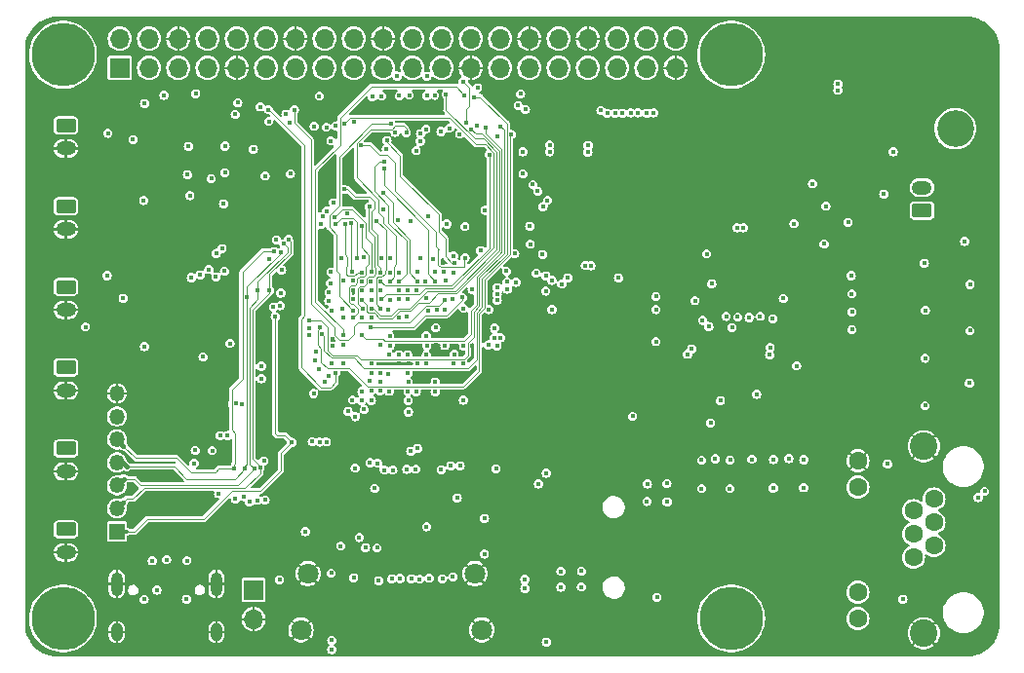
<source format=gbr>
%TF.GenerationSoftware,KiCad,Pcbnew,7.0.2*%
%TF.CreationDate,2023-10-25T01:51:13+05:00*%
%TF.ProjectId,Karnix_ASB,4b61726e-6978-45f4-9153-422e6b696361,V1.0*%
%TF.SameCoordinates,Original*%
%TF.FileFunction,Copper,L5,Inr*%
%TF.FilePolarity,Positive*%
%FSLAX46Y46*%
G04 Gerber Fmt 4.6, Leading zero omitted, Abs format (unit mm)*
G04 Created by KiCad (PCBNEW 7.0.2) date 2023-10-25 01:51:13*
%MOMM*%
%LPD*%
G01*
G04 APERTURE LIST*
G04 Aperture macros list*
%AMRoundRect*
0 Rectangle with rounded corners*
0 $1 Rounding radius*
0 $2 $3 $4 $5 $6 $7 $8 $9 X,Y pos of 4 corners*
0 Add a 4 corners polygon primitive as box body*
4,1,4,$2,$3,$4,$5,$6,$7,$8,$9,$2,$3,0*
0 Add four circle primitives for the rounded corners*
1,1,$1+$1,$2,$3*
1,1,$1+$1,$4,$5*
1,1,$1+$1,$6,$7*
1,1,$1+$1,$8,$9*
0 Add four rect primitives between the rounded corners*
20,1,$1+$1,$2,$3,$4,$5,0*
20,1,$1+$1,$4,$5,$6,$7,0*
20,1,$1+$1,$6,$7,$8,$9,0*
20,1,$1+$1,$8,$9,$2,$3,0*%
G04 Aperture macros list end*
%TA.AperFunction,ComponentPad*%
%ADD10R,1.700000X1.700000*%
%TD*%
%TA.AperFunction,ComponentPad*%
%ADD11O,1.700000X1.700000*%
%TD*%
%TA.AperFunction,FiducialPad,Global*%
%ADD12C,5.500000*%
%TD*%
%TA.AperFunction,ComponentPad*%
%ADD13O,1.000000X2.100000*%
%TD*%
%TA.AperFunction,ComponentPad*%
%ADD14O,1.000000X1.600000*%
%TD*%
%TA.AperFunction,ComponentPad*%
%ADD15RoundRect,0.250000X-0.625000X0.350000X-0.625000X-0.350000X0.625000X-0.350000X0.625000X0.350000X0*%
%TD*%
%TA.AperFunction,ComponentPad*%
%ADD16O,1.750000X1.200000*%
%TD*%
%TA.AperFunction,ComponentPad*%
%ADD17C,3.200000*%
%TD*%
%TA.AperFunction,ComponentPad*%
%ADD18C,1.600000*%
%TD*%
%TA.AperFunction,ComponentPad*%
%ADD19C,2.400000*%
%TD*%
%TA.AperFunction,ComponentPad*%
%ADD20R,1.350000X1.350000*%
%TD*%
%TA.AperFunction,ComponentPad*%
%ADD21O,1.350000X1.350000*%
%TD*%
%TA.AperFunction,ComponentPad*%
%ADD22C,1.800000*%
%TD*%
%TA.AperFunction,ComponentPad*%
%ADD23RoundRect,0.250000X0.625000X-0.350000X0.625000X0.350000X-0.625000X0.350000X-0.625000X-0.350000X0*%
%TD*%
%TA.AperFunction,ViaPad*%
%ADD24C,0.400000*%
%TD*%
%TA.AperFunction,Conductor*%
%ADD25C,0.125000*%
%TD*%
%TA.AperFunction,Conductor*%
%ADD26C,0.400000*%
%TD*%
%TA.AperFunction,Conductor*%
%ADD27C,0.300000*%
%TD*%
%TA.AperFunction,Conductor*%
%ADD28C,0.100000*%
%TD*%
G04 APERTURE END LIST*
D10*
%TO.N,EEPROM_RESET*%
%TO.C,J2*%
X128525000Y-92170000D03*
D11*
%TO.N,GND*%
X128525000Y-94710000D03*
%TD*%
D12*
%TO.N,*%
%TO.C,H2*%
X169980000Y-45650000D03*
%TD*%
D13*
%TO.N,GND*%
%TO.C,J1*%
X116650000Y-91650000D03*
D14*
X116650000Y-95830000D03*
D13*
X125290000Y-91650000D03*
D14*
X125290000Y-95830000D03*
%TD*%
D12*
%TO.N,*%
%TO.C,H1*%
X111980000Y-45650000D03*
%TD*%
D15*
%TO.N,OUT2_U*%
%TO.C,XS11*%
X112230000Y-86900000D03*
D16*
%TO.N,GND*%
X112230000Y-88900000D03*
%TD*%
D12*
%TO.N,*%
%TO.C,H3*%
X169980000Y-94650000D03*
%TD*%
D15*
%TO.N,IN3_U*%
%TO.C,XS8*%
X112230000Y-65826000D03*
D16*
%TO.N,GND*%
X112230000Y-67826000D03*
%TD*%
D15*
%TO.N,IN2_U*%
%TO.C,XS7*%
X112230000Y-58820000D03*
D16*
%TO.N,GND*%
X112230000Y-60820000D03*
%TD*%
D17*
%TO.N,DCIN*%
%TO.C,XS1*%
X189450000Y-52080000D03*
%TO.N,GND*%
X189450000Y-47080000D03*
%TD*%
D15*
%TO.N,OUT1_U*%
%TO.C,XS10*%
X112230000Y-79870000D03*
D16*
%TO.N,GND*%
X112230000Y-81870000D03*
%TD*%
D18*
%TO.N,Net-(TR1-Pad1)*%
%TO.C,XS4*%
X187600000Y-84250000D03*
%TO.N,Net-(TR1-Pad3)*%
X185820000Y-85270000D03*
%TO.N,Net-(TR1-Pad6)*%
X187600000Y-86280000D03*
%TO.N,Net-(D23-A)*%
X185820000Y-87300000D03*
X187600000Y-88310000D03*
%TO.N,Net-(TR1-Pad8)*%
X185820000Y-89330000D03*
%TO.N,GND*%
X187600000Y-90340000D03*
X185820000Y-91360000D03*
X181000000Y-80940000D03*
%TO.N,LED_GREEN*%
X181000000Y-83230000D03*
%TO.N,LAN_VDD2A*%
X181000000Y-94660000D03*
%TO.N,Net-(R103-Pad2)*%
X181000000Y-92370000D03*
D19*
%TO.N,GND*%
X186710000Y-79670000D03*
X186710000Y-95930000D03*
%TD*%
D20*
%TO.N,JTAG_TCK*%
%TO.C,J4*%
X116665000Y-87090000D03*
D21*
%TO.N,JTAG_TDI*%
X116665000Y-85090000D03*
%TO.N,JTAG_TDO*%
X116665000Y-83090000D03*
%TO.N,JTAG_TMS*%
X116665000Y-81090000D03*
%TO.N,FPGA_RESET*%
X116665000Y-79090000D03*
%TO.N,+5V*%
X116665000Y-77090000D03*
%TO.N,GND*%
X116665000Y-75090000D03*
%TD*%
D15*
%TO.N,IN4_U*%
%TO.C,XS9*%
X112230000Y-72838000D03*
D16*
%TO.N,GND*%
X112230000Y-74838000D03*
%TD*%
D22*
%TO.N,GND*%
%TO.C,J3*%
X132640000Y-95650000D03*
X133240000Y-90750000D03*
X147740000Y-90750000D03*
X148340000Y-95650000D03*
%TD*%
D15*
%TO.N,IN1_U*%
%TO.C,XS6*%
X112230000Y-51790000D03*
D16*
%TO.N,GND*%
X112230000Y-53790000D03*
%TD*%
D23*
%TO.N,RS485_A*%
%TO.C,XS3*%
X186560000Y-59190000D03*
D16*
%TO.N,RS485_B*%
X186560000Y-57190000D03*
%TD*%
D10*
%TO.N,+3V3*%
%TO.C,XS5*%
X116910000Y-46790000D03*
D11*
%TO.N,+5V*%
X116910000Y-44250000D03*
%TO.N,Net-(XS5-Pin_3)*%
X119450000Y-46790000D03*
%TO.N,+5V*%
X119450000Y-44250000D03*
%TO.N,Net-(XS5-Pin_5)*%
X121990000Y-46790000D03*
%TO.N,GND*%
X121990000Y-44250000D03*
%TO.N,Net-(XS5-Pin_7)*%
X124530000Y-46790000D03*
%TO.N,Net-(XS5-Pin_8)*%
X124530000Y-44250000D03*
%TO.N,GND*%
X127070000Y-46790000D03*
%TO.N,Net-(XS5-Pin_10)*%
X127070000Y-44250000D03*
%TO.N,Net-(XS5-Pin_11)*%
X129610000Y-46790000D03*
%TO.N,Net-(XS5-Pin_12)*%
X129610000Y-44250000D03*
%TO.N,Net-(XS5-Pin_13)*%
X132150000Y-46790000D03*
%TO.N,GND*%
X132150000Y-44250000D03*
%TO.N,Net-(XS5-Pin_15)*%
X134690000Y-46790000D03*
%TO.N,Net-(XS5-Pin_16)*%
X134690000Y-44250000D03*
%TO.N,+3V3*%
X137230000Y-46790000D03*
%TO.N,Net-(XS5-Pin_18)*%
X137230000Y-44250000D03*
%TO.N,Net-(XS5-Pin_19)*%
X139770000Y-46790000D03*
%TO.N,GND*%
X139770000Y-44250000D03*
%TO.N,Net-(XS5-Pin_21)*%
X142310000Y-46790000D03*
%TO.N,Net-(XS5-Pin_22)*%
X142310000Y-44250000D03*
%TO.N,Net-(XS5-Pin_23)*%
X144850000Y-46790000D03*
%TO.N,Net-(XS5-Pin_24)*%
X144850000Y-44250000D03*
%TO.N,GND*%
X147390000Y-46790000D03*
%TO.N,Net-(XS5-Pin_26)*%
X147390000Y-44250000D03*
%TO.N,Net-(XS5-Pin_27)*%
X149930000Y-46790000D03*
%TO.N,Net-(XS5-Pin_28)*%
X149930000Y-44250000D03*
%TO.N,Net-(XS5-Pin_29)*%
X152470000Y-46790000D03*
%TO.N,GND*%
X152470000Y-44250000D03*
%TO.N,Net-(XS5-Pin_31)*%
X155010000Y-46790000D03*
%TO.N,Net-(XS5-Pin_32)*%
X155010000Y-44250000D03*
%TO.N,Net-(XS5-Pin_33)*%
X157550000Y-46790000D03*
%TO.N,GND*%
X157550000Y-44250000D03*
%TO.N,Net-(XS5-Pin_35)*%
X160090000Y-46790000D03*
%TO.N,Net-(XS5-Pin_36)*%
X160090000Y-44250000D03*
%TO.N,Net-(XS5-Pin_37)*%
X162630000Y-46790000D03*
%TO.N,Net-(XS5-Pin_38)*%
X162630000Y-44250000D03*
%TO.N,GND*%
X165170000Y-46790000D03*
%TO.N,Net-(XS5-Pin_40)*%
X165170000Y-44250000D03*
%TD*%
D12*
%TO.N,*%
%TO.C,H4*%
X111980000Y-94650000D03*
%TD*%
D24*
%TO.N,GND*%
X125210000Y-88060000D03*
X132000000Y-78020000D03*
X127760000Y-50840000D03*
X175420000Y-43830000D03*
X176410000Y-52280000D03*
X170963615Y-72145000D03*
X170205000Y-72145000D03*
X156700000Y-52480000D03*
X165710000Y-64260000D03*
X179300000Y-71120000D03*
X180990000Y-55720000D03*
X145750000Y-88410000D03*
X183300000Y-56180000D03*
X140225000Y-88467000D03*
X147955000Y-55019000D03*
X141962988Y-72489500D03*
X114860000Y-89570000D03*
X164820000Y-55430000D03*
X173634996Y-52467000D03*
X114220000Y-52120000D03*
X157790000Y-89450000D03*
X154140000Y-55040000D03*
X189940000Y-56290000D03*
X111170000Y-69880000D03*
X125919000Y-63249000D03*
X114430000Y-80975000D03*
X161020000Y-88980000D03*
X134865000Y-81700000D03*
X162808918Y-96352575D03*
X121105000Y-84840000D03*
X161267499Y-65056499D03*
X175890000Y-68960000D03*
X131620000Y-75270000D03*
X134330000Y-86040000D03*
X172959998Y-53065000D03*
X174309996Y-53065000D03*
X155210000Y-93435000D03*
X160640000Y-56950000D03*
X117905000Y-56952000D03*
X158424000Y-73867000D03*
X114750000Y-61480000D03*
X179183000Y-45281000D03*
X178400000Y-81110000D03*
X162810000Y-56960000D03*
X155710001Y-51816778D03*
X186320000Y-73960000D03*
X141958877Y-70936867D03*
X182699000Y-45686000D03*
X168610000Y-49790000D03*
X175890000Y-66850000D03*
X160856500Y-84113000D03*
X179890000Y-72520000D03*
X129070000Y-48190000D03*
X113820000Y-76490000D03*
X159643500Y-67843500D03*
X126017093Y-79383661D03*
X113830000Y-83690000D03*
X164760000Y-69700000D03*
X125722000Y-71168000D03*
X174870000Y-59540000D03*
X111150000Y-62410000D03*
X161251008Y-65656414D03*
X122360000Y-77330000D03*
X131793000Y-53179000D03*
X159480000Y-48760000D03*
X155210000Y-94575000D03*
X118910000Y-87500000D03*
X152646971Y-97233554D03*
X160030000Y-56940000D03*
X159080000Y-94080000D03*
X157010000Y-94570000D03*
X124515000Y-52011000D03*
X137240000Y-88520000D03*
X116814000Y-58357000D03*
X142713342Y-70106378D03*
X144326124Y-70884500D03*
X155702000Y-49213000D03*
X170963615Y-72785000D03*
X149880000Y-91010000D03*
X162788000Y-95468000D03*
X110740000Y-76680000D03*
X188890000Y-65650000D03*
X163560000Y-56940000D03*
X154445000Y-87235000D03*
X170963615Y-71450333D03*
X158360000Y-57780000D03*
X141480000Y-95310000D03*
X157010000Y-93435000D03*
X133910000Y-93860000D03*
X174309996Y-52467000D03*
X169446386Y-71450333D03*
X177030000Y-91995000D03*
X137560000Y-80200000D03*
X126200000Y-88035000D03*
X138410000Y-86990000D03*
X165535000Y-87845000D03*
X144740000Y-88510000D03*
X185030000Y-60280000D03*
X170830000Y-80795000D03*
X151469000Y-59223000D03*
X149541000Y-83340000D03*
X141158431Y-70078003D03*
X155720000Y-62940000D03*
X181350000Y-72710000D03*
X142840000Y-49225000D03*
X158810000Y-64840000D03*
X135480000Y-56230000D03*
X153090000Y-69820000D03*
X164290000Y-58580000D03*
X136250000Y-95880000D03*
X176210000Y-64050000D03*
X187550000Y-69860000D03*
X147984000Y-57767000D03*
X173910000Y-49280000D03*
X172965002Y-53665000D03*
X178500000Y-60410000D03*
X131650000Y-74170000D03*
X188680000Y-74160000D03*
X159933000Y-81707000D03*
X117170000Y-50640000D03*
X152105376Y-69865376D03*
X126800000Y-94070000D03*
X160900000Y-93640000D03*
X131076975Y-65335500D03*
X144360000Y-57753000D03*
X159313000Y-77626000D03*
X133930000Y-83790000D03*
X170205000Y-71450333D03*
X142725979Y-70907423D03*
X126979000Y-66659000D03*
X118147000Y-70132000D03*
X148580000Y-76104500D03*
X141141473Y-72490491D03*
X176110000Y-71140000D03*
X124810000Y-62370000D03*
X183885966Y-52435779D03*
X147965000Y-81095000D03*
X135400000Y-48070000D03*
X160070000Y-52770000D03*
X117680000Y-88910000D03*
X158770000Y-52510000D03*
X176790000Y-46360000D03*
X132710000Y-48190000D03*
X187180000Y-65650000D03*
X136319885Y-77276826D03*
X137775000Y-59205000D03*
X152855126Y-66029487D03*
X156790000Y-65770000D03*
X163370000Y-54480000D03*
X180450000Y-79060000D03*
X122050000Y-73316000D03*
X127810000Y-48260000D03*
X126056000Y-51653000D03*
X146780000Y-73360000D03*
X123290000Y-47670000D03*
X168726000Y-59781000D03*
X149991830Y-94581115D03*
X173936000Y-56940000D03*
X164790000Y-54820000D03*
X161830000Y-56958680D03*
X136550762Y-79662954D03*
X128870000Y-80240000D03*
X170205000Y-72785000D03*
X172285000Y-52467000D03*
X153520000Y-52090000D03*
X170408500Y-63002000D03*
X172959998Y-52467000D03*
X143240000Y-88510000D03*
X133685000Y-81715000D03*
X134810000Y-55540000D03*
X132180000Y-92790000D03*
X172290004Y-53665000D03*
X116160000Y-49020000D03*
X125490000Y-72960000D03*
X134840000Y-56785000D03*
X153350000Y-68940000D03*
X147890000Y-88290000D03*
X139325000Y-53430000D03*
X131475000Y-60355000D03*
X126760000Y-51660000D03*
X178740000Y-78520000D03*
X168687772Y-73480000D03*
X135530000Y-82880000D03*
X158224644Y-77625691D03*
X170205000Y-73480000D03*
X168687772Y-71450333D03*
X128972000Y-56694000D03*
X129245000Y-87955000D03*
X119800000Y-48450000D03*
X176095000Y-77345000D03*
X159070000Y-54160000D03*
X119933000Y-74141000D03*
X169446386Y-72785000D03*
X172285000Y-53065000D03*
X166877000Y-62944500D03*
X189000000Y-70060000D03*
X173634996Y-53065000D03*
X118473000Y-72893000D03*
X135343528Y-70348153D03*
X164925000Y-80891000D03*
X182670000Y-72020000D03*
X123530000Y-56174000D03*
X168687772Y-72785000D03*
X127660000Y-87480000D03*
X154150000Y-88210000D03*
X169446386Y-73480000D03*
X120071000Y-49933000D03*
X136322300Y-73284777D03*
X147510000Y-70954000D03*
X174940000Y-46280000D03*
X141960000Y-70079113D03*
X164361401Y-96373138D03*
X170963615Y-73480000D03*
X157480000Y-55000000D03*
X156750000Y-62935000D03*
X173640000Y-53665000D03*
X179192000Y-45875000D03*
X132830000Y-50770000D03*
X136750000Y-56260000D03*
X135919000Y-76652000D03*
X144320000Y-95140000D03*
X125120000Y-79298000D03*
X161230000Y-56950000D03*
X132220000Y-80240000D03*
X135115775Y-63463334D03*
X131035000Y-88210000D03*
X176830000Y-77345000D03*
X144346000Y-55019000D03*
X164361401Y-95447817D03*
X137164500Y-66087403D03*
X115470000Y-87640000D03*
X168687772Y-72145000D03*
X150864570Y-97200949D03*
X113930000Y-55300000D03*
X147450000Y-66860000D03*
X114450000Y-59090000D03*
X141130416Y-70928274D03*
X182699000Y-46269000D03*
X162180000Y-88554000D03*
X177045000Y-94970000D03*
X123445000Y-83750000D03*
X159480000Y-96040000D03*
X127310000Y-89720000D03*
X174315000Y-53665000D03*
X111090000Y-55850000D03*
X160856500Y-83039000D03*
X136440000Y-58035000D03*
X141740000Y-88500000D03*
X144963843Y-63719532D03*
X117130000Y-53410000D03*
X136690000Y-87680000D03*
X131700000Y-55210000D03*
X174320000Y-78340000D03*
X156260000Y-62930000D03*
X133690000Y-78200000D03*
X169446386Y-72145000D03*
%TO.N,+5V*%
X152068000Y-91262000D03*
X151920000Y-56000000D03*
X125491000Y-83788000D03*
X159900000Y-50720000D03*
X118987000Y-58306000D03*
X135306000Y-97354785D03*
X161250000Y-50690000D03*
X151920000Y-54090000D03*
X122690000Y-92974999D03*
X160550000Y-50720000D03*
X119067000Y-71011000D03*
X171044000Y-60677000D03*
X163280000Y-50700000D03*
X159230000Y-50720000D03*
X163461000Y-66657000D03*
X135307000Y-96546000D03*
X131720000Y-55997000D03*
X163460999Y-67793997D03*
X161910000Y-50700000D03*
X152068000Y-92038000D03*
X170500000Y-60677000D03*
X177060000Y-56860000D03*
X119031947Y-92999099D03*
X184060000Y-54090000D03*
X161431000Y-77074500D03*
X162670000Y-50720000D03*
X158690000Y-50490000D03*
%TO.N,Net-(U8-nRST)*%
X166200000Y-71680000D03*
%TO.N,Net-(U8-VDDCR)*%
X173335000Y-71720000D03*
%TO.N,+3V3*%
X154230000Y-53490000D03*
X133370000Y-69380000D03*
X148620000Y-59156000D03*
X154230000Y-54080000D03*
X140059067Y-53832463D03*
X168310736Y-65554500D03*
X142778337Y-72489500D03*
X157570000Y-53510000D03*
X140227689Y-67802313D03*
X143522446Y-72489500D03*
X130505000Y-61740000D03*
X174510000Y-66835000D03*
X166839999Y-67025001D03*
X143567353Y-70936867D03*
X134245000Y-79305000D03*
X144824000Y-81718000D03*
X117205000Y-66818000D03*
X141070000Y-60020000D03*
X139880000Y-81750000D03*
X170060000Y-69355000D03*
X141840000Y-81680000D03*
X141117243Y-71736000D03*
X151307387Y-65417822D03*
X143509611Y-70079613D03*
X190675000Y-74190000D03*
X180140000Y-60210000D03*
X140810000Y-52390000D03*
X133625000Y-79275000D03*
X123500000Y-49031000D03*
X131635000Y-51550000D03*
X142035000Y-49150000D03*
X163460000Y-70580000D03*
X140313348Y-71736000D03*
X190725000Y-65610000D03*
X157550000Y-54100000D03*
X130892191Y-66361310D03*
X129203000Y-72719000D03*
X140341022Y-70079113D03*
X134845000Y-79295000D03*
X137352000Y-81576000D03*
X130775000Y-91290000D03*
X139790000Y-59050000D03*
X143670500Y-67875500D03*
X140369571Y-70936867D03*
X129530000Y-56185000D03*
X190720000Y-69625000D03*
X149570000Y-81620000D03*
X115870000Y-52470000D03*
X171790000Y-80815000D03*
X130960000Y-64360000D03*
X149450000Y-69420000D03*
X129203000Y-73812000D03*
X149660000Y-70948949D03*
X153950000Y-96690000D03*
X125916000Y-58598000D03*
%TO.N,+2V5*%
X149400000Y-70250000D03*
X167861000Y-62944500D03*
X144346840Y-69368327D03*
X160215500Y-65045500D03*
X149960000Y-70255000D03*
X139547172Y-70893963D03*
%TO.N,+1V1*%
X141147096Y-68500730D03*
X150563154Y-66011680D03*
X150538000Y-65390000D03*
X141920451Y-71736000D03*
X146725000Y-72485000D03*
X143529999Y-71736000D03*
X141852722Y-68411850D03*
X145915000Y-72485000D03*
X157805500Y-63980000D03*
X157335000Y-63960000D03*
%TO.N,FPGA_RESET*%
X130283231Y-62757164D03*
X141123000Y-64563003D03*
X126805000Y-81645000D03*
X134505000Y-59710000D03*
%TO.N,+3V3_ETH*%
X173650000Y-83310000D03*
X176280000Y-83280000D03*
X167420000Y-83360000D03*
X169880000Y-83350000D03*
%TO.N,ETHERNET_CT*%
X175000000Y-80760000D03*
X168610000Y-80770000D03*
%TO.N,ETHERNET_TX+*%
X167420000Y-80890000D03*
%TO.N,LAN_VDD2A*%
X168200000Y-77645000D03*
X169055000Y-75715000D03*
X172195000Y-75155000D03*
%TO.N,ETHERNET_TX-*%
X169890000Y-80880000D03*
%TO.N,ETHERNET_RX+*%
X173670000Y-80840000D03*
%TO.N,ETHERNET_RX-*%
X176300000Y-80850000D03*
%TO.N,+24V*%
X179263000Y-48186000D03*
X179249000Y-48731000D03*
%TO.N,Net-(D1-A)*%
X180415000Y-64850000D03*
%TO.N,Net-(D2-A)*%
X180465000Y-66415000D03*
%TO.N,Net-(D3-A)*%
X180470000Y-67990000D03*
%TO.N,QSPI_D2*%
X143510973Y-66825999D03*
X144795500Y-52317006D03*
%TO.N,SPI_CONFIG_MISO*%
X146415000Y-52535000D03*
X142780616Y-64541502D03*
%TO.N,SPI_CONFIG_SS*%
X142656626Y-66080500D03*
X147910000Y-51775000D03*
X142635000Y-53981000D03*
%TO.N,CLK*%
X175665000Y-72690000D03*
X133875000Y-72230000D03*
%TO.N,SPI_CONFIG_SCK*%
X142181500Y-60144087D03*
X141875000Y-66086001D03*
%TO.N,SPI_CONFIG_MOSI*%
X143670000Y-59666500D03*
X143014702Y-63346323D03*
%TO.N,QSPI_D3*%
X145295000Y-60360000D03*
X143465000Y-65327735D03*
%TO.N,DCIN*%
X191990000Y-83600000D03*
X191430000Y-84130000D03*
%TO.N,JTAG_TDO*%
X128570000Y-81650000D03*
X135457035Y-58519406D03*
X131160000Y-62070587D03*
X141130674Y-66880999D03*
X128900000Y-66080000D03*
%TO.N,JTAG_TDI*%
X139501025Y-64563502D03*
X131555000Y-61683000D03*
X136430000Y-57345000D03*
X129900000Y-66125000D03*
X129090000Y-81540000D03*
%TO.N,JTAG_TMS*%
X127975000Y-66750000D03*
X139653835Y-63306500D03*
X134835000Y-59220000D03*
X130859493Y-62855357D03*
X127775000Y-81645000D03*
%TO.N,JTAG_TCK*%
X130410001Y-68415001D03*
X140414537Y-63306500D03*
X131850000Y-79345000D03*
X136670000Y-59455000D03*
%TO.N,LED0*%
X138131817Y-76484497D03*
%TO.N,LED1*%
X137372280Y-77104088D03*
%TO.N,LED2*%
X136731000Y-76646000D03*
%TO.N,LED3*%
X137110000Y-75644000D03*
%TO.N,KEY0*%
X186755000Y-63755000D03*
X137905000Y-75690000D03*
%TO.N,LED_YELLOW*%
X184900000Y-92980000D03*
%TO.N,KEY1*%
X186850000Y-67865000D03*
X137929999Y-74923234D03*
%TO.N,KEY2*%
X138641000Y-73979000D03*
X186820000Y-72025000D03*
%TO.N,Net-(U5B-PT38A)*%
X133372000Y-69992000D03*
X141953235Y-75699999D03*
%TO.N,KEY3*%
X138767952Y-72485000D03*
X186820000Y-76145000D03*
%TO.N,GPIO_01*%
X151497500Y-50062500D03*
X154420000Y-65255000D03*
%TO.N,LAN_MDIO*%
X168058000Y-69265000D03*
%TO.N,LAN_nINT*%
X146740000Y-75680000D03*
X166550000Y-71225000D03*
%TO.N,RS485_RO*%
X178210000Y-58810000D03*
X144290000Y-74950000D03*
%TO.N,RS485_DI*%
X141980000Y-76700000D03*
X178060000Y-62090000D03*
%TO.N,Net-(U5G-DONE)*%
X141125000Y-65331500D03*
X135240000Y-53125000D03*
X139899620Y-54922000D03*
%TO.N,Net-(U5G-CFG_2)*%
X140356265Y-64578735D03*
X148931441Y-67788130D03*
%TO.N,GPIO_02*%
X119050000Y-49880000D03*
X149684500Y-66476064D03*
%TO.N,GPIO_03*%
X149684500Y-67000567D03*
X120750000Y-49170000D03*
%TO.N,GPIO_04*%
X115815000Y-64845000D03*
X127150000Y-49810000D03*
X145950000Y-71673897D03*
%TO.N,GPIO_05*%
X145140000Y-70920000D03*
X152775000Y-56930000D03*
X155805000Y-65035000D03*
%TO.N,GPIO_06*%
X155285000Y-65570000D03*
X153200000Y-57510000D03*
X146755000Y-70954000D03*
%TO.N,GPIO_07*%
X146980000Y-51595000D03*
X144451596Y-67836584D03*
X146710000Y-47960000D03*
%TO.N,GPIO_08*%
X149717000Y-52768893D03*
X149695000Y-65870000D03*
%TO.N,GPIO_09*%
X143570000Y-47530000D03*
X147510000Y-66075000D03*
X145545000Y-52030000D03*
%TO.N,Net-(U5G-CFG_1)*%
X140357000Y-65329000D03*
X141780000Y-52410000D03*
%TO.N,Net-(U5G-CFG_0)*%
X144135000Y-63429500D03*
X141150000Y-66080500D03*
%TO.N,GPIO_10*%
X140980000Y-47500000D03*
X154430000Y-67800000D03*
%TO.N,GPIO_11*%
X147970000Y-48525000D03*
X146765000Y-67695000D03*
X150485110Y-64461229D03*
%TO.N,GPIO_12*%
X151715000Y-49050000D03*
X153055000Y-64635000D03*
%TO.N,GPIO_13*%
X153660000Y-58845000D03*
%TO.N,GPIO_14*%
X148895000Y-70875000D03*
X126930000Y-50830000D03*
%TO.N,GPIO_15*%
X129110000Y-50175000D03*
X146655000Y-66745000D03*
X138714671Y-69374500D03*
%TO.N,GPIO_16*%
X145830000Y-66889500D03*
%TO.N,GPIO_17*%
X129800000Y-50420000D03*
X135643198Y-73308959D03*
%TO.N,/Ethernet/RXD0*%
X170560000Y-68440000D03*
%TO.N,/Ethernet/RXD1*%
X171550000Y-68490000D03*
%TO.N,/Ethernet/RXD2*%
X172510000Y-68380000D03*
%TO.N,/Ethernet/RXD3*%
X173605000Y-68585000D03*
%TO.N,/Ethernet/RCLK*%
X173370000Y-71100000D03*
%TO.N,/Ethernet/RXER*%
X169555000Y-68395000D03*
%TO.N,/Ethernet/COL*%
X167510000Y-68720000D03*
%TO.N,Net-(U8-LED1{slash}~{REGOFF})*%
X183560000Y-81220000D03*
%TO.N,GPIO_27*%
X145120000Y-66925000D03*
X132070000Y-50440000D03*
%TO.N,GPIO_22*%
X143005000Y-53165000D03*
X134235000Y-49235000D03*
X145901662Y-64573782D03*
%TO.N,GPIO_00*%
X153892000Y-66189829D03*
X152125000Y-50410000D03*
%TO.N,GPIO_19*%
X154047000Y-58300000D03*
%TO.N,GPIO_26*%
X145120000Y-67784001D03*
%TO.N,GPIO_20*%
X153615000Y-62995000D03*
X145200000Y-65287557D03*
%TO.N,GPIO_21*%
X153900000Y-64875000D03*
%TO.N,GPIO_25*%
X143486501Y-52110000D03*
X145885000Y-63125000D03*
%TO.N,GPIO_24*%
X143010571Y-52518270D03*
X145053832Y-64538057D03*
%TO.N,GPIO_23*%
X145999905Y-63708000D03*
X140105000Y-53095000D03*
%TO.N,GPIO_18*%
X131340000Y-50800000D03*
X137865000Y-53495000D03*
X146890000Y-63290000D03*
%TO.N,UART_DEBUG_TXD*%
X138730000Y-73323234D03*
X127537633Y-76008215D03*
%TO.N,RS485_DE*%
X175440000Y-60330000D03*
X144303456Y-74100500D03*
%TO.N,UART_DEBUG_RXD*%
X127015001Y-75963965D03*
X139514147Y-74059192D03*
%TO.N,EEPROM_RESET*%
X144261000Y-64469382D03*
X141945000Y-66875000D03*
X134205000Y-72965000D03*
%TO.N,Net-(D4-A)*%
X180470000Y-69535000D03*
%TO.N,Net-(J3-+5V)*%
X137220000Y-91110000D03*
%TO.N,HDMI_TX2+*%
X146460000Y-81385000D03*
X140307917Y-74898913D03*
%TO.N,HDMI_TX2-*%
X139530000Y-74880000D03*
X145655495Y-81374505D03*
%TO.N,HDMI_TX1+*%
X140226349Y-73373651D03*
X142760000Y-79840000D03*
%TO.N,HDMI_TX1-*%
X139540000Y-73300000D03*
X142180000Y-80120000D03*
%TO.N,HDMI_TXC+*%
X138747000Y-75700000D03*
X139300000Y-81150000D03*
%TO.N,HDMI_TXC-*%
X138638478Y-81106491D03*
X138750000Y-74870000D03*
%TO.N,Net-(J3-D2+)*%
X145839000Y-91018000D03*
%TO.N,Net-(J3-D2-)*%
X144912000Y-91201000D03*
%TO.N,Net-(J3-D1+)*%
X143792000Y-91150000D03*
%TO.N,Net-(J3-D1-)*%
X142957000Y-91223000D03*
%TO.N,Net-(J3-D0+)*%
X142229000Y-91188000D03*
%TO.N,Net-(J3-D0-)*%
X141226000Y-91182000D03*
%TO.N,Net-(J3-CK+)*%
X140543000Y-91211000D03*
%TO.N,Net-(J3-CK-)*%
X139389000Y-91379000D03*
%TO.N,+5V_HDMI*%
X140610000Y-81750000D03*
X135265000Y-90710000D03*
%TO.N,HDDC_CEC*%
X139240000Y-88510000D03*
%TO.N,Net-(J3-HPD{slash}HEAC-)*%
X136089000Y-88348000D03*
%TO.N,IN1_U_ADC*%
X118060000Y-53010000D03*
%TO.N,IN3_U_ADC*%
X129847157Y-63386780D03*
%TO.N,IN2_U_ADC*%
X122781500Y-56072500D03*
X125290000Y-62915000D03*
%TO.N,IN4_U_ADC*%
X129843000Y-51430000D03*
%TO.N,Net-(C80-Pad2)*%
X125786977Y-62499977D03*
%TO.N,OUT_AUDIO_L*%
X156995000Y-91910000D03*
X155205000Y-91920000D03*
X155220000Y-90550000D03*
X157000000Y-90540000D03*
%TO.N,Net-(U13B--)*%
X113934000Y-69296000D03*
X124850000Y-56410000D03*
%TO.N,ADC_SPI_SCLK*%
X126050000Y-53590000D03*
X136310000Y-72480000D03*
%TO.N,ADC_SPI_MISO*%
X128510000Y-53860000D03*
X135408000Y-70970000D03*
%TO.N,DAC_SPI_MOSI*%
X130255000Y-67580000D03*
X133740000Y-75090000D03*
%TO.N,ADC_SPI_MOSI*%
X126030000Y-55880000D03*
X135310000Y-72460000D03*
%TO.N,ADC_SPI_CSn*%
X133960000Y-71470000D03*
X122875500Y-53611000D03*
%TO.N,DAC_SPI_SCLK*%
X130845000Y-67455000D03*
X134670000Y-74050000D03*
%TO.N,DAC_SPI_CSn*%
X126010000Y-64457000D03*
X135085000Y-73555255D03*
%TO.N,OUT1_DAC*%
X125260000Y-64945000D03*
X126474000Y-70734000D03*
%TO.N,OUT2_DAC*%
X124636000Y-64306000D03*
X124146000Y-71917000D03*
%TO.N,FT_VCC*%
X123466000Y-80039000D03*
X124934000Y-80058000D03*
X129420000Y-80948849D03*
%TO.N,Net-(U20-3V3OUT)*%
X123359000Y-81152000D03*
%TO.N,Net-(U20-XTIN)*%
X126271474Y-78749986D03*
%TO.N,Net-(U20-XTOUT)*%
X125647000Y-78756000D03*
%TO.N,Net-(D28-A)*%
X120130000Y-92180000D03*
%TO.N,Net-(D29-A)*%
X120972000Y-89532000D03*
%TO.N,Net-(J1-CC1)*%
X119740000Y-89630000D03*
%TO.N,Net-(J1-CC2)*%
X122740000Y-89620000D03*
%TO.N,SRAM_#CS*%
X146872000Y-60583000D03*
X136338090Y-70895500D03*
%TO.N,SRAM_D13*%
X135250104Y-64526000D03*
X144240000Y-49165000D03*
%TO.N,SRAM_D12*%
X135203129Y-65484500D03*
X143590723Y-49204237D03*
%TO.N,SRAM_D09*%
X139644000Y-49235000D03*
X136330510Y-65276991D03*
%TO.N,SRAM_D08*%
X138850000Y-49310000D03*
X135086000Y-66311000D03*
%TO.N,SRAM_D15*%
X147447500Y-52112500D03*
X137925313Y-66930341D03*
%TO.N,SRAM_D02*%
X135053000Y-67027000D03*
%TO.N,SRAM_D03*%
X136268639Y-67691243D03*
X152508000Y-60548000D03*
X152540000Y-62110000D03*
%TO.N,SRAM_D11*%
X141180000Y-49215000D03*
X137164500Y-66909002D03*
%TO.N,SRAM_D14*%
X145244001Y-49099001D03*
X138760176Y-67721500D03*
%TO.N,SRAM_D00*%
X135322000Y-67873387D03*
%TO.N,SRAM_D01*%
X136346613Y-68486236D03*
%TO.N,SRAM_D10*%
X137166730Y-67857540D03*
X140444001Y-51655999D03*
%TO.N,SRAM_D06*%
X138563849Y-58863849D03*
X137973000Y-67722000D03*
%TO.N,SRAM_D07*%
X139569500Y-67732851D03*
X139207000Y-60070000D03*
%TO.N,SRAM_D04*%
X137955965Y-68521015D03*
%TO.N,SRAM_D05*%
X138768363Y-68470500D03*
%TO.N,SRAM_#WE*%
X137165000Y-68495000D03*
X137887000Y-60512000D03*
%TO.N,SRAM_#BHE*%
X147644000Y-49314500D03*
X134480000Y-69910000D03*
%TO.N,SRAM_#OE*%
X148677000Y-52014000D03*
X137894000Y-70043000D03*
%TO.N,SRAM_#BLE*%
X136325000Y-70020000D03*
X146838000Y-49149797D03*
%TO.N,SRAM_A17*%
X134312000Y-69360266D03*
X150882004Y-52579000D03*
%TO.N,SRAM_A13*%
X139583000Y-66909500D03*
X136435000Y-51600000D03*
%TO.N,SRAM_A12*%
X140368118Y-66953996D03*
X135650000Y-51850000D03*
%TO.N,SRAM_A16*%
X149958000Y-51865312D03*
X133328000Y-68741000D03*
%TO.N,SRAM_A14*%
X137229536Y-51484500D03*
X139569500Y-66114290D03*
%TO.N,SRAM_A07*%
X137529999Y-63306500D03*
X135651000Y-60392000D03*
%TO.N,SRAM_A10*%
X133795500Y-51866465D03*
X138741322Y-66943472D03*
%TO.N,SRAM_A11*%
X134844000Y-51950000D03*
X138750000Y-66125000D03*
%TO.N,SRAM_A15*%
X149010499Y-54320000D03*
X139534500Y-65329500D03*
%TO.N,SRAM_A09*%
X134390000Y-60382359D03*
X138115179Y-63275999D03*
%TO.N,SRAM_A06*%
X136467000Y-60378796D03*
X137917084Y-64571000D03*
%TO.N,SRAM_A08*%
X135559654Y-59731916D03*
X138746844Y-64525500D03*
%TO.N,SRAM_A03*%
X148246450Y-62671450D03*
X136163078Y-63302251D03*
%TO.N,SRAM_A04*%
X138698011Y-65329888D03*
%TO.N,SRAM_A05*%
X137028388Y-60266066D03*
X137043064Y-64509910D03*
%TO.N,SRAM_A02*%
X137142000Y-65286500D03*
%TO.N,SRAM_A00*%
X137929108Y-66125517D03*
X151193000Y-62941971D03*
%TO.N,SRAM_A01*%
X137916000Y-65326500D03*
%TO.N,OUT_AUDIO_R*%
X162688000Y-84476000D03*
X164418000Y-82917000D03*
X164427000Y-84502000D03*
X162713000Y-82960000D03*
%TO.N,MIC_IN*%
X148575000Y-85951000D03*
X163539000Y-92804000D03*
%TO.N,DAC_AUDIO_L*%
X123875000Y-64777000D03*
X153270000Y-82950000D03*
%TO.N,DAC_AUDIO_R*%
X153948000Y-82027000D03*
X123114000Y-65018000D03*
%TO.N,MIC_U_ADC*%
X148565000Y-89041000D03*
X122991000Y-57887000D03*
%TO.N,HDDC_SCL*%
X143550000Y-86680000D03*
X138240000Y-88500000D03*
%TO.N,HDDC_SDA*%
X137710000Y-87610000D03*
%TO.N,HDMI_SDA*%
X139032000Y-83347000D03*
X141953235Y-74099998D03*
%TO.N,HDMI_SCL*%
X146212000Y-84161000D03*
X141936877Y-73351939D03*
%TO.N,HDMI_HPD*%
X133031000Y-87094000D03*
X142656323Y-74942115D03*
%TO.N,HDMI_CEC*%
X142610000Y-81670000D03*
X141932000Y-74895000D03*
%TO.N,EEPROM_WP*%
X144310152Y-65327735D03*
X139840000Y-55529000D03*
%TO.N,EEPROM_I2C_SDA*%
X142780000Y-65329500D03*
X139757500Y-57627500D03*
%TO.N,Net-(U20-ADBUS2)*%
X128175860Y-84514494D03*
%TO.N,Net-(U20-ADBUS7)*%
X126940000Y-84255000D03*
%TO.N,Net-(U20-ADBUS3)*%
X127700000Y-84060000D03*
%TO.N,Net-(#FLG07-pwr)*%
X190270000Y-61870000D03*
X183230000Y-57750000D03*
%TO.N,Net-(U20-ADBUS0)*%
X129525000Y-84355000D03*
%TO.N,Net-(U20-ADBUS1)*%
X128875000Y-84375000D03*
%TD*%
D25*
%TO.N,FPGA_RESET*%
X126940000Y-78525000D02*
X126640000Y-78225000D01*
X126805000Y-81305000D02*
X126805000Y-81645000D01*
X126640000Y-74760000D02*
X127560000Y-73840000D01*
X126940000Y-80440000D02*
X126940000Y-81170000D01*
X129342836Y-62757164D02*
X130283231Y-62757164D01*
X126940000Y-81170000D02*
X126805000Y-81305000D01*
X126628001Y-75839207D02*
X126640000Y-75827208D01*
X125185000Y-81950000D02*
X123075000Y-81950000D01*
X123075000Y-81950000D02*
X121845000Y-80720000D01*
X121845000Y-80720000D02*
X118295000Y-80720000D01*
X125490000Y-81645000D02*
X125185000Y-81950000D01*
X126628001Y-76159809D02*
X126628001Y-75839207D01*
X126640000Y-76171808D02*
X126628001Y-76159809D01*
D26*
X116665000Y-79090000D02*
X117215000Y-79640000D01*
D25*
X126640000Y-75827208D02*
X126640000Y-74760000D01*
X126940000Y-80440000D02*
X126940000Y-78525000D01*
X126640000Y-78225000D02*
X126640000Y-76171808D01*
X126805000Y-81645000D02*
X125490000Y-81645000D01*
X127560000Y-64540000D02*
X129342836Y-62757164D01*
X118295000Y-80720000D02*
X117215000Y-79640000D01*
X127560000Y-73840000D02*
X127560000Y-64540000D01*
%TO.N,JTAG_TDO*%
X127164501Y-83055499D02*
X118710499Y-83055499D01*
X118710499Y-83055499D02*
X118175000Y-82520000D01*
X131462000Y-62800152D02*
X128900000Y-65362152D01*
X128900000Y-65362152D02*
X128900000Y-66080000D01*
X131160000Y-62070587D02*
X131462000Y-62372587D01*
X128570000Y-81650000D02*
X127164501Y-83055499D01*
X128174134Y-81254134D02*
X128570000Y-81650000D01*
X128174134Y-67640866D02*
X128900000Y-66915000D01*
X128174134Y-80870000D02*
X128174134Y-67640866D01*
D26*
X117235000Y-82520000D02*
X117280000Y-82520000D01*
D25*
X118175000Y-82520000D02*
X117280000Y-82520000D01*
X128174134Y-80870000D02*
X128174134Y-81254134D01*
X131462000Y-62372587D02*
X131462000Y-62800152D01*
X128900000Y-66915000D02*
X128900000Y-66080000D01*
D26*
X116665000Y-83090000D02*
X117235000Y-82520000D01*
D25*
%TO.N,JTAG_TDI*%
X139245000Y-62611412D02*
X139296502Y-62559910D01*
X128423635Y-80743635D02*
X129090000Y-81410000D01*
D26*
X116665000Y-85090000D02*
X117197500Y-84557500D01*
D25*
X138775000Y-59245000D02*
X138985998Y-59034002D01*
X128423635Y-80695000D02*
X128423635Y-80743635D01*
X139245000Y-63925000D02*
X139245000Y-62611412D01*
X128423635Y-80695000D02*
X128423635Y-67811365D01*
X138559660Y-57975000D02*
X137320000Y-57975000D01*
X127795000Y-83305000D02*
X119010000Y-83305000D01*
X131735000Y-62880000D02*
X131735000Y-61863000D01*
X138775000Y-60745000D02*
X138775000Y-59245000D01*
X137320000Y-57975000D02*
X136690000Y-57345000D01*
X129900000Y-66335000D02*
X129900000Y-66125000D01*
X129900000Y-66125000D02*
X129900000Y-64715000D01*
X131735000Y-61863000D02*
X131555000Y-61683000D01*
X128423635Y-67811365D02*
X129900000Y-66335000D01*
X117490000Y-84265000D02*
X117197500Y-84557500D01*
X139296502Y-62559910D02*
X139296502Y-61266502D01*
X139296502Y-61266502D02*
X138775000Y-60745000D01*
X138985998Y-58401338D02*
X138559660Y-57975000D01*
X118050000Y-84265000D02*
X117490000Y-84265000D01*
X129090000Y-82010000D02*
X127795000Y-83305000D01*
X129900000Y-64715000D02*
X131735000Y-62880000D01*
X129090000Y-81410000D02*
X129090000Y-81540000D01*
X139501025Y-64181025D02*
X139245000Y-63925000D01*
X119010000Y-83305000D02*
X118050000Y-84265000D01*
X138985998Y-59034002D02*
X138985998Y-58401338D01*
X136690000Y-57345000D02*
X136430000Y-57345000D01*
X139501025Y-64563502D02*
X139501025Y-64181025D01*
X129090000Y-81540000D02*
X129090000Y-82010000D01*
%TO.N,JTAG_TMS*%
X127924633Y-81240367D02*
X127775000Y-81390000D01*
X127924633Y-66800367D02*
X127975000Y-66750000D01*
X130859493Y-62855357D02*
X130859493Y-62921745D01*
X127775000Y-81390000D02*
X127775000Y-81645000D01*
X121650000Y-81445000D02*
X117500000Y-81445000D01*
X127775000Y-81645000D02*
X126905000Y-82515000D01*
D26*
X117145000Y-81090000D02*
X117500000Y-81445000D01*
D25*
X122720000Y-82515000D02*
X121650000Y-81445000D01*
X127924633Y-80540000D02*
X127924633Y-81240367D01*
X130859493Y-62921745D02*
X127975000Y-65806238D01*
X127975000Y-65806238D02*
X127975000Y-66750000D01*
D26*
X116665000Y-81090000D02*
X117145000Y-81090000D01*
D25*
X127924633Y-80540000D02*
X127924633Y-66800367D01*
X126905000Y-82515000D02*
X122720000Y-82515000D01*
%TO.N,JTAG_TCK*%
X130410001Y-68415001D02*
X130410001Y-78535001D01*
X130410001Y-78535001D02*
X130585000Y-78710000D01*
X118190000Y-87090000D02*
X117480000Y-87090000D01*
X130915000Y-80280000D02*
X130915000Y-81795000D01*
X126635000Y-83585000D02*
X124210000Y-86010000D01*
X119270000Y-86010000D02*
X118190000Y-87090000D01*
X131850000Y-79345000D02*
X130915000Y-80280000D01*
X129125000Y-83585000D02*
X126635000Y-83585000D01*
D27*
X116665000Y-87090000D02*
X117480000Y-87090000D01*
D25*
X130915000Y-81795000D02*
X129125000Y-83585000D01*
X124210000Y-86010000D02*
X119270000Y-86010000D01*
X130585000Y-78710000D02*
X131215000Y-78710000D01*
X131215000Y-78710000D02*
X131850000Y-79345000D01*
%TO.N,Net-(U5G-DONE)*%
X141795000Y-61815000D02*
X140220000Y-60240000D01*
X141125000Y-65331500D02*
X141795000Y-64661500D01*
X139015000Y-55370000D02*
X139463000Y-54922000D01*
X139463000Y-54922000D02*
X139899620Y-54922000D01*
X140220000Y-58720000D02*
X139015000Y-57515000D01*
X140220000Y-60240000D02*
X140220000Y-58720000D01*
X141795000Y-64661500D02*
X141795000Y-61815000D01*
X139015000Y-57515000D02*
X139015000Y-55370000D01*
D28*
%TO.N,GPIO_07*%
X147235000Y-48485000D02*
X146710000Y-47960000D01*
X147235000Y-50145000D02*
X147235000Y-48485000D01*
X146980000Y-51595000D02*
X146980000Y-50400000D01*
X146980000Y-50400000D02*
X147235000Y-50145000D01*
%TO.N,Net-(U5G-CFG_1)*%
X141780000Y-52070000D02*
X141535000Y-51825000D01*
X139400000Y-59380000D02*
X139820000Y-59800000D01*
X140925000Y-63860000D02*
X140740000Y-64045000D01*
X141535000Y-51825000D02*
X140830000Y-51825000D01*
X140830000Y-51825000D02*
X140535000Y-52120000D01*
X137490500Y-56325670D02*
X139400000Y-58235170D01*
X139400000Y-58235170D02*
X139400000Y-59380000D01*
X139820000Y-59800000D02*
X139820000Y-60285170D01*
X140740000Y-64946000D02*
X140357000Y-65329000D01*
X138710377Y-52120000D02*
X137490500Y-53339877D01*
X140740000Y-64045000D02*
X140740000Y-64946000D01*
X140925000Y-61390170D02*
X140925000Y-63860000D01*
X139820000Y-60285170D02*
X140925000Y-61390170D01*
X141780000Y-52410000D02*
X141780000Y-52070000D01*
X140535000Y-52120000D02*
X138710377Y-52120000D01*
X137490500Y-53339877D02*
X137490500Y-56325670D01*
%TO.N,GPIO_15*%
X142385000Y-69360000D02*
X138729171Y-69360000D01*
X146655000Y-66965000D02*
X145330000Y-68290000D01*
X143455000Y-68290000D02*
X142385000Y-69360000D01*
X145330000Y-68290000D02*
X143455000Y-68290000D01*
X146655000Y-66745000D02*
X146655000Y-66965000D01*
X138729171Y-69360000D02*
X138714671Y-69374500D01*
%TO.N,GPIO_17*%
X132955000Y-53525000D02*
X132955000Y-68335000D01*
X132645000Y-72820000D02*
X134400000Y-74575000D01*
X132955000Y-68335000D02*
X132645000Y-68645000D01*
X134400000Y-74575000D02*
X135180000Y-74575000D01*
X129850000Y-50420000D02*
X132955000Y-53525000D01*
X135643198Y-74111802D02*
X135643198Y-73308959D01*
X135180000Y-74575000D02*
X135643198Y-74111802D01*
X129800000Y-50420000D02*
X129850000Y-50420000D01*
X132645000Y-68645000D02*
X132645000Y-72820000D01*
%TO.N,GPIO_27*%
X136725000Y-70430000D02*
X135955000Y-70430000D01*
X144605000Y-67440000D02*
X143535000Y-67440000D01*
X137255000Y-69900000D02*
X136725000Y-70430000D01*
X137255000Y-69220000D02*
X137255000Y-69900000D01*
X142044413Y-68930587D02*
X137544413Y-68930587D01*
X135580000Y-69355000D02*
X133495000Y-67270000D01*
X133495000Y-67270000D02*
X133495000Y-52990000D01*
X133495000Y-52990000D02*
X132070000Y-51565000D01*
X135580000Y-70055000D02*
X135580000Y-69355000D01*
X135955000Y-70430000D02*
X135580000Y-70055000D01*
X137544413Y-68930587D02*
X137255000Y-69220000D01*
X132070000Y-51565000D02*
X132070000Y-50440000D01*
X143535000Y-67440000D02*
X142044413Y-68930587D01*
X145120000Y-66925000D02*
X144605000Y-67440000D01*
D25*
%TO.N,GPIO_23*%
X145718000Y-63708000D02*
X145999905Y-63708000D01*
X144590000Y-59525000D02*
X144590000Y-61015000D01*
X141240000Y-54405000D02*
X141240000Y-56175000D01*
X140105000Y-53270000D02*
X141240000Y-54405000D01*
X144590000Y-61015000D02*
X145195000Y-61620000D01*
X145195000Y-61620000D02*
X145195000Y-63185000D01*
X141240000Y-56175000D02*
X144590000Y-59525000D01*
X140105000Y-53095000D02*
X140105000Y-53270000D01*
X145195000Y-63185000D02*
X145718000Y-63708000D01*
D28*
%TO.N,GPIO_18*%
X139475000Y-54360000D02*
X138610000Y-53495000D01*
X146840000Y-63340000D02*
X146840000Y-64095000D01*
X144560000Y-63925000D02*
X144560000Y-62595000D01*
X146890000Y-63290000D02*
X146840000Y-63340000D01*
X144560000Y-62595000D02*
X144590000Y-62565000D01*
X146840000Y-64095000D02*
X146828468Y-64106532D01*
X144590000Y-62565000D02*
X144330000Y-62305000D01*
X146828468Y-64106532D02*
X144741532Y-64106532D01*
X144330000Y-62305000D02*
X144330000Y-61025000D01*
X144330000Y-61025000D02*
X140785000Y-57480000D01*
X144741532Y-64106532D02*
X144560000Y-63925000D01*
X140145000Y-54360000D02*
X139475000Y-54360000D01*
X138610000Y-53495000D02*
X137865000Y-53495000D01*
X140785000Y-57480000D02*
X140785000Y-55000000D01*
X140785000Y-55000000D02*
X140145000Y-54360000D01*
%TO.N,SRAM_D15*%
X148347508Y-52485000D02*
X147820000Y-52485000D01*
X138993508Y-68096000D02*
X139432009Y-68534501D01*
X149834001Y-53971493D02*
X148347508Y-52485000D01*
X141187991Y-67929501D02*
X142142991Y-67929501D01*
X138385676Y-67390704D02*
X138385676Y-67969324D01*
X144540000Y-66390000D02*
X146102476Y-66390000D01*
X143725000Y-67205000D02*
X144540000Y-66390000D01*
X146102476Y-66390000D02*
X149834001Y-62658475D01*
X138512352Y-68096000D02*
X138993508Y-68096000D01*
X137925313Y-66930341D02*
X138385676Y-67390704D01*
X142142991Y-67929501D02*
X142867492Y-67205000D01*
X140582991Y-68534501D02*
X141187991Y-67929501D01*
X138385676Y-67969324D02*
X138512352Y-68096000D01*
X147820000Y-52485000D02*
X147447500Y-52112500D01*
X139432009Y-68534501D02*
X140582991Y-68534501D01*
X149834001Y-62658475D02*
X149834001Y-53971493D01*
X142867492Y-67205000D02*
X143725000Y-67205000D01*
%TO.N,SRAM_D14*%
X139525000Y-68310000D02*
X138936500Y-67721500D01*
X142050000Y-67705000D02*
X141095000Y-67705000D01*
X149609500Y-62565484D02*
X146009485Y-66165499D01*
X143589501Y-66165499D02*
X142050000Y-67705000D01*
X138936500Y-67721500D02*
X138760176Y-67721500D01*
X140490000Y-68310000D02*
X139525000Y-68310000D01*
X141095000Y-67705000D02*
X140490000Y-68310000D01*
X149609500Y-54064484D02*
X149609500Y-62565484D01*
X145244001Y-50464001D02*
X147705499Y-52925499D01*
X145244001Y-49099001D02*
X145244001Y-50464001D01*
X148470515Y-52925499D02*
X149609500Y-54064484D01*
X147705499Y-52925499D02*
X148470515Y-52925499D01*
X146009485Y-66165499D02*
X143589501Y-66165499D01*
%TO.N,SRAM_D10*%
X137166730Y-67857540D02*
X137147540Y-67857540D01*
X135960000Y-58745000D02*
X135960000Y-54487508D01*
X135110000Y-60650000D02*
X135110000Y-59595000D01*
X135960000Y-54487508D02*
X138791509Y-51655999D01*
X135956010Y-64668990D02*
X135720000Y-64432980D01*
X135720000Y-61260000D02*
X135110000Y-60650000D01*
X137147540Y-67857540D02*
X135956010Y-66666010D01*
X135720000Y-64432980D02*
X135720000Y-61260000D01*
X135956010Y-66666010D02*
X135956010Y-64668990D01*
X135110000Y-59595000D02*
X135960000Y-58745000D01*
X138791509Y-51655999D02*
X140444001Y-51655999D01*
%TO.N,SRAM_D06*%
X137550813Y-65973481D02*
X137786385Y-65737909D01*
X138305000Y-65510000D02*
X138305000Y-65124085D01*
X139007999Y-61473169D02*
X138492999Y-60958169D01*
X139007999Y-64093169D02*
X139007999Y-61473169D01*
X138492999Y-58934699D02*
X138563849Y-58863849D01*
X137973000Y-67722000D02*
X137550813Y-67299813D01*
X138077091Y-65737909D02*
X138305000Y-65510000D01*
X138305000Y-65124085D02*
X138494085Y-64935000D01*
X138492999Y-60958169D02*
X138492999Y-58934699D01*
X138899583Y-64935000D02*
X139122000Y-64712583D01*
X138494085Y-64935000D02*
X138899583Y-64935000D01*
X137550813Y-67299813D02*
X137550813Y-65973481D01*
X139122000Y-64712583D02*
X139122000Y-64207170D01*
X139122000Y-64207170D02*
X139007999Y-64093169D01*
X137786385Y-65737909D02*
X138077091Y-65737909D01*
%TO.N,SRAM_D07*%
X139300500Y-64954500D02*
X139640358Y-64954500D01*
X139944000Y-64395000D02*
X140028835Y-64310165D01*
X140028835Y-64310165D02*
X140028835Y-60891835D01*
X139160000Y-67323351D02*
X139160000Y-65095000D01*
X139160000Y-65095000D02*
X139300500Y-64954500D01*
X140028835Y-60891835D02*
X139207000Y-60070000D01*
X139640358Y-64954500D02*
X139944000Y-64650858D01*
X139944000Y-64650858D02*
X139944000Y-64395000D01*
X139569500Y-67732851D02*
X139160000Y-67323351D01*
%TO.N,SRAM_#WE*%
X138500499Y-63874501D02*
X138292084Y-64082916D01*
X137541000Y-65135964D02*
X137541000Y-65455000D01*
X137195000Y-67310000D02*
X137570000Y-67685000D01*
X137570000Y-67685000D02*
X137570000Y-68090000D01*
X136963500Y-65661500D02*
X136789500Y-65835500D01*
X137000000Y-67310000D02*
X137195000Y-67310000D01*
X136789500Y-67120000D02*
X136810000Y-67120000D01*
X137887000Y-62419492D02*
X138500499Y-63032991D01*
X137731464Y-64945500D02*
X137541000Y-65135964D01*
X136789500Y-65835500D02*
X136789500Y-67120000D01*
X138088584Y-64945500D02*
X137731464Y-64945500D01*
X137570000Y-68090000D02*
X137165000Y-68495000D01*
X137887000Y-60512000D02*
X137887000Y-62419492D01*
X138292084Y-64742000D02*
X138088584Y-64945500D01*
X136810000Y-67120000D02*
X137000000Y-67310000D01*
X138292084Y-64082916D02*
X138292084Y-64742000D01*
X137541000Y-65455000D02*
X137334500Y-65661500D01*
X138500499Y-63032991D02*
X138500499Y-63874501D01*
X137334500Y-65661500D02*
X136963500Y-65661500D01*
%TO.N,SRAM_#BHE*%
X147895000Y-68039000D02*
X147895000Y-72130000D01*
X134655499Y-70085499D02*
X134480000Y-69910000D01*
X135262009Y-71999501D02*
X134655499Y-71392991D01*
X138110000Y-72880000D02*
X137229501Y-71999501D01*
X147644000Y-49314500D02*
X148204500Y-49314500D01*
X137229501Y-71999501D02*
X135262009Y-71999501D01*
X148349002Y-67584998D02*
X147895000Y-68039000D01*
X150507504Y-51617504D02*
X150507504Y-62972448D01*
X147895000Y-72130000D02*
X147145000Y-72880000D01*
X148349002Y-65130950D02*
X148349002Y-67584998D01*
X147145000Y-72880000D02*
X138110000Y-72880000D01*
X148204500Y-49314500D02*
X150507504Y-51617504D01*
X150507504Y-62972448D02*
X148349002Y-65130950D01*
X134655499Y-71392991D02*
X134655499Y-70085499D01*
%TO.N,SRAM_#OE*%
X150058502Y-53878502D02*
X148677000Y-52497000D01*
X147405000Y-67863000D02*
X147900000Y-67368000D01*
X148677000Y-52497000D02*
X148677000Y-52014000D01*
X147900000Y-67368000D02*
X147900000Y-64944968D01*
X137894000Y-70043000D02*
X138221000Y-70370000D01*
X147405000Y-69920000D02*
X147405000Y-67863000D01*
X139750000Y-70370000D02*
X139890000Y-70510000D01*
X139890000Y-70510000D02*
X146815000Y-70510000D01*
X149908503Y-62936465D02*
X149908503Y-62906481D01*
X150058502Y-62756482D02*
X150058502Y-53878502D01*
X146815000Y-70510000D02*
X147405000Y-69920000D01*
X147900000Y-64944968D02*
X149908503Y-62936465D01*
X138221000Y-70370000D02*
X139750000Y-70370000D01*
X149908503Y-62906481D02*
X150058502Y-62756482D01*
%TO.N,SRAM_#BLE*%
X133890000Y-67095000D02*
X136325000Y-69530000D01*
X133890000Y-55605000D02*
X133890000Y-67095000D01*
X136325000Y-69530000D02*
X136325000Y-70020000D01*
X146108203Y-48420000D02*
X138750000Y-48420000D01*
X146838000Y-49149797D02*
X146108203Y-48420000D01*
X136025000Y-53470000D02*
X133890000Y-55605000D01*
X136025000Y-51145000D02*
X136025000Y-53470000D01*
X138750000Y-48420000D02*
X136025000Y-51145000D01*
%TO.N,SRAM_A17*%
X134312000Y-69360266D02*
X134090000Y-69582266D01*
X146765000Y-74475000D02*
X148124501Y-73115499D01*
X148124501Y-68126991D02*
X148573503Y-67677989D01*
X150805000Y-52656004D02*
X150882004Y-52579000D01*
X148124501Y-73115499D02*
X148124501Y-68126991D01*
X136845000Y-72910000D02*
X138410000Y-74475000D01*
X134375000Y-72350000D02*
X134935000Y-72910000D01*
X134090000Y-69582266D02*
X134090000Y-70890000D01*
X148573503Y-65223941D02*
X150805000Y-62992444D01*
X134375000Y-71175000D02*
X134375000Y-72350000D01*
X138410000Y-74475000D02*
X146765000Y-74475000D01*
X134935000Y-72910000D02*
X136845000Y-72910000D01*
X148573503Y-67677989D02*
X148573503Y-65223941D01*
X150805000Y-62992444D02*
X150805000Y-52656004D01*
X134090000Y-70890000D02*
X134375000Y-71175000D01*
%TO.N,SRAM_A13*%
X141719877Y-66460501D02*
X141714376Y-66455000D01*
X147835000Y-53409500D02*
X148637024Y-53409500D01*
X140037500Y-66455000D02*
X139583000Y-66909500D01*
X136435000Y-51600000D02*
X136925000Y-51110000D01*
X141714376Y-66455000D02*
X140037500Y-66455000D01*
X149384999Y-54157475D02*
X149384999Y-62380017D01*
X143399002Y-65940998D02*
X142879499Y-66460501D01*
X142879499Y-66460501D02*
X141719877Y-66460501D01*
X145535500Y-51110000D02*
X147835000Y-53409500D01*
X148637024Y-53409500D02*
X149384999Y-54157475D01*
X149384999Y-62380017D02*
X145824018Y-65940998D01*
X136925000Y-51110000D02*
X145535500Y-51110000D01*
X145824018Y-65940998D02*
X143399002Y-65940998D01*
%TO.N,SRAM_A16*%
X135355000Y-71775000D02*
X137495000Y-71775000D01*
X147135000Y-71765000D02*
X147135000Y-70695000D01*
X134391000Y-68741000D02*
X134945000Y-69295000D01*
X146789500Y-72110500D02*
X147135000Y-71765000D01*
X137495000Y-71775000D02*
X137830500Y-72110500D01*
X150283003Y-62879457D02*
X150283003Y-52190315D01*
X134945000Y-69295000D02*
X134945000Y-71365000D01*
X134945000Y-71365000D02*
X135355000Y-71775000D01*
X148124501Y-67460991D02*
X148124501Y-65037959D01*
X148124501Y-65037959D02*
X150283003Y-62879457D01*
X147645000Y-67940492D02*
X148124501Y-67460991D01*
X150283003Y-52190315D02*
X149958000Y-51865312D01*
X133328000Y-68741000D02*
X134391000Y-68741000D01*
X147135000Y-70695000D02*
X147645000Y-70185000D01*
X147645000Y-70185000D02*
X147645000Y-67940492D01*
X137830500Y-72110500D02*
X146789500Y-72110500D01*
%TO.N,SRAM_A07*%
X137512500Y-63289001D02*
X137529999Y-63306500D01*
X137512500Y-60192992D02*
X137512500Y-63289001D01*
X137184508Y-59865000D02*
X137512500Y-60192992D01*
X135651000Y-60392000D02*
X136178000Y-59865000D01*
X136178000Y-59865000D02*
X137184508Y-59865000D01*
%TO.N,SRAM_A15*%
X139534500Y-65329500D02*
X139914500Y-65709500D01*
X140994877Y-65706000D02*
X145741524Y-65706000D01*
X139914500Y-65709500D02*
X140991377Y-65709500D01*
X149010499Y-62437025D02*
X149010499Y-54320000D01*
X145741524Y-65706000D02*
X149010499Y-62437025D01*
X140991377Y-65709500D02*
X140994877Y-65706000D01*
%TO.N,SRAM_A06*%
X136661000Y-63977000D02*
X136661000Y-63205000D01*
X136587000Y-64732000D02*
X136587000Y-64051000D01*
X136739910Y-64884910D02*
X136587000Y-64732000D01*
X137917084Y-64571000D02*
X137554000Y-64571000D01*
X137554000Y-64571000D02*
X137240090Y-64884910D01*
X136661000Y-63205000D02*
X136467000Y-63011000D01*
X137240090Y-64884910D02*
X136739910Y-64884910D01*
X136467000Y-63011000D02*
X136467000Y-60378796D01*
X136587000Y-64051000D02*
X136661000Y-63977000D01*
%TO.N,SRAM_A08*%
X138755000Y-62030000D02*
X138264000Y-61539000D01*
X137055000Y-59070000D02*
X136221570Y-59070000D01*
X136221570Y-59070000D02*
X135559654Y-59731916D01*
X138264000Y-61539000D02*
X138264000Y-60279000D01*
X138755000Y-64517344D02*
X138755000Y-62030000D01*
X138264000Y-60279000D02*
X137055000Y-59070000D01*
X138746844Y-64525500D02*
X138755000Y-64517344D01*
%TO.N,SRAM_A05*%
X137043064Y-64509910D02*
X137014000Y-64480846D01*
X137014000Y-60280454D02*
X137028388Y-60266066D01*
X137014000Y-64480846D02*
X137014000Y-60280454D01*
D25*
%TO.N,EEPROM_WP*%
X139840000Y-56987699D02*
X139840000Y-55529000D01*
X143682500Y-60830199D02*
X139840000Y-56987699D01*
X143682500Y-64700083D02*
X143682500Y-60830199D01*
X144310152Y-65327735D02*
X143682500Y-64700083D01*
D28*
%TO.N,EEPROM_I2C_SDA*%
X140600000Y-58470000D02*
X139757500Y-57627500D01*
X142780000Y-65329500D02*
X142074500Y-64624000D01*
X142074500Y-61694500D02*
X140600000Y-60220000D01*
X140600000Y-60220000D02*
X140600000Y-58470000D01*
X142074500Y-64624000D02*
X142074500Y-61694500D01*
%TD*%
%TA.AperFunction,Conductor*%
%TO.N,GND*%
G36*
X147819946Y-72656055D02*
G01*
X147863211Y-72699320D01*
X147874001Y-72744265D01*
X147874001Y-72970730D01*
X147855094Y-73028921D01*
X147845005Y-73040734D01*
X146690236Y-74195504D01*
X146635719Y-74223281D01*
X146620232Y-74224500D01*
X144805222Y-74224500D01*
X144747031Y-74205593D01*
X144711067Y-74156093D01*
X144707441Y-74110012D01*
X144708948Y-74100500D01*
X144689102Y-73975196D01*
X144631506Y-73862158D01*
X144541798Y-73772450D01*
X144428760Y-73714854D01*
X144428759Y-73714853D01*
X144428758Y-73714853D01*
X144303456Y-73695007D01*
X144178153Y-73714853D01*
X144065115Y-73772449D01*
X143975405Y-73862159D01*
X143917809Y-73975197D01*
X143897964Y-74100498D01*
X143897964Y-74100500D01*
X143898566Y-74104304D01*
X143899471Y-74110012D01*
X143889900Y-74170444D01*
X143846636Y-74213709D01*
X143801690Y-74224500D01*
X142454922Y-74224500D01*
X142396731Y-74205593D01*
X142360767Y-74156093D01*
X142357141Y-74110013D01*
X142358727Y-74099998D01*
X142348908Y-74038000D01*
X142338881Y-73974694D01*
X142281285Y-73861656D01*
X142207419Y-73787790D01*
X142179644Y-73733276D01*
X142189215Y-73672844D01*
X142207419Y-73647788D01*
X142264927Y-73590281D01*
X142322523Y-73477243D01*
X142342369Y-73351939D01*
X142337823Y-73323234D01*
X142325430Y-73244987D01*
X142335002Y-73184555D01*
X142378266Y-73141290D01*
X142423211Y-73130500D01*
X147110574Y-73130500D01*
X147129886Y-73132401D01*
X147145000Y-73135408D01*
X147242741Y-73115966D01*
X147280702Y-73090601D01*
X147325601Y-73060601D01*
X147334163Y-73047784D01*
X147346469Y-73032790D01*
X147704999Y-72674259D01*
X147759514Y-72646484D01*
X147819946Y-72656055D01*
G37*
%TD.AperFunction*%
%TA.AperFunction,Conductor*%
G36*
X142335474Y-72379907D02*
G01*
X142371438Y-72429407D01*
X142375064Y-72475486D01*
X142372844Y-72489498D01*
X142376886Y-72515012D01*
X142367315Y-72575445D01*
X142324051Y-72618709D01*
X142279105Y-72629500D01*
X139266472Y-72629500D01*
X139208281Y-72610593D01*
X139172317Y-72561093D01*
X139168691Y-72515014D01*
X139173444Y-72485000D01*
X139171937Y-72475488D01*
X139181508Y-72415056D01*
X139224772Y-72371791D01*
X139269718Y-72361000D01*
X142277283Y-72361000D01*
X142335474Y-72379907D01*
G37*
%TD.AperFunction*%
%TA.AperFunction,Conductor*%
G36*
X147590444Y-70690557D02*
G01*
X147633709Y-70733821D01*
X147644500Y-70778767D01*
X147644500Y-71985231D01*
X147625593Y-72043422D01*
X147615503Y-72055235D01*
X147274638Y-72396099D01*
X147220122Y-72423876D01*
X147159690Y-72414305D01*
X147116426Y-72371040D01*
X147105026Y-72348667D01*
X147070363Y-72280638D01*
X147060792Y-72220207D01*
X147088569Y-72165691D01*
X147287794Y-71966465D01*
X147302791Y-71954159D01*
X147315601Y-71945601D01*
X147337893Y-71912239D01*
X147370966Y-71862740D01*
X147390409Y-71765000D01*
X147387402Y-71749882D01*
X147385500Y-71730568D01*
X147385500Y-70839768D01*
X147404407Y-70781577D01*
X147414496Y-70769765D01*
X147475496Y-70708764D01*
X147530012Y-70680986D01*
X147590444Y-70690557D01*
G37*
%TD.AperFunction*%
%TA.AperFunction,Conductor*%
G36*
X143132072Y-70779407D02*
G01*
X143168036Y-70828907D01*
X143171661Y-70874985D01*
X143169568Y-70888201D01*
X143161860Y-70936867D01*
X143181706Y-71062169D01*
X143181706Y-71062170D01*
X143181707Y-71062171D01*
X143239303Y-71175209D01*
X143314806Y-71250712D01*
X143342582Y-71305227D01*
X143333011Y-71365659D01*
X143302276Y-71396394D01*
X143302745Y-71396863D01*
X143291658Y-71407949D01*
X143291657Y-71407950D01*
X143244712Y-71454895D01*
X143201948Y-71497659D01*
X143144352Y-71610697D01*
X143127476Y-71717252D01*
X143124507Y-71736000D01*
X143125431Y-71741836D01*
X143126014Y-71745512D01*
X143116443Y-71805944D01*
X143073179Y-71849209D01*
X143028233Y-71860000D01*
X142422217Y-71860000D01*
X142364026Y-71841093D01*
X142328062Y-71791593D01*
X142324436Y-71745512D01*
X142325943Y-71736000D01*
X142306097Y-71610696D01*
X142248501Y-71497658D01*
X142158793Y-71407950D01*
X142045755Y-71350354D01*
X142045754Y-71350353D01*
X142045753Y-71350353D01*
X141920451Y-71330507D01*
X141795148Y-71350353D01*
X141682110Y-71407949D01*
X141682109Y-71407949D01*
X141682109Y-71407950D01*
X141592401Y-71497658D01*
X141592400Y-71497659D01*
X141588851Y-71501209D01*
X141534334Y-71528986D01*
X141473902Y-71519415D01*
X141448843Y-71501209D01*
X141445294Y-71497660D01*
X141445293Y-71497658D01*
X141355585Y-71407950D01*
X141242547Y-71350354D01*
X141242546Y-71350353D01*
X141242545Y-71350353D01*
X141117243Y-71330507D01*
X140991940Y-71350353D01*
X140878899Y-71407950D01*
X140785298Y-71501552D01*
X140730782Y-71529329D01*
X140670350Y-71519757D01*
X140645291Y-71501552D01*
X140641399Y-71497660D01*
X140641398Y-71497658D01*
X140572262Y-71428522D01*
X140544487Y-71374008D01*
X140554058Y-71313576D01*
X140597319Y-71270314D01*
X140607913Y-71264917D01*
X140697621Y-71175209D01*
X140755217Y-71062171D01*
X140775063Y-70936867D01*
X140765262Y-70874986D01*
X140774833Y-70814555D01*
X140818098Y-70771291D01*
X140863043Y-70760500D01*
X143073881Y-70760500D01*
X143132072Y-70779407D01*
G37*
%TD.AperFunction*%
%TA.AperFunction,Conductor*%
G36*
X144702047Y-70779407D02*
G01*
X144738011Y-70828907D01*
X144741637Y-70874987D01*
X144734507Y-70919999D01*
X144754353Y-71045302D01*
X144754353Y-71045303D01*
X144754354Y-71045304D01*
X144811950Y-71158342D01*
X144901658Y-71248050D01*
X145014696Y-71305646D01*
X145140000Y-71325492D01*
X145265304Y-71305646D01*
X145378342Y-71248050D01*
X145468050Y-71158342D01*
X145525646Y-71045304D01*
X145545492Y-70920000D01*
X145545492Y-70919999D01*
X145538363Y-70874987D01*
X145547935Y-70814555D01*
X145591199Y-70771290D01*
X145636144Y-70760500D01*
X146264241Y-70760500D01*
X146322432Y-70779407D01*
X146358396Y-70828907D01*
X146362022Y-70874987D01*
X146349507Y-70953999D01*
X146369353Y-71079302D01*
X146369353Y-71079303D01*
X146369354Y-71079304D01*
X146426950Y-71192342D01*
X146516658Y-71282050D01*
X146629696Y-71339646D01*
X146755000Y-71359492D01*
X146770013Y-71357114D01*
X146830444Y-71366685D01*
X146873709Y-71409949D01*
X146884500Y-71454895D01*
X146884500Y-71620232D01*
X146865593Y-71678423D01*
X146855504Y-71690235D01*
X146714737Y-71831003D01*
X146660220Y-71858781D01*
X146644733Y-71860000D01*
X146441930Y-71860000D01*
X146383739Y-71841093D01*
X146347775Y-71791593D01*
X146344149Y-71745513D01*
X146344732Y-71741836D01*
X146355492Y-71673897D01*
X146346601Y-71617764D01*
X146336613Y-71554697D01*
X146335646Y-71548593D01*
X146278050Y-71435555D01*
X146188342Y-71345847D01*
X146075304Y-71288251D01*
X146075303Y-71288250D01*
X146075302Y-71288250D01*
X145950000Y-71268404D01*
X145824697Y-71288250D01*
X145711659Y-71345846D01*
X145621949Y-71435556D01*
X145564353Y-71548594D01*
X145544507Y-71673896D01*
X145548159Y-71696949D01*
X145555268Y-71741836D01*
X145555851Y-71745513D01*
X145546280Y-71805945D01*
X145503015Y-71849210D01*
X145458070Y-71860000D01*
X144031765Y-71860000D01*
X143973574Y-71841093D01*
X143937610Y-71791593D01*
X143933984Y-71745512D01*
X143935491Y-71736000D01*
X143915645Y-71610696D01*
X143858049Y-71497658D01*
X143782544Y-71422153D01*
X143754769Y-71367639D01*
X143764340Y-71307207D01*
X143795075Y-71276471D01*
X143794607Y-71276004D01*
X143805692Y-71264918D01*
X143805695Y-71264917D01*
X143895403Y-71175209D01*
X143952999Y-71062171D01*
X143972845Y-70936867D01*
X143963044Y-70874986D01*
X143972615Y-70814555D01*
X144015880Y-70771291D01*
X144060825Y-70760500D01*
X144643856Y-70760500D01*
X144702047Y-70779407D01*
G37*
%TD.AperFunction*%
%TA.AperFunction,Conductor*%
G36*
X135374593Y-70198612D02*
G01*
X135376806Y-70201788D01*
X135399399Y-70235601D01*
X135412209Y-70244160D01*
X135427212Y-70256472D01*
X135581383Y-70410643D01*
X135609160Y-70465160D01*
X135599589Y-70525592D01*
X135556324Y-70568857D01*
X135495893Y-70578428D01*
X135408000Y-70564507D01*
X135309986Y-70580031D01*
X135249554Y-70570459D01*
X135206290Y-70527195D01*
X135195500Y-70482250D01*
X135195500Y-70256803D01*
X135214407Y-70198612D01*
X135263907Y-70162648D01*
X135325093Y-70162648D01*
X135374593Y-70198612D01*
G37*
%TD.AperFunction*%
%TA.AperFunction,Conductor*%
G36*
X134811058Y-60624434D02*
G01*
X134854322Y-60667698D01*
X134863210Y-60693329D01*
X134874034Y-60747741D01*
X134887574Y-60768005D01*
X134929399Y-60830601D01*
X134942209Y-60839160D01*
X134957212Y-60851472D01*
X135440504Y-61334764D01*
X135468281Y-61389281D01*
X135469500Y-61404768D01*
X135469500Y-64039342D01*
X135450593Y-64097533D01*
X135401093Y-64133497D01*
X135355014Y-64137123D01*
X135250104Y-64120507D01*
X135124801Y-64140353D01*
X135011763Y-64197949D01*
X134922053Y-64287659D01*
X134864457Y-64400697D01*
X134844611Y-64526000D01*
X134864457Y-64651302D01*
X134864457Y-64651303D01*
X134864458Y-64651304D01*
X134922054Y-64764342D01*
X135011762Y-64854050D01*
X135122471Y-64910459D01*
X135165733Y-64953722D01*
X135175305Y-65014154D01*
X135147528Y-65068670D01*
X135093014Y-65096448D01*
X135077826Y-65098853D01*
X134964788Y-65156449D01*
X134875078Y-65246159D01*
X134817482Y-65359197D01*
X134797636Y-65484499D01*
X134817482Y-65609802D01*
X134817482Y-65609803D01*
X134817483Y-65609804D01*
X134875079Y-65722842D01*
X134941784Y-65789547D01*
X134969560Y-65844062D01*
X134959989Y-65904494D01*
X134916725Y-65947758D01*
X134847660Y-65982948D01*
X134757949Y-66072659D01*
X134700353Y-66185697D01*
X134680507Y-66311000D01*
X134700353Y-66436302D01*
X134700353Y-66436303D01*
X134700354Y-66436304D01*
X134757950Y-66549342D01*
X134791105Y-66582497D01*
X134818881Y-66637012D01*
X134809310Y-66697444D01*
X134791104Y-66722502D01*
X134724951Y-66788656D01*
X134667353Y-66901697D01*
X134647507Y-67027000D01*
X134667353Y-67152302D01*
X134667353Y-67152303D01*
X134667354Y-67152304D01*
X134724950Y-67265342D01*
X134814658Y-67355050D01*
X134927696Y-67412646D01*
X134953084Y-67416667D01*
X134984975Y-67421718D01*
X135039492Y-67449495D01*
X135067269Y-67504012D01*
X135057698Y-67564444D01*
X135039492Y-67589502D01*
X134993948Y-67635046D01*
X134985046Y-67652517D01*
X134941781Y-67695781D01*
X134881348Y-67705351D01*
X134826834Y-67677574D01*
X134169496Y-67020236D01*
X134141719Y-66965719D01*
X134140500Y-66950232D01*
X134140500Y-60864248D01*
X134159407Y-60806057D01*
X134208907Y-60770093D01*
X134254987Y-60766467D01*
X134264695Y-60768004D01*
X134264696Y-60768005D01*
X134390000Y-60787851D01*
X134515304Y-60768005D01*
X134628342Y-60710409D01*
X134696111Y-60642639D01*
X134750625Y-60614863D01*
X134811058Y-60624434D01*
G37*
%TD.AperFunction*%
%TA.AperFunction,Conductor*%
G36*
X146326094Y-67744907D02*
G01*
X146369359Y-67788172D01*
X146378930Y-67817627D01*
X146379353Y-67820302D01*
X146379353Y-67820303D01*
X146379354Y-67820304D01*
X146436950Y-67933342D01*
X146526658Y-68023050D01*
X146639696Y-68080646D01*
X146765000Y-68100492D01*
X146890304Y-68080646D01*
X147003342Y-68023050D01*
X147003343Y-68023048D01*
X147010555Y-68019374D01*
X147070987Y-68009803D01*
X147125503Y-68037580D01*
X147153281Y-68092097D01*
X147154500Y-68107584D01*
X147154500Y-69775232D01*
X147135593Y-69833423D01*
X147125504Y-69845235D01*
X146740237Y-70230503D01*
X146685720Y-70258281D01*
X146670233Y-70259500D01*
X144002526Y-70259500D01*
X143944335Y-70240593D01*
X143908371Y-70191093D01*
X143904745Y-70145013D01*
X143915103Y-70079613D01*
X143905132Y-70016658D01*
X143895257Y-69954309D01*
X143837661Y-69841271D01*
X143747953Y-69751563D01*
X143634915Y-69693967D01*
X143634914Y-69693966D01*
X143634913Y-69693966D01*
X143509611Y-69674120D01*
X143384308Y-69693966D01*
X143271270Y-69751562D01*
X143181560Y-69841272D01*
X143123964Y-69954310D01*
X143104118Y-70079613D01*
X143114477Y-70145013D01*
X143104906Y-70205445D01*
X143061641Y-70248710D01*
X143016696Y-70259500D01*
X140833858Y-70259500D01*
X140775667Y-70240593D01*
X140739703Y-70191093D01*
X140736077Y-70145013D01*
X140746514Y-70079113D01*
X140738787Y-70030325D01*
X140726668Y-69953809D01*
X140669072Y-69840771D01*
X140607802Y-69779501D01*
X140580027Y-69724987D01*
X140589598Y-69664555D01*
X140632863Y-69621290D01*
X140677808Y-69610500D01*
X142350574Y-69610500D01*
X142369886Y-69612401D01*
X142385000Y-69615408D01*
X142482741Y-69595966D01*
X142512536Y-69576057D01*
X142565601Y-69540601D01*
X142574166Y-69527780D01*
X142586470Y-69512788D01*
X142730931Y-69368327D01*
X143941347Y-69368327D01*
X143961193Y-69493629D01*
X143961193Y-69493630D01*
X143961194Y-69493631D01*
X144018790Y-69606669D01*
X144108498Y-69696377D01*
X144221536Y-69753973D01*
X144262696Y-69760492D01*
X144346839Y-69773819D01*
X144346839Y-69773818D01*
X144346840Y-69773819D01*
X144472144Y-69753973D01*
X144585182Y-69696377D01*
X144674890Y-69606669D01*
X144732486Y-69493631D01*
X144752332Y-69368327D01*
X144732486Y-69243023D01*
X144674890Y-69129985D01*
X144585182Y-69040277D01*
X144472144Y-68982681D01*
X144472143Y-68982680D01*
X144472142Y-68982680D01*
X144346840Y-68962834D01*
X144221537Y-68982680D01*
X144108499Y-69040276D01*
X144018789Y-69129986D01*
X143961193Y-69243024D01*
X143941347Y-69368327D01*
X142730931Y-69368327D01*
X143529764Y-68569496D01*
X143584281Y-68541719D01*
X143599768Y-68540500D01*
X145295574Y-68540500D01*
X145314886Y-68542401D01*
X145330000Y-68545408D01*
X145427741Y-68525966D01*
X145467555Y-68499363D01*
X145510601Y-68470601D01*
X145519163Y-68457784D01*
X145531467Y-68442791D01*
X146211147Y-67763111D01*
X146265662Y-67735336D01*
X146326094Y-67744907D01*
G37*
%TD.AperFunction*%
%TA.AperFunction,Conductor*%
G36*
X137259504Y-65930907D02*
G01*
X137295468Y-65980407D01*
X137300313Y-66011000D01*
X137300313Y-66409106D01*
X137281406Y-66467297D01*
X137231906Y-66503261D01*
X137185828Y-66506887D01*
X137164501Y-66503509D01*
X137154484Y-66505096D01*
X137094052Y-66495522D01*
X137050789Y-66452256D01*
X137040000Y-66407314D01*
X137040000Y-66011000D01*
X137058907Y-65952809D01*
X137108407Y-65916845D01*
X137139000Y-65912000D01*
X137201313Y-65912000D01*
X137259504Y-65930907D01*
G37*
%TD.AperFunction*%
%TA.AperFunction,Conductor*%
G36*
X147066632Y-65876846D02*
G01*
X147109897Y-65920111D01*
X147119468Y-65980543D01*
X147104507Y-66074999D01*
X147124353Y-66200302D01*
X147124353Y-66200303D01*
X147124354Y-66200304D01*
X147181950Y-66313342D01*
X147271658Y-66403050D01*
X147384696Y-66460646D01*
X147510000Y-66480492D01*
X147535013Y-66476530D01*
X147595444Y-66486101D01*
X147638709Y-66529365D01*
X147649500Y-66574311D01*
X147649500Y-67223231D01*
X147630593Y-67281422D01*
X147620503Y-67293235D01*
X147312275Y-67601462D01*
X147257759Y-67629239D01*
X147197327Y-67619668D01*
X147154062Y-67576403D01*
X147150646Y-67569699D01*
X147150646Y-67569696D01*
X147093050Y-67456658D01*
X147003342Y-67366950D01*
X146890304Y-67309354D01*
X146890302Y-67309353D01*
X146876333Y-67302236D01*
X146876949Y-67301026D01*
X146840118Y-67282257D01*
X146812345Y-67227739D01*
X146821921Y-67167307D01*
X146827811Y-67157258D01*
X146835598Y-67145602D01*
X146835601Y-67145601D01*
X146864943Y-67101685D01*
X146883401Y-67085286D01*
X146882253Y-67084138D01*
X146893339Y-67073051D01*
X146893342Y-67073050D01*
X146983050Y-66983342D01*
X147040646Y-66870304D01*
X147060492Y-66745000D01*
X147040646Y-66619696D01*
X146983050Y-66506658D01*
X146893342Y-66416950D01*
X146780304Y-66359354D01*
X146780303Y-66359353D01*
X146780302Y-66359353D01*
X146719338Y-66349698D01*
X146664821Y-66321921D01*
X146637044Y-66267404D01*
X146646615Y-66206972D01*
X146664822Y-66181913D01*
X146951684Y-65895052D01*
X147006200Y-65867275D01*
X147066632Y-65876846D01*
G37*
%TD.AperFunction*%
%TA.AperFunction,Conductor*%
G36*
X135673897Y-54272104D02*
G01*
X135717162Y-54315369D01*
X135726733Y-54375801D01*
X135726050Y-54379628D01*
X135704591Y-54487506D01*
X135707598Y-54502619D01*
X135709500Y-54521934D01*
X135709500Y-58037986D01*
X135690593Y-58096177D01*
X135641093Y-58132141D01*
X135595013Y-58135767D01*
X135457035Y-58113913D01*
X135331732Y-58133759D01*
X135218694Y-58191355D01*
X135128984Y-58281065D01*
X135071388Y-58394103D01*
X135051542Y-58519406D01*
X135071388Y-58644708D01*
X135071388Y-58644709D01*
X135071389Y-58644710D01*
X135091763Y-58684697D01*
X135102526Y-58705819D01*
X135112097Y-58766251D01*
X135084319Y-58820768D01*
X135029803Y-58848545D01*
X134969372Y-58838974D01*
X134960304Y-58834354D01*
X134835000Y-58814507D01*
X134709697Y-58834353D01*
X134596659Y-58891949D01*
X134506949Y-58981659D01*
X134449353Y-59094697D01*
X134429507Y-59220000D01*
X134429830Y-59222034D01*
X134420259Y-59282466D01*
X134376994Y-59325730D01*
X134320176Y-59354681D01*
X134284445Y-59372887D01*
X134224013Y-59382458D01*
X134169496Y-59354681D01*
X134141719Y-59300164D01*
X134140500Y-59284677D01*
X134140500Y-55749767D01*
X134159407Y-55691576D01*
X134169490Y-55679769D01*
X135558950Y-54290308D01*
X135613465Y-54262533D01*
X135673897Y-54272104D01*
G37*
%TD.AperFunction*%
%TA.AperFunction,Conductor*%
G36*
X136704473Y-57731412D02*
G01*
X136704475Y-57731413D01*
X137108823Y-58135761D01*
X137121134Y-58150763D01*
X137130388Y-58164612D01*
X137217383Y-58222740D01*
X137272401Y-58233684D01*
X137320000Y-58243152D01*
X137336339Y-58239902D01*
X137355653Y-58238000D01*
X138409714Y-58238000D01*
X138467905Y-58256907D01*
X138479718Y-58266996D01*
X138519027Y-58306305D01*
X138546804Y-58360822D01*
X138537233Y-58421254D01*
X138493968Y-58464519D01*
X138464512Y-58474090D01*
X138438546Y-58478202D01*
X138325508Y-58535798D01*
X138235798Y-58625508D01*
X138178202Y-58738546D01*
X138158356Y-58863849D01*
X138178202Y-58989151D01*
X138178202Y-58989152D01*
X138178203Y-58989153D01*
X138208361Y-59048342D01*
X138231709Y-59094163D01*
X138242499Y-59139108D01*
X138242499Y-59664231D01*
X138223592Y-59722422D01*
X138174092Y-59758386D01*
X138112906Y-59758386D01*
X138073495Y-59734235D01*
X137256472Y-58917212D01*
X137244160Y-58902209D01*
X137237305Y-58891950D01*
X137235601Y-58889399D01*
X137172828Y-58847456D01*
X137152741Y-58834034D01*
X137152740Y-58834033D01*
X137055000Y-58814591D01*
X137042542Y-58817069D01*
X137039886Y-58817598D01*
X137020574Y-58819500D01*
X136311476Y-58819500D01*
X136253285Y-58800593D01*
X136217321Y-58751093D01*
X136214379Y-58739818D01*
X136212403Y-58729886D01*
X136210500Y-58710568D01*
X136210500Y-57831640D01*
X136229407Y-57773449D01*
X136278907Y-57737485D01*
X136324984Y-57733859D01*
X136430000Y-57750492D01*
X136555304Y-57730646D01*
X136589528Y-57713207D01*
X136649956Y-57703635D01*
X136704473Y-57731412D01*
G37*
%TD.AperFunction*%
%TA.AperFunction,Conductor*%
G36*
X145448923Y-51379407D02*
G01*
X145460736Y-51389496D01*
X145537746Y-51466506D01*
X145565523Y-51521023D01*
X145555952Y-51581455D01*
X145512687Y-51624720D01*
X145483230Y-51634291D01*
X145419697Y-51644353D01*
X145306659Y-51701949D01*
X145216949Y-51791659D01*
X145159352Y-51904700D01*
X145158947Y-51907259D01*
X145131168Y-51961775D01*
X145076650Y-51989550D01*
X145016222Y-51979978D01*
X144920802Y-51931359D01*
X144795499Y-51911513D01*
X144670197Y-51931359D01*
X144557159Y-51988955D01*
X144467449Y-52078665D01*
X144409853Y-52191703D01*
X144390007Y-52317006D01*
X144409853Y-52442308D01*
X144409853Y-52442309D01*
X144409854Y-52442310D01*
X144467450Y-52555348D01*
X144557158Y-52645056D01*
X144670196Y-52702652D01*
X144795500Y-52722498D01*
X144920804Y-52702652D01*
X145033842Y-52645056D01*
X145123550Y-52555348D01*
X145181146Y-52442310D01*
X145181551Y-52439751D01*
X145209327Y-52385235D01*
X145263843Y-52357456D01*
X145324274Y-52367025D01*
X145419696Y-52415646D01*
X145482347Y-52425569D01*
X145544999Y-52435492D01*
X145544999Y-52435491D01*
X145545000Y-52435492D01*
X145670304Y-52415646D01*
X145783342Y-52358050D01*
X145873050Y-52268342D01*
X145930646Y-52155304D01*
X145940708Y-52091769D01*
X145968485Y-52037254D01*
X146023001Y-52009476D01*
X146083433Y-52019047D01*
X146108493Y-52037253D01*
X146157420Y-52086180D01*
X146185197Y-52140697D01*
X146175626Y-52201129D01*
X146157420Y-52226187D01*
X146086950Y-52296656D01*
X146029353Y-52409697D01*
X146009507Y-52535000D01*
X146029353Y-52660302D01*
X146029353Y-52660303D01*
X146029354Y-52660304D01*
X146086950Y-52773342D01*
X146176658Y-52863050D01*
X146289696Y-52920646D01*
X146415000Y-52940492D01*
X146540304Y-52920646D01*
X146653342Y-52863050D01*
X146723813Y-52792578D01*
X146778327Y-52764802D01*
X146838760Y-52774373D01*
X146863819Y-52792579D01*
X147633527Y-53562287D01*
X147645838Y-53577289D01*
X147654399Y-53590101D01*
X147692119Y-53615304D01*
X147737259Y-53645466D01*
X147810326Y-53660000D01*
X147834999Y-53664908D01*
X147834999Y-53664907D01*
X147835000Y-53664908D01*
X147850113Y-53661901D01*
X147869426Y-53660000D01*
X148492256Y-53660000D01*
X148550447Y-53678907D01*
X148562260Y-53688996D01*
X148748682Y-53875418D01*
X148776459Y-53929935D01*
X148766888Y-53990367D01*
X148748684Y-54015422D01*
X148714880Y-54049227D01*
X148682448Y-54081659D01*
X148624852Y-54194697D01*
X148605006Y-54320000D01*
X148624852Y-54445302D01*
X148624852Y-54445303D01*
X148624853Y-54445304D01*
X148682449Y-54558342D01*
X148731004Y-54606897D01*
X148758780Y-54661412D01*
X148759999Y-54676899D01*
X148759999Y-58656767D01*
X148741092Y-58714958D01*
X148691592Y-58750922D01*
X148645513Y-58754548D01*
X148620001Y-58750507D01*
X148494697Y-58770353D01*
X148381659Y-58827949D01*
X148291949Y-58917659D01*
X148234353Y-59030697D01*
X148214507Y-59156000D01*
X148234353Y-59281302D01*
X148234353Y-59281303D01*
X148234354Y-59281304D01*
X148291950Y-59394342D01*
X148381658Y-59484050D01*
X148494696Y-59541646D01*
X148620000Y-59561492D01*
X148645512Y-59557451D01*
X148705943Y-59567022D01*
X148749208Y-59610286D01*
X148759999Y-59655232D01*
X148759999Y-62292256D01*
X148741092Y-62350447D01*
X148731003Y-62362260D01*
X148687331Y-62405932D01*
X148632814Y-62433709D01*
X148572382Y-62424138D01*
X148547326Y-62405934D01*
X148484792Y-62343400D01*
X148371754Y-62285804D01*
X148371753Y-62285803D01*
X148371752Y-62285803D01*
X148246450Y-62265957D01*
X148121147Y-62285803D01*
X148008109Y-62343399D01*
X147918399Y-62433109D01*
X147860803Y-62546147D01*
X147840957Y-62671449D01*
X147860803Y-62796752D01*
X147860803Y-62796753D01*
X147860804Y-62796754D01*
X147918400Y-62909792D01*
X147980933Y-62972325D01*
X148008709Y-63026840D01*
X147999138Y-63087272D01*
X147980932Y-63112331D01*
X147259504Y-63833758D01*
X147204987Y-63861535D01*
X147144555Y-63851964D01*
X147101290Y-63808699D01*
X147090500Y-63763754D01*
X147090500Y-63696898D01*
X147109407Y-63638707D01*
X147119497Y-63626894D01*
X147128339Y-63618051D01*
X147128342Y-63618050D01*
X147218050Y-63528342D01*
X147275646Y-63415304D01*
X147295492Y-63290000D01*
X147275646Y-63164696D01*
X147218050Y-63051658D01*
X147128342Y-62961950D01*
X147015304Y-62904354D01*
X147015303Y-62904353D01*
X147015302Y-62904353D01*
X146890000Y-62884507D01*
X146764697Y-62904353D01*
X146651659Y-62961949D01*
X146561949Y-63051659D01*
X146504353Y-63164697D01*
X146484507Y-63290000D01*
X146500115Y-63388543D01*
X146490543Y-63448975D01*
X146447279Y-63492240D01*
X146386847Y-63501811D01*
X146332330Y-63474034D01*
X146327956Y-63469660D01*
X146327955Y-63469658D01*
X146266807Y-63408510D01*
X146239032Y-63353996D01*
X146248602Y-63293566D01*
X146270646Y-63250304D01*
X146290492Y-63125000D01*
X146270646Y-62999696D01*
X146213050Y-62886658D01*
X146123342Y-62796950D01*
X146010304Y-62739354D01*
X146010303Y-62739353D01*
X146010302Y-62739353D01*
X145884999Y-62719507D01*
X145759697Y-62739353D01*
X145646659Y-62796949D01*
X145646658Y-62796949D01*
X145646658Y-62796950D01*
X145627001Y-62816606D01*
X145572487Y-62844382D01*
X145512055Y-62834811D01*
X145468790Y-62791546D01*
X145458000Y-62746601D01*
X145458000Y-61655653D01*
X145459902Y-61636339D01*
X145463152Y-61619999D01*
X145458238Y-61595298D01*
X145442740Y-61517382D01*
X145399284Y-61452346D01*
X145399283Y-61452345D01*
X145394147Y-61444659D01*
X145393867Y-61444239D01*
X145384611Y-61430387D01*
X145370763Y-61421134D01*
X145355761Y-61408823D01*
X144881996Y-60935058D01*
X144854219Y-60880541D01*
X144853000Y-60865054D01*
X144853000Y-60723398D01*
X144871907Y-60665207D01*
X144921407Y-60629243D01*
X144982593Y-60629243D01*
X145022001Y-60653393D01*
X145056658Y-60688050D01*
X145169696Y-60745646D01*
X145295000Y-60765492D01*
X145420304Y-60745646D01*
X145533342Y-60688050D01*
X145623050Y-60598342D01*
X145630867Y-60583000D01*
X146466507Y-60583000D01*
X146486353Y-60708302D01*
X146486353Y-60708303D01*
X146486354Y-60708304D01*
X146543950Y-60821342D01*
X146633658Y-60911050D01*
X146746696Y-60968646D01*
X146872000Y-60988492D01*
X146997304Y-60968646D01*
X147110342Y-60911050D01*
X147200050Y-60821342D01*
X147257646Y-60708304D01*
X147277492Y-60583000D01*
X147257646Y-60457696D01*
X147200050Y-60344658D01*
X147110342Y-60254950D01*
X146997304Y-60197354D01*
X146997303Y-60197353D01*
X146997302Y-60197353D01*
X146872000Y-60177507D01*
X146746697Y-60197353D01*
X146633659Y-60254949D01*
X146543949Y-60344659D01*
X146486353Y-60457697D01*
X146466507Y-60583000D01*
X145630867Y-60583000D01*
X145680646Y-60485304D01*
X145700492Y-60360000D01*
X145680646Y-60234696D01*
X145623050Y-60121658D01*
X145533342Y-60031950D01*
X145420304Y-59974354D01*
X145420303Y-59974353D01*
X145420302Y-59974353D01*
X145294999Y-59954507D01*
X145169697Y-59974353D01*
X145056659Y-60031949D01*
X145056658Y-60031949D01*
X145056658Y-60031950D01*
X145022001Y-60066606D01*
X144967487Y-60094382D01*
X144907055Y-60084811D01*
X144863790Y-60041546D01*
X144853000Y-59996601D01*
X144853000Y-59560653D01*
X144854902Y-59541339D01*
X144857515Y-59528200D01*
X144858152Y-59525000D01*
X144856489Y-59516642D01*
X144851409Y-59491101D01*
X144837740Y-59422382D01*
X144837739Y-59422381D01*
X144837739Y-59422379D01*
X144788872Y-59349245D01*
X144788864Y-59349235D01*
X144779611Y-59335387D01*
X144765766Y-59326136D01*
X144750764Y-59313825D01*
X141531996Y-56095056D01*
X141504219Y-56040539D01*
X141503000Y-56025052D01*
X141503000Y-54440653D01*
X141504902Y-54421339D01*
X141508152Y-54404999D01*
X141491244Y-54320000D01*
X141487740Y-54302382D01*
X141487739Y-54302381D01*
X141487739Y-54302379D01*
X141438872Y-54229245D01*
X141438864Y-54229235D01*
X141429612Y-54215388D01*
X141429486Y-54215304D01*
X141415766Y-54206136D01*
X141400764Y-54193825D01*
X141187939Y-53981000D01*
X142229507Y-53981000D01*
X142249353Y-54106302D01*
X142249353Y-54106303D01*
X142249354Y-54106304D01*
X142306950Y-54219342D01*
X142396658Y-54309050D01*
X142509696Y-54366646D01*
X142635000Y-54386492D01*
X142760304Y-54366646D01*
X142873342Y-54309050D01*
X142963050Y-54219342D01*
X143020646Y-54106304D01*
X143040492Y-53981000D01*
X143020646Y-53855696D01*
X142963050Y-53742658D01*
X142957546Y-53737154D01*
X142929771Y-53682640D01*
X142939342Y-53622208D01*
X142982607Y-53578943D01*
X143012060Y-53569373D01*
X143130304Y-53550646D01*
X143243342Y-53493050D01*
X143333050Y-53403342D01*
X143390646Y-53290304D01*
X143410492Y-53165000D01*
X143390646Y-53039696D01*
X143333050Y-52926658D01*
X143320813Y-52914421D01*
X143293038Y-52859907D01*
X143302609Y-52799475D01*
X143320814Y-52774417D01*
X143338621Y-52756612D01*
X143396217Y-52643574D01*
X143403450Y-52597905D01*
X143431225Y-52543391D01*
X143485741Y-52515612D01*
X143485743Y-52515612D01*
X143486501Y-52515492D01*
X143611805Y-52495646D01*
X143724843Y-52438050D01*
X143814551Y-52348342D01*
X143872147Y-52235304D01*
X143891993Y-52110000D01*
X143872147Y-51984696D01*
X143814551Y-51871658D01*
X143724843Y-51781950D01*
X143611805Y-51724354D01*
X143611804Y-51724353D01*
X143611803Y-51724353D01*
X143486501Y-51704507D01*
X143361198Y-51724353D01*
X143248160Y-51781949D01*
X143158450Y-51871659D01*
X143100854Y-51984697D01*
X143093621Y-52030366D01*
X143065842Y-52084882D01*
X143011327Y-52112658D01*
X142885268Y-52132623D01*
X142772230Y-52190219D01*
X142682520Y-52279929D01*
X142624924Y-52392967D01*
X142605078Y-52518270D01*
X142624924Y-52643572D01*
X142624924Y-52643573D01*
X142624925Y-52643574D01*
X142682521Y-52756612D01*
X142694756Y-52768847D01*
X142722532Y-52823362D01*
X142712961Y-52883794D01*
X142694756Y-52908851D01*
X142676951Y-52926656D01*
X142619353Y-53039697D01*
X142599507Y-53165000D01*
X142619353Y-53290302D01*
X142619353Y-53290303D01*
X142619354Y-53290304D01*
X142676950Y-53403342D01*
X142682452Y-53408844D01*
X142710228Y-53463359D01*
X142700657Y-53523791D01*
X142657392Y-53567056D01*
X142627934Y-53576627D01*
X142509697Y-53595353D01*
X142396659Y-53652949D01*
X142306949Y-53742659D01*
X142249353Y-53855697D01*
X142229507Y-53981000D01*
X141187939Y-53981000D01*
X140962769Y-53755830D01*
X140517644Y-53310706D01*
X140489868Y-53256190D01*
X140489868Y-53225216D01*
X140510492Y-53095000D01*
X140498579Y-53019781D01*
X140490646Y-52969696D01*
X140433050Y-52856658D01*
X140433048Y-52856656D01*
X140427384Y-52845539D01*
X140417813Y-52785107D01*
X140420847Y-52779151D01*
X140414892Y-52782186D01*
X140354460Y-52772615D01*
X140230302Y-52709353D01*
X140105000Y-52689507D01*
X139979697Y-52709353D01*
X139866659Y-52766949D01*
X139776949Y-52856659D01*
X139719353Y-52969697D01*
X139699507Y-53095000D01*
X139719353Y-53220302D01*
X139719353Y-53220303D01*
X139719354Y-53220304D01*
X139776950Y-53333342D01*
X139814371Y-53370763D01*
X139842147Y-53425278D01*
X139832576Y-53485710D01*
X139814372Y-53510765D01*
X139763823Y-53561315D01*
X139731016Y-53594122D01*
X139673420Y-53707160D01*
X139653574Y-53832463D01*
X139672125Y-53949588D01*
X139662553Y-54010020D01*
X139619289Y-54053285D01*
X139558857Y-54062856D01*
X139504340Y-54035079D01*
X138811472Y-53342212D01*
X138799160Y-53327209D01*
X138791260Y-53315386D01*
X138790601Y-53314399D01*
X138730522Y-53274256D01*
X138707741Y-53259034D01*
X138707741Y-53259033D01*
X138610000Y-53239591D01*
X138597542Y-53242069D01*
X138594886Y-53242598D01*
X138575574Y-53244500D01*
X138221900Y-53244500D01*
X138163709Y-53225593D01*
X138151896Y-53215504D01*
X138130518Y-53194126D01*
X138102741Y-53139609D01*
X138112312Y-53079177D01*
X138130519Y-53054118D01*
X138785143Y-52399496D01*
X138839659Y-52371719D01*
X138855146Y-52370500D01*
X140316865Y-52370500D01*
X140375056Y-52389407D01*
X140411020Y-52438907D01*
X140414646Y-52454012D01*
X140424353Y-52515302D01*
X140424353Y-52515303D01*
X140424354Y-52515304D01*
X140479917Y-52624353D01*
X140487615Y-52639460D01*
X140497186Y-52699892D01*
X140494151Y-52705847D01*
X140500107Y-52702813D01*
X140560539Y-52712384D01*
X140571656Y-52718048D01*
X140571658Y-52718050D01*
X140684696Y-52775646D01*
X140744431Y-52785107D01*
X140809999Y-52795492D01*
X140809999Y-52795491D01*
X140810000Y-52795492D01*
X140935304Y-52775646D01*
X141048342Y-52718050D01*
X141138050Y-52628342D01*
X141195646Y-52515304D01*
X141195646Y-52515302D01*
X141202764Y-52501333D01*
X141202783Y-52501342D01*
X141223411Y-52460856D01*
X141277927Y-52433077D01*
X141338359Y-52442648D01*
X141381625Y-52485911D01*
X141391197Y-52515371D01*
X141394353Y-52535302D01*
X141394353Y-52535303D01*
X141394354Y-52535304D01*
X141451950Y-52648342D01*
X141541658Y-52738050D01*
X141654696Y-52795646D01*
X141780000Y-52815492D01*
X141905304Y-52795646D01*
X142018342Y-52738050D01*
X142108050Y-52648342D01*
X142165646Y-52535304D01*
X142185492Y-52410000D01*
X142165646Y-52284696D01*
X142108050Y-52171658D01*
X142063845Y-52127453D01*
X142036753Y-52076766D01*
X142035407Y-52070002D01*
X142035408Y-52070000D01*
X142015966Y-51972259D01*
X141982878Y-51922740D01*
X141960601Y-51889399D01*
X141947789Y-51880838D01*
X141932787Y-51868527D01*
X141736472Y-51672212D01*
X141724160Y-51657209D01*
X141715601Y-51644399D01*
X141650733Y-51601056D01*
X141632741Y-51589034D01*
X141632740Y-51589033D01*
X141535000Y-51569591D01*
X141522542Y-51572069D01*
X141519886Y-51572598D01*
X141500574Y-51574500D01*
X140912634Y-51574500D01*
X140854443Y-51555593D01*
X140824426Y-51520448D01*
X140816273Y-51504448D01*
X140806699Y-51444016D01*
X140834475Y-51389498D01*
X140888991Y-51361719D01*
X140904481Y-51360500D01*
X145390732Y-51360500D01*
X145448923Y-51379407D01*
G37*
%TD.AperFunction*%
%TA.AperFunction,Conductor*%
G36*
X144989593Y-63351109D02*
G01*
X144991799Y-63354275D01*
X144997858Y-63363342D01*
X145005388Y-63374612D01*
X145019235Y-63383864D01*
X145034238Y-63396176D01*
X145325090Y-63687028D01*
X145352867Y-63741545D01*
X145343296Y-63801977D01*
X145300031Y-63845242D01*
X145255086Y-63856032D01*
X144909500Y-63856032D01*
X144851309Y-63837125D01*
X144815345Y-63787625D01*
X144810500Y-63757032D01*
X144810500Y-63409300D01*
X144829407Y-63351109D01*
X144878907Y-63315145D01*
X144940093Y-63315145D01*
X144989593Y-63351109D01*
G37*
%TD.AperFunction*%
%TA.AperFunction,Conductor*%
G36*
X137185945Y-53712565D02*
G01*
X137229210Y-53755830D01*
X137240000Y-53800775D01*
X137240000Y-56291244D01*
X137238098Y-56310556D01*
X137235092Y-56325670D01*
X137238406Y-56342330D01*
X137254533Y-56423410D01*
X137254534Y-56423411D01*
X137267725Y-56443152D01*
X137309899Y-56506271D01*
X137317637Y-56511441D01*
X137322709Y-56514830D01*
X137337712Y-56527142D01*
X138353565Y-57542996D01*
X138381342Y-57597513D01*
X138371771Y-57657945D01*
X138328506Y-57701210D01*
X138283561Y-57712000D01*
X137469946Y-57712000D01*
X137411755Y-57693093D01*
X137399942Y-57683004D01*
X136901176Y-57184238D01*
X136888864Y-57169235D01*
X136886307Y-57165408D01*
X136879612Y-57155388D01*
X136792617Y-57097260D01*
X136767188Y-57092201D01*
X136716501Y-57065109D01*
X136668342Y-57016950D01*
X136555304Y-56959354D01*
X136555303Y-56959353D01*
X136555302Y-56959353D01*
X136429999Y-56939507D01*
X136324987Y-56956140D01*
X136264555Y-56946569D01*
X136221290Y-56903304D01*
X136210500Y-56858359D01*
X136210500Y-54632276D01*
X136229407Y-54574085D01*
X136239496Y-54562272D01*
X136652182Y-54149586D01*
X137070998Y-53730769D01*
X137125513Y-53702994D01*
X137185945Y-53712565D01*
G37*
%TD.AperFunction*%
%TA.AperFunction,Conductor*%
G36*
X141012291Y-48689407D02*
G01*
X141048255Y-48738907D01*
X141048255Y-48800093D01*
X141012291Y-48849593D01*
X140999047Y-48857708D01*
X140993257Y-48860659D01*
X140941659Y-48886949D01*
X140851949Y-48976659D01*
X140794353Y-49089697D01*
X140774507Y-49215000D01*
X140794353Y-49340302D01*
X140794353Y-49340303D01*
X140794354Y-49340304D01*
X140851950Y-49453342D01*
X140941658Y-49543050D01*
X141054696Y-49600646D01*
X141180000Y-49620492D01*
X141305304Y-49600646D01*
X141418342Y-49543050D01*
X141508050Y-49453342D01*
X141535850Y-49398780D01*
X141579113Y-49355517D01*
X141639545Y-49345945D01*
X141694062Y-49373722D01*
X141698662Y-49380053D01*
X141706948Y-49388339D01*
X141706950Y-49388342D01*
X141796658Y-49478050D01*
X141909696Y-49535646D01*
X141972348Y-49545569D01*
X142034999Y-49555492D01*
X142034999Y-49555491D01*
X142035000Y-49555492D01*
X142160304Y-49535646D01*
X142273342Y-49478050D01*
X142363050Y-49388342D01*
X142420646Y-49275304D01*
X142440492Y-49150000D01*
X142420646Y-49024696D01*
X142363050Y-48911658D01*
X142290893Y-48839501D01*
X142263118Y-48784987D01*
X142272689Y-48724555D01*
X142315954Y-48681290D01*
X142360899Y-48670500D01*
X143343700Y-48670500D01*
X143401891Y-48689407D01*
X143437855Y-48738907D01*
X143437855Y-48800093D01*
X143401891Y-48849593D01*
X143388649Y-48857706D01*
X143370070Y-48867173D01*
X143352382Y-48876186D01*
X143262672Y-48965896D01*
X143205076Y-49078934D01*
X143185230Y-49204237D01*
X143205076Y-49329539D01*
X143205076Y-49329540D01*
X143205077Y-49329541D01*
X143262673Y-49442579D01*
X143352381Y-49532287D01*
X143465419Y-49589883D01*
X143590723Y-49609729D01*
X143716027Y-49589883D01*
X143829065Y-49532287D01*
X143864977Y-49496374D01*
X143919491Y-49468598D01*
X143979923Y-49478169D01*
X143997465Y-49490913D01*
X144001656Y-49493048D01*
X144001658Y-49493050D01*
X144114696Y-49550646D01*
X144240000Y-49570492D01*
X144365304Y-49550646D01*
X144478342Y-49493050D01*
X144568050Y-49403342D01*
X144625646Y-49290304D01*
X144645492Y-49165000D01*
X144625646Y-49039696D01*
X144568050Y-48926658D01*
X144480893Y-48839501D01*
X144453118Y-48784987D01*
X144462689Y-48724555D01*
X144505954Y-48681290D01*
X144550899Y-48670500D01*
X144867103Y-48670500D01*
X144925294Y-48689407D01*
X144961258Y-48738907D01*
X144961258Y-48800093D01*
X144937108Y-48839501D01*
X144923560Y-48853050D01*
X144915950Y-48860660D01*
X144858354Y-48973698D01*
X144838508Y-49099000D01*
X144858354Y-49224303D01*
X144858354Y-49224304D01*
X144858355Y-49224305D01*
X144915951Y-49337343D01*
X144952330Y-49373722D01*
X144964504Y-49385895D01*
X144992282Y-49440411D01*
X144993501Y-49455899D01*
X144993501Y-50429575D01*
X144991599Y-50448887D01*
X144989059Y-50461659D01*
X144988593Y-50464001D01*
X145001554Y-50529161D01*
X145008035Y-50561743D01*
X145027943Y-50591538D01*
X145063399Y-50644601D01*
X145063400Y-50644602D01*
X145076210Y-50653161D01*
X145091213Y-50665473D01*
X145116236Y-50690496D01*
X145144013Y-50745013D01*
X145134442Y-50805445D01*
X145091177Y-50848710D01*
X145046232Y-50859500D01*
X136959431Y-50859500D01*
X136940116Y-50857598D01*
X136919643Y-50853525D01*
X136865593Y-50847127D01*
X136820665Y-50805592D01*
X136808731Y-50745582D01*
X136834348Y-50690018D01*
X136837009Y-50687249D01*
X138275637Y-49248622D01*
X138330153Y-49220846D01*
X138390585Y-49230417D01*
X138433850Y-49273682D01*
X138443421Y-49303140D01*
X138464353Y-49435302D01*
X138464353Y-49435303D01*
X138464354Y-49435304D01*
X138521950Y-49548342D01*
X138611658Y-49638050D01*
X138724696Y-49695646D01*
X138787348Y-49705569D01*
X138849999Y-49715492D01*
X138849999Y-49715491D01*
X138850000Y-49715492D01*
X138975304Y-49695646D01*
X139088342Y-49638050D01*
X139178050Y-49548342D01*
X139188051Y-49528713D01*
X139231314Y-49485450D01*
X139291746Y-49475878D01*
X139346263Y-49503655D01*
X139405658Y-49563050D01*
X139518696Y-49620646D01*
X139644000Y-49640492D01*
X139769304Y-49620646D01*
X139882342Y-49563050D01*
X139972050Y-49473342D01*
X140029646Y-49360304D01*
X140049492Y-49235000D01*
X140029646Y-49109696D01*
X139972050Y-48996658D01*
X139882342Y-48906950D01*
X139785700Y-48857708D01*
X139742437Y-48814445D01*
X139732866Y-48754013D01*
X139760643Y-48699496D01*
X139815160Y-48671719D01*
X139830647Y-48670500D01*
X140954100Y-48670500D01*
X141012291Y-48689407D01*
G37*
%TD.AperFunction*%
%TA.AperFunction,Conductor*%
G36*
X190482777Y-42350655D02*
G01*
X190787898Y-42367791D01*
X190798921Y-42369033D01*
X191097476Y-42419759D01*
X191108270Y-42422222D01*
X191399279Y-42506061D01*
X191409750Y-42509725D01*
X191689523Y-42625611D01*
X191699525Y-42630428D01*
X191964555Y-42776905D01*
X191973955Y-42782811D01*
X192220930Y-42958049D01*
X192229610Y-42964972D01*
X192455399Y-43166750D01*
X192463249Y-43174600D01*
X192665027Y-43400389D01*
X192671950Y-43409069D01*
X192847188Y-43656044D01*
X192853094Y-43665444D01*
X192999571Y-43930474D01*
X193004388Y-43940476D01*
X193120272Y-44220245D01*
X193123939Y-44230724D01*
X193207773Y-44521714D01*
X193210243Y-44532538D01*
X193260965Y-44831073D01*
X193262208Y-44842105D01*
X193279343Y-45147222D01*
X193279499Y-45152773D01*
X193279500Y-95110118D01*
X193279500Y-95147226D01*
X193279344Y-95152777D01*
X193262208Y-95457894D01*
X193260965Y-95468926D01*
X193210243Y-95767461D01*
X193207773Y-95778285D01*
X193123939Y-96069275D01*
X193120272Y-96079754D01*
X193004388Y-96359523D01*
X192999571Y-96369525D01*
X192853094Y-96634555D01*
X192847188Y-96643955D01*
X192671950Y-96890930D01*
X192665027Y-96899610D01*
X192463249Y-97125399D01*
X192455399Y-97133249D01*
X192229610Y-97335027D01*
X192220930Y-97341950D01*
X191973955Y-97517188D01*
X191964555Y-97523094D01*
X191699525Y-97669571D01*
X191689523Y-97674388D01*
X191409754Y-97790272D01*
X191399275Y-97793939D01*
X191108285Y-97877773D01*
X191097461Y-97880243D01*
X190798926Y-97930965D01*
X190787894Y-97932208D01*
X190482778Y-97949344D01*
X190477227Y-97949500D01*
X135369207Y-97949500D01*
X135311016Y-97930593D01*
X135304636Y-97921811D01*
X135287738Y-97938710D01*
X135242793Y-97949500D01*
X111482773Y-97949500D01*
X111477222Y-97949344D01*
X111172105Y-97932208D01*
X111161073Y-97930965D01*
X110862538Y-97880243D01*
X110851716Y-97877773D01*
X110777239Y-97856317D01*
X110560724Y-97793939D01*
X110550245Y-97790272D01*
X110270476Y-97674388D01*
X110260474Y-97669571D01*
X109995444Y-97523094D01*
X109986044Y-97517188D01*
X109739069Y-97341950D01*
X109730389Y-97335027D01*
X109504600Y-97133249D01*
X109496750Y-97125399D01*
X109294972Y-96899610D01*
X109288049Y-96890930D01*
X109112811Y-96643955D01*
X109106905Y-96634555D01*
X108960428Y-96369525D01*
X108955611Y-96359523D01*
X108839725Y-96079750D01*
X108836060Y-96069275D01*
X108816406Y-96001055D01*
X108752222Y-95778270D01*
X108749759Y-95767476D01*
X108699033Y-95468921D01*
X108697791Y-95457894D01*
X108695649Y-95419750D01*
X108680654Y-95152742D01*
X108680500Y-95147258D01*
X108680500Y-95110118D01*
X108680500Y-94650000D01*
X109024500Y-94650000D01*
X109044484Y-94993113D01*
X109044982Y-94995938D01*
X109044983Y-94995945D01*
X109091789Y-95261390D01*
X109104166Y-95331585D01*
X109104989Y-95334335D01*
X109104991Y-95334342D01*
X109162739Y-95527234D01*
X109202738Y-95660841D01*
X109203878Y-95663484D01*
X109203881Y-95663492D01*
X109318392Y-95928956D01*
X109338869Y-95976426D01*
X109340298Y-95978901D01*
X109340301Y-95978907D01*
X109491187Y-96240250D01*
X109510716Y-96274074D01*
X109576137Y-96361949D01*
X109713157Y-96546000D01*
X109715956Y-96549759D01*
X109717921Y-96551842D01*
X109717928Y-96551850D01*
X109848266Y-96690000D01*
X109951813Y-96799753D01*
X109954024Y-96801608D01*
X110212883Y-97018817D01*
X110212889Y-97018821D01*
X110215098Y-97020675D01*
X110502250Y-97209538D01*
X110504809Y-97210823D01*
X110504814Y-97210826D01*
X110806815Y-97362497D01*
X110809386Y-97363788D01*
X111132353Y-97481338D01*
X111466783Y-97560599D01*
X111808153Y-97600500D01*
X111811037Y-97600500D01*
X112148963Y-97600500D01*
X112151847Y-97600500D01*
X112493217Y-97560599D01*
X112827647Y-97481338D01*
X113150614Y-97363788D01*
X113168542Y-97354784D01*
X134900507Y-97354784D01*
X134920353Y-97480087D01*
X134920353Y-97480088D01*
X134920354Y-97480089D01*
X134977950Y-97593127D01*
X135067658Y-97682835D01*
X135180696Y-97740431D01*
X135246682Y-97750882D01*
X135258280Y-97752719D01*
X135306147Y-97777107D01*
X135311016Y-97770407D01*
X135353720Y-97752719D01*
X135359986Y-97751726D01*
X135431304Y-97740431D01*
X135544342Y-97682835D01*
X135634050Y-97593127D01*
X135691646Y-97480089D01*
X135711492Y-97354785D01*
X135707566Y-97330000D01*
X135691646Y-97229482D01*
X135691646Y-97229481D01*
X135634050Y-97116443D01*
X135544342Y-97026735D01*
X135544339Y-97026733D01*
X135538502Y-97020896D01*
X135510725Y-96966379D01*
X135520296Y-96905947D01*
X135538503Y-96880888D01*
X135545339Y-96874051D01*
X135545342Y-96874050D01*
X135635050Y-96784342D01*
X135692646Y-96671304D01*
X135712492Y-96546000D01*
X135692646Y-96420696D01*
X135635050Y-96307658D01*
X135545342Y-96217950D01*
X135432304Y-96160354D01*
X135432303Y-96160353D01*
X135432302Y-96160353D01*
X135307000Y-96140507D01*
X135181697Y-96160353D01*
X135068659Y-96217949D01*
X134978949Y-96307659D01*
X134921353Y-96420697D01*
X134901507Y-96546000D01*
X134921353Y-96671302D01*
X134921353Y-96671303D01*
X134921354Y-96671304D01*
X134978950Y-96784342D01*
X135068658Y-96874050D01*
X135068660Y-96874051D01*
X135074497Y-96879888D01*
X135102274Y-96934405D01*
X135092703Y-96994837D01*
X135074497Y-97019895D01*
X134977950Y-97116441D01*
X134920353Y-97229482D01*
X134900507Y-97354784D01*
X113168542Y-97354784D01*
X113457750Y-97209538D01*
X113744902Y-97020675D01*
X114008187Y-96799753D01*
X114244044Y-96549759D01*
X114449284Y-96274074D01*
X114509745Y-96169352D01*
X115950000Y-96169352D01*
X115950360Y-96175307D01*
X115965348Y-96298748D01*
X116025629Y-96457695D01*
X116122194Y-96597594D01*
X116249436Y-96710321D01*
X116399953Y-96789318D01*
X116549999Y-96826301D01*
X116550000Y-96826301D01*
X116549999Y-96413454D01*
X116621840Y-96433895D01*
X116733521Y-96423546D01*
X116750000Y-96415340D01*
X116750000Y-96826301D01*
X116900046Y-96789318D01*
X117050563Y-96710321D01*
X117177805Y-96597594D01*
X117274370Y-96457695D01*
X117334651Y-96298748D01*
X117349639Y-96175307D01*
X117350000Y-96169352D01*
X124590000Y-96169352D01*
X124590360Y-96175307D01*
X124605348Y-96298748D01*
X124665629Y-96457695D01*
X124762194Y-96597594D01*
X124889436Y-96710321D01*
X125039953Y-96789318D01*
X125189999Y-96826301D01*
X125189999Y-96413454D01*
X125261840Y-96433895D01*
X125373521Y-96423546D01*
X125390000Y-96415340D01*
X125390000Y-96826301D01*
X125540046Y-96789318D01*
X125690563Y-96710321D01*
X125817805Y-96597594D01*
X125914370Y-96457695D01*
X125974651Y-96298748D01*
X125989639Y-96175307D01*
X125990000Y-96169352D01*
X125990000Y-95930001D01*
X125989999Y-95930000D01*
X125590000Y-95930000D01*
X125590000Y-95730000D01*
X125989999Y-95730000D01*
X125990000Y-95729998D01*
X125990000Y-95490647D01*
X125989639Y-95484692D01*
X125974651Y-95361251D01*
X125914370Y-95202304D01*
X125817805Y-95062405D01*
X125690563Y-94949678D01*
X125540047Y-94870682D01*
X125390000Y-94833698D01*
X125389999Y-95246545D01*
X125318160Y-95226105D01*
X125206479Y-95236454D01*
X125189999Y-95244659D01*
X125189999Y-94833698D01*
X125039952Y-94870682D01*
X124889436Y-94949678D01*
X124762194Y-95062405D01*
X124665629Y-95202304D01*
X124605348Y-95361251D01*
X124590360Y-95484692D01*
X124590000Y-95490647D01*
X124590000Y-95729999D01*
X124590001Y-95730000D01*
X124990000Y-95730000D01*
X124990000Y-95930000D01*
X124590001Y-95930000D01*
X124590000Y-95930001D01*
X124590000Y-96169352D01*
X117350000Y-96169352D01*
X117350000Y-95930001D01*
X117349999Y-95930000D01*
X116950000Y-95930000D01*
X116950000Y-95730000D01*
X117349999Y-95730000D01*
X117350000Y-95729998D01*
X117350000Y-95490647D01*
X117349639Y-95484692D01*
X117334651Y-95361251D01*
X117274370Y-95202304D01*
X117177805Y-95062405D01*
X117050563Y-94949678D01*
X116900047Y-94870682D01*
X116750000Y-94833698D01*
X116750000Y-95246545D01*
X116678160Y-95226105D01*
X116566479Y-95236454D01*
X116550000Y-95244659D01*
X116550000Y-94833698D01*
X116399952Y-94870682D01*
X116249436Y-94949678D01*
X116122194Y-95062405D01*
X116025629Y-95202304D01*
X115965348Y-95361251D01*
X115950360Y-95484692D01*
X115950000Y-95490647D01*
X115950000Y-95729999D01*
X115950001Y-95730000D01*
X116350000Y-95730000D01*
X116350000Y-95930000D01*
X115950001Y-95930000D01*
X115950000Y-95930001D01*
X115950000Y-96169352D01*
X114509745Y-96169352D01*
X114621131Y-95976426D01*
X114757262Y-95660841D01*
X114855834Y-95331585D01*
X114915516Y-94993113D01*
X114926181Y-94810000D01*
X127479767Y-94810000D01*
X127490191Y-94915835D01*
X127550231Y-95113763D01*
X127647730Y-95296170D01*
X127778945Y-95456054D01*
X127938829Y-95587269D01*
X128121236Y-95684768D01*
X128319165Y-95744808D01*
X128424998Y-95755231D01*
X128425000Y-95755230D01*
X128425000Y-95200764D01*
X128489237Y-95210000D01*
X128560763Y-95210000D01*
X128625000Y-95200764D01*
X128625000Y-95755230D01*
X128625001Y-95755231D01*
X128730834Y-95744808D01*
X128928763Y-95684768D01*
X128993809Y-95650000D01*
X131535287Y-95650000D01*
X131554097Y-95852989D01*
X131609887Y-96049070D01*
X131700752Y-96231553D01*
X131793804Y-96354772D01*
X132114132Y-96034443D01*
X132135186Y-96067619D01*
X132253085Y-96178333D01*
X131935330Y-96496088D01*
X131935331Y-96496090D01*
X131974260Y-96531579D01*
X132147584Y-96638897D01*
X132337684Y-96712542D01*
X132538068Y-96750000D01*
X132741932Y-96750000D01*
X132942315Y-96712542D01*
X133132415Y-96638897D01*
X133305735Y-96531580D01*
X133344667Y-96496089D01*
X133023437Y-96174859D01*
X133088492Y-96127595D01*
X133165694Y-96034272D01*
X133486195Y-96354773D01*
X133579247Y-96231553D01*
X133670112Y-96049070D01*
X133725902Y-95852989D01*
X133744712Y-95650000D01*
X147235287Y-95650000D01*
X147254097Y-95852989D01*
X147309887Y-96049070D01*
X147400752Y-96231553D01*
X147493804Y-96354772D01*
X147814132Y-96034443D01*
X147835186Y-96067619D01*
X147953085Y-96178333D01*
X147635330Y-96496088D01*
X147635331Y-96496090D01*
X147674260Y-96531579D01*
X147847584Y-96638897D01*
X148037684Y-96712542D01*
X148238068Y-96750000D01*
X148441932Y-96750000D01*
X148642315Y-96712542D01*
X148700503Y-96690000D01*
X153544507Y-96690000D01*
X153564353Y-96815302D01*
X153564353Y-96815303D01*
X153564354Y-96815304D01*
X153621950Y-96928342D01*
X153711658Y-97018050D01*
X153824696Y-97075646D01*
X153950000Y-97095492D01*
X154075304Y-97075646D01*
X154188342Y-97018050D01*
X154278050Y-96928342D01*
X154335646Y-96815304D01*
X154355492Y-96690000D01*
X154335646Y-96564696D01*
X154278050Y-96451658D01*
X154188342Y-96361950D01*
X154075304Y-96304354D01*
X154075303Y-96304353D01*
X154075302Y-96304353D01*
X153949999Y-96284507D01*
X153824697Y-96304353D01*
X153711659Y-96361949D01*
X153621949Y-96451659D01*
X153564353Y-96564697D01*
X153544507Y-96690000D01*
X148700503Y-96690000D01*
X148832415Y-96638897D01*
X149005735Y-96531580D01*
X149044667Y-96496089D01*
X148723437Y-96174859D01*
X148788492Y-96127595D01*
X148865694Y-96034272D01*
X149186195Y-96354773D01*
X149279247Y-96231553D01*
X149370112Y-96049070D01*
X149425902Y-95852989D01*
X149444712Y-95650000D01*
X149425902Y-95447010D01*
X149370112Y-95250929D01*
X149279247Y-95068446D01*
X149186195Y-94945226D01*
X148865866Y-95265554D01*
X148844814Y-95232381D01*
X148726911Y-95121664D01*
X149044667Y-94803909D01*
X149005736Y-94768418D01*
X148832415Y-94661102D01*
X148803757Y-94650000D01*
X167024500Y-94650000D01*
X167044484Y-94993113D01*
X167044982Y-94995938D01*
X167044983Y-94995945D01*
X167091789Y-95261390D01*
X167104166Y-95331585D01*
X167104989Y-95334335D01*
X167104991Y-95334342D01*
X167162739Y-95527234D01*
X167202738Y-95660841D01*
X167203878Y-95663484D01*
X167203881Y-95663492D01*
X167318392Y-95928956D01*
X167338869Y-95976426D01*
X167340298Y-95978901D01*
X167340301Y-95978907D01*
X167491187Y-96240250D01*
X167510716Y-96274074D01*
X167576137Y-96361949D01*
X167713157Y-96546000D01*
X167715956Y-96549759D01*
X167717921Y-96551842D01*
X167717928Y-96551850D01*
X167848266Y-96690000D01*
X167951813Y-96799753D01*
X167954024Y-96801608D01*
X168212883Y-97018817D01*
X168212889Y-97018821D01*
X168215098Y-97020675D01*
X168502250Y-97209538D01*
X168504809Y-97210823D01*
X168504814Y-97210826D01*
X168806815Y-97362497D01*
X168809386Y-97363788D01*
X169132353Y-97481338D01*
X169466783Y-97560599D01*
X169808153Y-97600500D01*
X169811037Y-97600500D01*
X170148963Y-97600500D01*
X170151847Y-97600500D01*
X170493217Y-97560599D01*
X170827647Y-97481338D01*
X171150614Y-97363788D01*
X171457750Y-97209538D01*
X171744902Y-97020675D01*
X172008187Y-96799753D01*
X172244044Y-96549759D01*
X172449284Y-96274074D01*
X172621131Y-95976426D01*
X172641157Y-95930000D01*
X185305202Y-95930000D01*
X185324362Y-96161221D01*
X185381318Y-96386135D01*
X185474517Y-96598609D01*
X185601420Y-96792849D01*
X185651416Y-96847159D01*
X185651417Y-96847160D01*
X186075194Y-96423381D01*
X186080577Y-96431948D01*
X186208052Y-96559423D01*
X186216615Y-96564804D01*
X185791915Y-96989505D01*
X185941650Y-97106050D01*
X186145698Y-97216476D01*
X186365143Y-97291812D01*
X186593994Y-97330000D01*
X186826006Y-97330000D01*
X187054856Y-97291812D01*
X187274301Y-97216476D01*
X187478353Y-97106048D01*
X187628084Y-96989506D01*
X187203382Y-96564804D01*
X187211948Y-96559423D01*
X187339423Y-96431948D01*
X187344804Y-96423382D01*
X187768581Y-96847159D01*
X187818581Y-96792846D01*
X187945482Y-96598609D01*
X188038681Y-96386135D01*
X188095637Y-96161221D01*
X188114797Y-95930000D01*
X188095637Y-95698778D01*
X188038681Y-95473864D01*
X187945482Y-95261390D01*
X187818582Y-95067153D01*
X187768581Y-95012839D01*
X187344804Y-95436615D01*
X187339423Y-95428052D01*
X187211948Y-95300577D01*
X187203381Y-95295194D01*
X187628084Y-94870492D01*
X187478353Y-94753950D01*
X187274301Y-94643523D01*
X187054856Y-94568187D01*
X186826006Y-94530000D01*
X186593994Y-94530000D01*
X186365143Y-94568187D01*
X186145698Y-94643523D01*
X185941646Y-94753951D01*
X185791914Y-94870492D01*
X186216617Y-95295195D01*
X186208052Y-95300577D01*
X186080577Y-95428052D01*
X186075195Y-95436617D01*
X185651417Y-95012839D01*
X185601417Y-95067154D01*
X185474517Y-95261390D01*
X185381318Y-95473864D01*
X185324362Y-95698778D01*
X185305202Y-95930000D01*
X172641157Y-95930000D01*
X172757262Y-95660841D01*
X172855834Y-95331585D01*
X172915516Y-94993113D01*
X172934918Y-94659999D01*
X179994658Y-94659999D01*
X180013975Y-94856130D01*
X180071185Y-95044727D01*
X180164088Y-95218536D01*
X180178793Y-95236454D01*
X180289117Y-95370883D01*
X180392898Y-95456054D01*
X180441463Y-95495911D01*
X180615272Y-95588814D01*
X180681362Y-95608862D01*
X180803868Y-95646024D01*
X181000000Y-95665341D01*
X181196132Y-95646024D01*
X181384727Y-95588814D01*
X181558538Y-95495910D01*
X181710883Y-95370883D01*
X181835910Y-95218538D01*
X181928814Y-95044727D01*
X181986024Y-94856132D01*
X182005341Y-94660000D01*
X182004638Y-94652867D01*
X181986024Y-94463869D01*
X181931176Y-94283057D01*
X188364500Y-94283057D01*
X188404159Y-94546189D01*
X188432514Y-94638111D01*
X188482599Y-94800482D01*
X188598060Y-95040239D01*
X188747965Y-95260110D01*
X188747968Y-95260113D01*
X188928965Y-95455182D01*
X188987921Y-95502198D01*
X189137020Y-95621101D01*
X189367479Y-95754156D01*
X189615195Y-95851377D01*
X189874633Y-95910593D01*
X190073558Y-95925500D01*
X190075419Y-95925500D01*
X190204581Y-95925500D01*
X190206442Y-95925500D01*
X190405367Y-95910593D01*
X190664805Y-95851377D01*
X190912521Y-95754156D01*
X191142980Y-95621101D01*
X191351033Y-95455183D01*
X191532035Y-95260110D01*
X191681940Y-95040240D01*
X191797401Y-94800482D01*
X191875839Y-94546194D01*
X191882778Y-94500156D01*
X191915500Y-94283057D01*
X191915500Y-94016942D01*
X191875840Y-93753810D01*
X191870109Y-93735231D01*
X191797401Y-93499518D01*
X191681940Y-93259761D01*
X191532035Y-93039890D01*
X191444217Y-92945245D01*
X191351034Y-92844817D01*
X191142981Y-92678900D01*
X191142980Y-92678899D01*
X190912521Y-92545844D01*
X190816223Y-92508050D01*
X190664803Y-92448622D01*
X190405364Y-92389406D01*
X190208300Y-92374639D01*
X190208293Y-92374638D01*
X190206442Y-92374500D01*
X190073558Y-92374500D01*
X190071707Y-92374638D01*
X190071699Y-92374639D01*
X189874635Y-92389406D01*
X189615196Y-92448622D01*
X189367478Y-92545844D01*
X189137018Y-92678900D01*
X188928965Y-92844817D01*
X188747968Y-93039886D01*
X188747966Y-93039888D01*
X188747965Y-93039890D01*
X188690346Y-93124401D01*
X188598058Y-93259763D01*
X188482600Y-93499515D01*
X188404159Y-93753810D01*
X188364500Y-94016942D01*
X188364500Y-94283057D01*
X181931176Y-94283057D01*
X181928814Y-94275272D01*
X181835911Y-94101463D01*
X181766548Y-94016945D01*
X181710883Y-93949117D01*
X181558538Y-93824090D01*
X181558539Y-93824090D01*
X181558536Y-93824088D01*
X181384727Y-93731185D01*
X181196130Y-93673975D01*
X181000000Y-93654658D01*
X180803869Y-93673975D01*
X180615272Y-93731185D01*
X180441463Y-93824088D01*
X180289117Y-93949117D01*
X180164088Y-94101463D01*
X180071185Y-94275272D01*
X180013975Y-94463869D01*
X179994658Y-94659999D01*
X172934918Y-94659999D01*
X172935500Y-94650000D01*
X172915516Y-94306887D01*
X172855834Y-93968415D01*
X172757262Y-93639159D01*
X172621131Y-93323574D01*
X172449284Y-93025926D01*
X172244044Y-92750241D01*
X172242076Y-92748155D01*
X172242071Y-92748149D01*
X172088611Y-92585492D01*
X172008187Y-92500247D01*
X171946663Y-92448622D01*
X171852965Y-92370000D01*
X179994658Y-92370000D01*
X180013975Y-92566130D01*
X180071185Y-92754727D01*
X180164088Y-92928536D01*
X180177801Y-92945245D01*
X180289117Y-93080883D01*
X180418298Y-93186900D01*
X180441463Y-93205911D01*
X180615272Y-93298814D01*
X180688713Y-93321092D01*
X180803868Y-93356024D01*
X180850787Y-93360645D01*
X180999999Y-93375341D01*
X180999999Y-93375340D01*
X181000000Y-93375341D01*
X181196132Y-93356024D01*
X181384727Y-93298814D01*
X181558538Y-93205910D01*
X181710883Y-93080883D01*
X181793677Y-92979999D01*
X184494507Y-92979999D01*
X184514353Y-93105302D01*
X184514353Y-93105303D01*
X184514354Y-93105304D01*
X184571950Y-93218342D01*
X184661658Y-93308050D01*
X184774696Y-93365646D01*
X184900000Y-93385492D01*
X185025304Y-93365646D01*
X185138342Y-93308050D01*
X185228050Y-93218342D01*
X185285646Y-93105304D01*
X185305492Y-92980000D01*
X185285646Y-92854696D01*
X185228050Y-92741658D01*
X185138342Y-92651950D01*
X185025304Y-92594354D01*
X185025303Y-92594353D01*
X185025302Y-92594353D01*
X184900000Y-92574507D01*
X184774697Y-92594353D01*
X184661659Y-92651949D01*
X184571949Y-92741659D01*
X184514353Y-92854697D01*
X184494507Y-92979999D01*
X181793677Y-92979999D01*
X181835910Y-92928538D01*
X181928814Y-92754727D01*
X181986024Y-92566132D01*
X182005341Y-92370000D01*
X181986024Y-92173868D01*
X181939246Y-92019663D01*
X181928814Y-91985272D01*
X181835911Y-91811463D01*
X181777317Y-91740067D01*
X181710883Y-91659117D01*
X181579204Y-91551050D01*
X181558536Y-91534088D01*
X181384727Y-91441185D01*
X181196130Y-91383975D01*
X181000000Y-91364658D01*
X180803869Y-91383975D01*
X180615272Y-91441185D01*
X180441463Y-91534088D01*
X180289117Y-91659117D01*
X180164088Y-91811463D01*
X180071185Y-91985272D01*
X180013975Y-92173869D01*
X179994658Y-92370000D01*
X171852965Y-92370000D01*
X171747116Y-92281182D01*
X171747107Y-92281176D01*
X171744902Y-92279325D01*
X171693180Y-92245307D01*
X171460152Y-92092042D01*
X171457750Y-92090462D01*
X171455195Y-92089179D01*
X171455185Y-92089173D01*
X171153184Y-91937502D01*
X171153174Y-91937497D01*
X171150614Y-91936212D01*
X171147913Y-91935229D01*
X171147911Y-91935228D01*
X170830351Y-91819646D01*
X170830348Y-91819645D01*
X170827647Y-91818662D01*
X170824846Y-91817998D01*
X170824839Y-91817996D01*
X170496027Y-91740067D01*
X170493217Y-91739401D01*
X170490360Y-91739067D01*
X170490354Y-91739066D01*
X170154708Y-91699834D01*
X170154701Y-91699833D01*
X170151847Y-91699500D01*
X169808153Y-91699500D01*
X169805299Y-91699833D01*
X169805291Y-91699834D01*
X169469645Y-91739066D01*
X169469637Y-91739067D01*
X169466783Y-91739401D01*
X169463975Y-91740066D01*
X169463972Y-91740067D01*
X169135160Y-91817996D01*
X169135148Y-91817999D01*
X169132353Y-91818662D01*
X169129656Y-91819643D01*
X169129648Y-91819646D01*
X168812088Y-91935228D01*
X168812079Y-91935231D01*
X168809386Y-91936212D01*
X168806832Y-91937494D01*
X168806815Y-91937502D01*
X168504814Y-92089173D01*
X168504796Y-92089183D01*
X168502250Y-92090462D01*
X168499852Y-92092038D01*
X168499847Y-92092042D01*
X168217514Y-92277735D01*
X168217502Y-92277743D01*
X168215098Y-92279325D01*
X168212899Y-92281169D01*
X168212883Y-92281182D01*
X167954024Y-92498391D01*
X167954016Y-92498397D01*
X167951813Y-92500247D01*
X167949839Y-92502338D01*
X167949834Y-92502344D01*
X167717928Y-92748149D01*
X167717914Y-92748165D01*
X167715956Y-92750241D01*
X167714247Y-92752535D01*
X167714239Y-92752546D01*
X167512430Y-93023623D01*
X167512426Y-93023629D01*
X167510716Y-93025926D01*
X167509290Y-93028395D01*
X167509282Y-93028408D01*
X167340301Y-93321092D01*
X167340294Y-93321105D01*
X167338869Y-93323574D01*
X167337734Y-93326203D01*
X167337731Y-93326211D01*
X167203881Y-93636507D01*
X167203875Y-93636521D01*
X167202738Y-93639159D01*
X167201911Y-93641920D01*
X167201910Y-93641924D01*
X167104991Y-93965657D01*
X167104988Y-93965667D01*
X167104166Y-93968415D01*
X167103667Y-93971244D01*
X167103666Y-93971249D01*
X167044983Y-94304054D01*
X167044981Y-94304063D01*
X167044484Y-94306887D01*
X167024500Y-94650000D01*
X148803757Y-94650000D01*
X148642315Y-94587457D01*
X148441932Y-94550000D01*
X148238068Y-94550000D01*
X148037684Y-94587457D01*
X147847584Y-94661102D01*
X147674261Y-94768420D01*
X147635331Y-94803909D01*
X147956562Y-95125140D01*
X147891508Y-95172405D01*
X147814305Y-95265727D01*
X147493804Y-94945226D01*
X147400752Y-95068446D01*
X147309887Y-95250929D01*
X147254097Y-95447010D01*
X147235287Y-95650000D01*
X133744712Y-95650000D01*
X133725902Y-95447010D01*
X133670112Y-95250929D01*
X133579247Y-95068446D01*
X133486195Y-94945226D01*
X133165866Y-95265554D01*
X133144814Y-95232381D01*
X133026911Y-95121664D01*
X133344667Y-94803909D01*
X133305736Y-94768418D01*
X133132415Y-94661102D01*
X132942315Y-94587457D01*
X132741932Y-94550000D01*
X132538068Y-94550000D01*
X132337684Y-94587457D01*
X132147584Y-94661102D01*
X131974261Y-94768420D01*
X131935331Y-94803909D01*
X132256562Y-95125140D01*
X132191508Y-95172405D01*
X132114305Y-95265727D01*
X131793804Y-94945226D01*
X131700752Y-95068446D01*
X131609887Y-95250929D01*
X131554097Y-95447010D01*
X131535287Y-95650000D01*
X128993809Y-95650000D01*
X129111170Y-95587269D01*
X129271054Y-95456054D01*
X129402269Y-95296170D01*
X129499768Y-95113763D01*
X129559808Y-94915835D01*
X129570232Y-94810000D01*
X129016746Y-94810000D01*
X129025000Y-94781889D01*
X129025000Y-94638111D01*
X129016746Y-94610000D01*
X129570232Y-94610000D01*
X129570232Y-94609999D01*
X129559808Y-94504164D01*
X129499768Y-94306236D01*
X129402269Y-94123829D01*
X129271054Y-93963945D01*
X129111170Y-93832730D01*
X128928763Y-93735231D01*
X128730835Y-93675191D01*
X128625000Y-93664767D01*
X128625000Y-94219235D01*
X128560763Y-94210000D01*
X128489237Y-94210000D01*
X128424999Y-94219235D01*
X128425000Y-93664767D01*
X128424999Y-93664767D01*
X128319164Y-93675191D01*
X128121236Y-93735231D01*
X127938829Y-93832730D01*
X127778945Y-93963945D01*
X127647730Y-94123829D01*
X127550231Y-94306236D01*
X127490191Y-94504164D01*
X127479767Y-94609999D01*
X127479768Y-94610000D01*
X128033254Y-94610000D01*
X128025000Y-94638111D01*
X128025000Y-94781889D01*
X128033254Y-94810000D01*
X127479767Y-94810000D01*
X114926181Y-94810000D01*
X114935500Y-94650000D01*
X114915516Y-94306887D01*
X114855834Y-93968415D01*
X114757262Y-93639159D01*
X114621131Y-93323574D01*
X114449284Y-93025926D01*
X114429311Y-92999098D01*
X118626454Y-92999098D01*
X118646300Y-93124401D01*
X118646300Y-93124402D01*
X118646301Y-93124403D01*
X118703897Y-93237441D01*
X118793605Y-93327149D01*
X118906643Y-93384745D01*
X119031947Y-93404591D01*
X119157251Y-93384745D01*
X119270289Y-93327149D01*
X119359997Y-93237441D01*
X119417593Y-93124403D01*
X119437439Y-92999099D01*
X119433622Y-92974999D01*
X122284507Y-92974999D01*
X122304353Y-93100301D01*
X122304353Y-93100302D01*
X122304354Y-93100303D01*
X122361950Y-93213341D01*
X122451658Y-93303049D01*
X122564696Y-93360645D01*
X122690000Y-93380491D01*
X122815304Y-93360645D01*
X122928342Y-93303049D01*
X123018050Y-93213341D01*
X123075646Y-93100303D01*
X123085237Y-93039748D01*
X127474500Y-93039748D01*
X127475016Y-93042340D01*
X127486133Y-93098231D01*
X127530447Y-93164552D01*
X127568003Y-93189646D01*
X127596769Y-93208867D01*
X127655252Y-93220500D01*
X127655253Y-93220500D01*
X129394747Y-93220500D01*
X129394748Y-93220500D01*
X129453231Y-93208867D01*
X129519552Y-93164552D01*
X129563867Y-93098231D01*
X129575500Y-93039748D01*
X129575500Y-92038000D01*
X151662507Y-92038000D01*
X151682353Y-92163302D01*
X151682353Y-92163303D01*
X151682354Y-92163304D01*
X151739950Y-92276342D01*
X151829658Y-92366050D01*
X151942696Y-92423646D01*
X152068000Y-92443492D01*
X152193304Y-92423646D01*
X152306342Y-92366050D01*
X152396050Y-92276342D01*
X152453646Y-92163304D01*
X152473492Y-92038000D01*
X152454803Y-91920000D01*
X154799507Y-91920000D01*
X154819353Y-92045302D01*
X154819353Y-92045303D01*
X154819354Y-92045304D01*
X154876950Y-92158342D01*
X154966658Y-92248050D01*
X155079696Y-92305646D01*
X155205000Y-92325492D01*
X155330304Y-92305646D01*
X155443342Y-92248050D01*
X155533050Y-92158342D01*
X155590646Y-92045304D01*
X155610492Y-91920000D01*
X155608908Y-91910000D01*
X156589507Y-91910000D01*
X156609353Y-92035302D01*
X156609353Y-92035303D01*
X156609354Y-92035304D01*
X156666950Y-92148342D01*
X156756658Y-92238050D01*
X156869696Y-92295646D01*
X156995000Y-92315492D01*
X157120304Y-92295646D01*
X157233342Y-92238050D01*
X157323050Y-92148342D01*
X157380646Y-92035304D01*
X157383123Y-92019665D01*
X158805727Y-92019665D01*
X158835769Y-92215772D01*
X158904674Y-92401819D01*
X159009619Y-92570189D01*
X159066950Y-92630500D01*
X159146309Y-92713986D01*
X159241615Y-92780321D01*
X159309144Y-92827323D01*
X159491467Y-92905564D01*
X159685798Y-92945500D01*
X159685801Y-92945500D01*
X159831962Y-92945500D01*
X159834473Y-92945500D01*
X159982379Y-92930459D01*
X160171678Y-92871067D01*
X160292509Y-92804000D01*
X163133507Y-92804000D01*
X163153353Y-92929302D01*
X163153353Y-92929303D01*
X163153354Y-92929304D01*
X163210950Y-93042342D01*
X163300658Y-93132050D01*
X163413696Y-93189646D01*
X163539000Y-93209492D01*
X163664304Y-93189646D01*
X163777342Y-93132050D01*
X163867050Y-93042342D01*
X163924646Y-92929304D01*
X163944492Y-92804000D01*
X163924646Y-92678696D01*
X163867050Y-92565658D01*
X163777342Y-92475950D01*
X163664304Y-92418354D01*
X163664303Y-92418353D01*
X163664302Y-92418353D01*
X163538999Y-92398507D01*
X163413697Y-92418353D01*
X163300659Y-92475949D01*
X163210949Y-92565659D01*
X163153353Y-92678697D01*
X163133507Y-92804000D01*
X160292509Y-92804000D01*
X160345146Y-92774784D01*
X160495682Y-92645553D01*
X160617122Y-92488666D01*
X160704495Y-92310544D01*
X160754224Y-92118480D01*
X160764272Y-91920337D01*
X160764220Y-91920000D01*
X160734230Y-91724227D01*
X160665325Y-91538180D01*
X160560380Y-91369810D01*
X160475046Y-91280040D01*
X160423691Y-91226014D01*
X160313143Y-91149070D01*
X160260855Y-91112676D01*
X160078532Y-91034435D01*
X159884202Y-90994500D01*
X159884199Y-90994500D01*
X159735527Y-90994500D01*
X159733030Y-90994753D01*
X159733028Y-90994754D01*
X159587622Y-91009540D01*
X159398320Y-91068933D01*
X159224855Y-91165214D01*
X159091100Y-91280040D01*
X159074318Y-91294447D01*
X159064366Y-91307304D01*
X158952877Y-91451334D01*
X158865505Y-91629455D01*
X158851989Y-91681658D01*
X158816689Y-91817996D01*
X158815776Y-91821521D01*
X158805727Y-92019665D01*
X157383123Y-92019665D01*
X157400492Y-91910000D01*
X157380646Y-91784696D01*
X157323050Y-91671658D01*
X157233342Y-91581950D01*
X157120304Y-91524354D01*
X157120303Y-91524353D01*
X157120302Y-91524353D01*
X156995000Y-91504507D01*
X156869697Y-91524353D01*
X156756659Y-91581949D01*
X156666949Y-91671659D01*
X156609353Y-91784697D01*
X156589507Y-91910000D01*
X155608908Y-91910000D01*
X155590646Y-91794696D01*
X155533050Y-91681658D01*
X155443342Y-91591950D01*
X155330304Y-91534354D01*
X155330303Y-91534353D01*
X155330302Y-91534353D01*
X155205000Y-91514507D01*
X155079697Y-91534353D01*
X154966659Y-91591949D01*
X154876949Y-91681659D01*
X154819353Y-91794697D01*
X154799507Y-91920000D01*
X152454803Y-91920000D01*
X152453646Y-91912696D01*
X152396050Y-91799658D01*
X152316393Y-91720001D01*
X152288618Y-91665487D01*
X152298189Y-91605055D01*
X152316392Y-91579999D01*
X152396050Y-91500342D01*
X152453646Y-91387304D01*
X152473492Y-91262000D01*
X152453646Y-91136696D01*
X152396050Y-91023658D01*
X152306342Y-90933950D01*
X152193304Y-90876354D01*
X152193303Y-90876353D01*
X152193302Y-90876353D01*
X152068000Y-90856507D01*
X151942697Y-90876353D01*
X151829659Y-90933949D01*
X151739949Y-91023659D01*
X151682353Y-91136697D01*
X151662507Y-91262000D01*
X151682353Y-91387302D01*
X151682353Y-91387303D01*
X151682354Y-91387304D01*
X151739950Y-91500342D01*
X151819606Y-91579998D01*
X151847382Y-91634513D01*
X151837811Y-91694945D01*
X151819607Y-91720000D01*
X151774962Y-91764646D01*
X151739949Y-91799659D01*
X151682353Y-91912697D01*
X151662507Y-92038000D01*
X129575500Y-92038000D01*
X129575500Y-91300252D01*
X129573461Y-91290000D01*
X130369507Y-91290000D01*
X130389353Y-91415302D01*
X130389353Y-91415303D01*
X130389354Y-91415304D01*
X130446950Y-91528342D01*
X130536658Y-91618050D01*
X130649696Y-91675646D01*
X130775000Y-91695492D01*
X130900304Y-91675646D01*
X131013342Y-91618050D01*
X131103050Y-91528342D01*
X131160646Y-91415304D01*
X131180492Y-91290000D01*
X131160646Y-91164696D01*
X131103050Y-91051658D01*
X131013342Y-90961950D01*
X130900304Y-90904354D01*
X130900303Y-90904353D01*
X130900302Y-90904353D01*
X130774999Y-90884507D01*
X130649697Y-90904353D01*
X130536659Y-90961949D01*
X130446949Y-91051659D01*
X130389353Y-91164697D01*
X130369507Y-91290000D01*
X129573461Y-91290000D01*
X129563867Y-91241769D01*
X129549162Y-91219761D01*
X129519552Y-91175447D01*
X129453231Y-91131133D01*
X129394748Y-91119500D01*
X127655252Y-91119500D01*
X127626010Y-91125316D01*
X127596768Y-91131133D01*
X127530447Y-91175447D01*
X127486133Y-91241768D01*
X127483760Y-91253697D01*
X127474500Y-91300252D01*
X127474500Y-93039748D01*
X123085237Y-93039748D01*
X123095492Y-92974999D01*
X123075646Y-92849695D01*
X123018050Y-92736657D01*
X122928342Y-92646949D01*
X122815304Y-92589353D01*
X122815303Y-92589352D01*
X122815302Y-92589352D01*
X122690000Y-92569506D01*
X122564697Y-92589352D01*
X122451659Y-92646948D01*
X122361949Y-92736658D01*
X122304353Y-92849696D01*
X122284507Y-92974999D01*
X119433622Y-92974999D01*
X119417593Y-92873795D01*
X119359997Y-92760757D01*
X119270289Y-92671049D01*
X119157251Y-92613453D01*
X119157250Y-92613452D01*
X119157249Y-92613452D01*
X119031946Y-92593606D01*
X118906644Y-92613452D01*
X118793606Y-92671048D01*
X118703896Y-92760758D01*
X118646300Y-92873796D01*
X118626454Y-92999098D01*
X114429311Y-92999098D01*
X114244044Y-92750241D01*
X114242076Y-92748155D01*
X114242071Y-92748149D01*
X114088611Y-92585492D01*
X114008187Y-92500247D01*
X113946663Y-92448622D01*
X113747116Y-92281182D01*
X113747107Y-92281176D01*
X113744902Y-92279325D01*
X113693180Y-92245307D01*
X113684126Y-92239352D01*
X115950000Y-92239352D01*
X115950360Y-92245307D01*
X115965348Y-92368748D01*
X116025629Y-92527695D01*
X116122194Y-92667594D01*
X116249436Y-92780321D01*
X116399953Y-92859318D01*
X116549999Y-92896301D01*
X116550000Y-92896301D01*
X116550000Y-92483454D01*
X116621840Y-92503895D01*
X116733521Y-92493546D01*
X116750000Y-92485340D01*
X116750000Y-92896301D01*
X116900046Y-92859318D01*
X117050563Y-92780321D01*
X117177805Y-92667594D01*
X117274370Y-92527695D01*
X117334651Y-92368748D01*
X117349639Y-92245307D01*
X117350000Y-92239352D01*
X117350000Y-92145955D01*
X117625685Y-92145955D01*
X117635833Y-92281376D01*
X117653147Y-92325492D01*
X117683103Y-92401820D01*
X117685449Y-92407796D01*
X117770120Y-92513970D01*
X117882325Y-92590471D01*
X117882327Y-92590472D01*
X118012098Y-92630500D01*
X118113763Y-92630500D01*
X118125405Y-92628745D01*
X118214287Y-92615348D01*
X118336642Y-92556425D01*
X118436194Y-92464055D01*
X118504096Y-92346445D01*
X118534315Y-92214046D01*
X118531764Y-92180000D01*
X119724507Y-92180000D01*
X119744353Y-92305302D01*
X119744353Y-92305303D01*
X119744354Y-92305304D01*
X119801950Y-92418342D01*
X119891658Y-92508050D01*
X120004696Y-92565646D01*
X120130000Y-92585492D01*
X120255304Y-92565646D01*
X120368342Y-92508050D01*
X120458050Y-92418342D01*
X120515646Y-92305304D01*
X120535492Y-92180000D01*
X120530100Y-92145955D01*
X123405685Y-92145955D01*
X123415833Y-92281376D01*
X123433147Y-92325492D01*
X123463103Y-92401820D01*
X123465449Y-92407796D01*
X123550120Y-92513970D01*
X123662325Y-92590471D01*
X123662327Y-92590472D01*
X123792098Y-92630500D01*
X123893763Y-92630500D01*
X123905405Y-92628745D01*
X123994287Y-92615348D01*
X124116642Y-92556425D01*
X124216194Y-92464055D01*
X124284096Y-92346445D01*
X124308539Y-92239352D01*
X124590000Y-92239352D01*
X124590360Y-92245307D01*
X124605348Y-92368748D01*
X124665629Y-92527695D01*
X124762194Y-92667594D01*
X124889436Y-92780321D01*
X125039953Y-92859318D01*
X125189999Y-92896301D01*
X125190000Y-92896301D01*
X125190000Y-92483454D01*
X125261840Y-92503895D01*
X125373521Y-92493546D01*
X125390000Y-92485340D01*
X125390000Y-92896301D01*
X125540046Y-92859318D01*
X125690563Y-92780321D01*
X125817805Y-92667594D01*
X125914370Y-92527695D01*
X125974651Y-92368748D01*
X125989639Y-92245307D01*
X125990000Y-92239352D01*
X125990000Y-91750001D01*
X125989999Y-91750000D01*
X125590000Y-91750000D01*
X125590000Y-91550000D01*
X125989999Y-91550000D01*
X125990000Y-91549998D01*
X125990000Y-91060647D01*
X125989639Y-91054692D01*
X125974651Y-90931251D01*
X125914370Y-90772304D01*
X125898975Y-90750000D01*
X132135287Y-90750000D01*
X132154097Y-90952989D01*
X132209887Y-91149070D01*
X132300752Y-91331553D01*
X132393804Y-91454772D01*
X132714132Y-91134443D01*
X132735186Y-91167619D01*
X132853085Y-91278333D01*
X132535330Y-91596088D01*
X132535331Y-91596090D01*
X132574260Y-91631579D01*
X132747584Y-91738897D01*
X132937684Y-91812542D01*
X133138068Y-91850000D01*
X133341932Y-91850000D01*
X133542315Y-91812542D01*
X133732415Y-91738897D01*
X133905735Y-91631580D01*
X133944667Y-91596089D01*
X133623437Y-91274859D01*
X133688492Y-91227595D01*
X133765694Y-91134272D01*
X134086195Y-91454773D01*
X134179247Y-91331553D01*
X134270112Y-91149070D01*
X134325902Y-90952989D01*
X134344712Y-90750000D01*
X134341005Y-90710000D01*
X134859507Y-90710000D01*
X134879353Y-90835302D01*
X134879353Y-90835303D01*
X134879354Y-90835304D01*
X134936950Y-90948342D01*
X135026658Y-91038050D01*
X135139696Y-91095646D01*
X135265000Y-91115492D01*
X135299675Y-91110000D01*
X136814507Y-91110000D01*
X136834353Y-91235302D01*
X136834353Y-91235303D01*
X136834354Y-91235304D01*
X136891950Y-91348342D01*
X136981658Y-91438050D01*
X137094696Y-91495646D01*
X137220000Y-91515492D01*
X137345304Y-91495646D01*
X137458342Y-91438050D01*
X137517392Y-91379000D01*
X138983507Y-91379000D01*
X139003353Y-91504302D01*
X139003353Y-91504303D01*
X139003354Y-91504304D01*
X139060950Y-91617342D01*
X139150658Y-91707050D01*
X139263696Y-91764646D01*
X139389000Y-91784492D01*
X139514304Y-91764646D01*
X139627342Y-91707050D01*
X139717050Y-91617342D01*
X139774646Y-91504304D01*
X139794492Y-91379000D01*
X139774646Y-91253696D01*
X139752891Y-91211000D01*
X140137507Y-91211000D01*
X140157353Y-91336302D01*
X140157353Y-91336303D01*
X140157354Y-91336304D01*
X140214950Y-91449342D01*
X140304658Y-91539050D01*
X140417696Y-91596646D01*
X140470789Y-91605055D01*
X140542999Y-91616492D01*
X140542999Y-91616491D01*
X140543000Y-91616492D01*
X140668304Y-91596646D01*
X140781342Y-91539050D01*
X140828997Y-91491394D01*
X140883511Y-91463618D01*
X140943943Y-91473189D01*
X140969001Y-91491394D01*
X140981910Y-91504302D01*
X140987658Y-91510050D01*
X141100696Y-91567646D01*
X141226000Y-91587492D01*
X141351304Y-91567646D01*
X141464342Y-91510050D01*
X141554050Y-91420342D01*
X141611646Y-91307304D01*
X141629244Y-91196192D01*
X141634265Y-91186337D01*
X141633396Y-91183662D01*
X141820733Y-91183662D01*
X141824805Y-91196193D01*
X141843353Y-91313302D01*
X141843353Y-91313303D01*
X141843354Y-91313304D01*
X141900950Y-91426342D01*
X141990658Y-91516050D01*
X142103696Y-91573646D01*
X142229000Y-91593492D01*
X142354304Y-91573646D01*
X142467342Y-91516050D01*
X142505498Y-91477893D01*
X142560013Y-91450118D01*
X142620445Y-91459689D01*
X142645500Y-91477892D01*
X142718658Y-91551050D01*
X142831696Y-91608646D01*
X142957000Y-91628492D01*
X143082304Y-91608646D01*
X143195342Y-91551050D01*
X143285050Y-91461342D01*
X143308215Y-91415877D01*
X143351478Y-91372614D01*
X143411910Y-91363042D01*
X143466427Y-91390819D01*
X143553658Y-91478050D01*
X143666696Y-91535646D01*
X143792000Y-91555492D01*
X143917304Y-91535646D01*
X144030342Y-91478050D01*
X144120050Y-91388342D01*
X144177646Y-91275304D01*
X144189414Y-91201000D01*
X144506507Y-91201000D01*
X144526353Y-91326302D01*
X144526353Y-91326303D01*
X144526354Y-91326304D01*
X144583950Y-91439342D01*
X144673658Y-91529050D01*
X144786696Y-91586646D01*
X144912000Y-91606492D01*
X145037304Y-91586646D01*
X145150342Y-91529050D01*
X145240050Y-91439342D01*
X145297646Y-91326304D01*
X145309017Y-91254508D01*
X145336793Y-91199994D01*
X145391309Y-91172216D01*
X145451741Y-91181787D01*
X145495006Y-91225051D01*
X145509601Y-91253696D01*
X145510950Y-91256342D01*
X145600658Y-91346050D01*
X145713696Y-91403646D01*
X145839000Y-91423492D01*
X145964304Y-91403646D01*
X146077342Y-91346050D01*
X146167050Y-91256342D01*
X146224646Y-91143304D01*
X146244492Y-91018000D01*
X146224646Y-90892696D01*
X146167050Y-90779658D01*
X146137392Y-90750000D01*
X146635287Y-90750000D01*
X146654097Y-90952989D01*
X146709887Y-91149070D01*
X146800752Y-91331553D01*
X146893804Y-91454772D01*
X147214132Y-91134443D01*
X147235186Y-91167619D01*
X147353085Y-91278333D01*
X147035330Y-91596088D01*
X147035331Y-91596090D01*
X147074260Y-91631579D01*
X147247584Y-91738897D01*
X147437684Y-91812542D01*
X147638068Y-91850000D01*
X147841932Y-91850000D01*
X148042315Y-91812542D01*
X148232415Y-91738897D01*
X148405735Y-91631580D01*
X148444667Y-91596089D01*
X148123437Y-91274859D01*
X148188492Y-91227595D01*
X148265694Y-91134272D01*
X148586195Y-91454773D01*
X148679247Y-91331553D01*
X148770112Y-91149070D01*
X148825902Y-90952989D01*
X148844712Y-90750000D01*
X148826179Y-90550000D01*
X154814507Y-90550000D01*
X154834353Y-90675302D01*
X154834353Y-90675303D01*
X154834354Y-90675304D01*
X154891950Y-90788342D01*
X154981658Y-90878050D01*
X155094696Y-90935646D01*
X155220000Y-90955492D01*
X155345304Y-90935646D01*
X155458342Y-90878050D01*
X155548050Y-90788342D01*
X155605646Y-90675304D01*
X155625492Y-90550000D01*
X155623908Y-90540000D01*
X156594507Y-90540000D01*
X156614353Y-90665302D01*
X156614353Y-90665303D01*
X156614354Y-90665304D01*
X156671950Y-90778342D01*
X156761658Y-90868050D01*
X156874696Y-90925646D01*
X157000000Y-90945492D01*
X157125304Y-90925646D01*
X157238342Y-90868050D01*
X157328050Y-90778342D01*
X157385646Y-90665304D01*
X157405492Y-90540000D01*
X157385646Y-90414696D01*
X157328050Y-90301658D01*
X157238342Y-90211950D01*
X157125304Y-90154354D01*
X157125303Y-90154353D01*
X157125302Y-90154353D01*
X156999999Y-90134507D01*
X156874697Y-90154353D01*
X156761659Y-90211949D01*
X156671949Y-90301659D01*
X156614353Y-90414697D01*
X156594507Y-90540000D01*
X155623908Y-90540000D01*
X155605646Y-90424696D01*
X155548050Y-90311658D01*
X155458342Y-90221950D01*
X155345304Y-90164354D01*
X155345303Y-90164353D01*
X155345302Y-90164353D01*
X155220000Y-90144507D01*
X155094697Y-90164353D01*
X154981659Y-90221949D01*
X154891949Y-90311659D01*
X154834353Y-90424697D01*
X154814507Y-90550000D01*
X148826179Y-90550000D01*
X148825902Y-90547010D01*
X148770112Y-90350929D01*
X148679247Y-90168446D01*
X148586195Y-90045226D01*
X148265866Y-90365554D01*
X148244814Y-90332381D01*
X148126911Y-90221664D01*
X148444667Y-89903909D01*
X148405736Y-89868418D01*
X148232415Y-89761102D01*
X148042315Y-89687457D01*
X147841932Y-89650000D01*
X147638068Y-89650000D01*
X147437684Y-89687457D01*
X147247584Y-89761102D01*
X147074261Y-89868420D01*
X147035331Y-89903909D01*
X147356562Y-90225140D01*
X147291508Y-90272405D01*
X147214305Y-90365727D01*
X146893804Y-90045226D01*
X146800752Y-90168446D01*
X146709887Y-90350929D01*
X146654097Y-90547010D01*
X146635287Y-90750000D01*
X146137392Y-90750000D01*
X146077342Y-90689950D01*
X145964304Y-90632354D01*
X145964303Y-90632353D01*
X145964302Y-90632353D01*
X145838999Y-90612507D01*
X145713697Y-90632353D01*
X145600659Y-90689949D01*
X145510949Y-90779659D01*
X145453353Y-90892697D01*
X145441983Y-90964489D01*
X145414205Y-91019006D01*
X145359689Y-91046783D01*
X145299257Y-91037212D01*
X145255993Y-90993948D01*
X145240050Y-90962658D01*
X145150342Y-90872950D01*
X145037304Y-90815354D01*
X145037303Y-90815353D01*
X145037302Y-90815353D01*
X144912000Y-90795507D01*
X144786697Y-90815353D01*
X144673659Y-90872949D01*
X144583949Y-90962659D01*
X144526353Y-91075697D01*
X144506507Y-91201000D01*
X144189414Y-91201000D01*
X144197492Y-91150000D01*
X144177646Y-91024696D01*
X144120050Y-90911658D01*
X144030342Y-90821950D01*
X143917304Y-90764354D01*
X143917303Y-90764353D01*
X143917302Y-90764353D01*
X143792000Y-90744507D01*
X143666697Y-90764353D01*
X143553659Y-90821949D01*
X143463948Y-90911660D01*
X143440784Y-90957122D01*
X143397519Y-91000386D01*
X143337087Y-91009957D01*
X143282573Y-90982181D01*
X143195342Y-90894950D01*
X143082304Y-90837354D01*
X143082303Y-90837353D01*
X143082302Y-90837353D01*
X142956999Y-90817507D01*
X142831697Y-90837353D01*
X142718656Y-90894951D01*
X142680503Y-90933104D01*
X142625986Y-90960881D01*
X142565554Y-90951309D01*
X142540497Y-90933104D01*
X142467343Y-90859950D01*
X142354302Y-90802353D01*
X142228999Y-90782507D01*
X142103697Y-90802353D01*
X141990659Y-90859949D01*
X141900949Y-90949659D01*
X141843353Y-91062697D01*
X141825756Y-91173805D01*
X141820733Y-91183662D01*
X141633396Y-91183662D01*
X141630194Y-91173805D01*
X141628833Y-91165214D01*
X141611646Y-91056696D01*
X141554050Y-90943658D01*
X141464342Y-90853950D01*
X141351304Y-90796354D01*
X141351303Y-90796353D01*
X141351302Y-90796353D01*
X141226000Y-90776507D01*
X141100697Y-90796353D01*
X140987659Y-90853949D01*
X140987658Y-90853949D01*
X140987658Y-90853950D01*
X140940001Y-90901606D01*
X140885487Y-90929382D01*
X140825055Y-90919811D01*
X140799999Y-90901607D01*
X140781342Y-90882950D01*
X140668304Y-90825354D01*
X140668303Y-90825353D01*
X140668302Y-90825353D01*
X140543000Y-90805507D01*
X140417697Y-90825353D01*
X140304659Y-90882949D01*
X140214949Y-90972659D01*
X140157353Y-91085697D01*
X140137507Y-91211000D01*
X139752891Y-91211000D01*
X139717050Y-91140658D01*
X139627342Y-91050950D01*
X139514304Y-90993354D01*
X139514303Y-90993353D01*
X139514302Y-90993353D01*
X139389000Y-90973507D01*
X139263697Y-90993353D01*
X139150659Y-91050949D01*
X139060949Y-91140659D01*
X139003353Y-91253697D01*
X138983507Y-91379000D01*
X137517392Y-91379000D01*
X137548050Y-91348342D01*
X137605646Y-91235304D01*
X137625492Y-91110000D01*
X137605646Y-90984696D01*
X137548050Y-90871658D01*
X137458342Y-90781950D01*
X137345304Y-90724354D01*
X137345303Y-90724353D01*
X137345302Y-90724353D01*
X137220000Y-90704507D01*
X137094697Y-90724353D01*
X136981659Y-90781949D01*
X136891949Y-90871659D01*
X136834353Y-90984697D01*
X136814507Y-91110000D01*
X135299675Y-91110000D01*
X135390304Y-91095646D01*
X135503342Y-91038050D01*
X135593050Y-90948342D01*
X135650646Y-90835304D01*
X135670492Y-90710000D01*
X135650646Y-90584696D01*
X135593050Y-90471658D01*
X135503342Y-90381950D01*
X135390304Y-90324354D01*
X135390303Y-90324353D01*
X135390302Y-90324353D01*
X135265000Y-90304507D01*
X135139697Y-90324353D01*
X135026659Y-90381949D01*
X134936949Y-90471659D01*
X134879353Y-90584697D01*
X134859507Y-90710000D01*
X134341005Y-90710000D01*
X134325902Y-90547010D01*
X134270112Y-90350929D01*
X134179247Y-90168446D01*
X134086194Y-90045226D01*
X133765866Y-90365553D01*
X133744814Y-90332381D01*
X133626911Y-90221664D01*
X133944667Y-89903909D01*
X133944667Y-89903908D01*
X133905739Y-89868420D01*
X133732415Y-89761102D01*
X133542315Y-89687457D01*
X133341932Y-89650000D01*
X133138068Y-89650000D01*
X132937684Y-89687457D01*
X132747584Y-89761102D01*
X132574261Y-89868420D01*
X132535331Y-89903909D01*
X132856562Y-90225140D01*
X132791508Y-90272405D01*
X132714305Y-90365727D01*
X132393804Y-90045226D01*
X132300752Y-90168446D01*
X132209887Y-90350929D01*
X132154097Y-90547010D01*
X132135287Y-90750000D01*
X125898975Y-90750000D01*
X125817805Y-90632405D01*
X125690563Y-90519678D01*
X125540047Y-90440682D01*
X125390000Y-90403698D01*
X125390000Y-90816545D01*
X125318160Y-90796105D01*
X125206479Y-90806454D01*
X125190000Y-90814659D01*
X125190000Y-90403698D01*
X125039952Y-90440682D01*
X124889436Y-90519678D01*
X124762194Y-90632405D01*
X124665629Y-90772304D01*
X124605348Y-90931251D01*
X124590360Y-91054692D01*
X124590000Y-91060647D01*
X124590000Y-91549999D01*
X124590001Y-91550000D01*
X124990000Y-91550000D01*
X124990000Y-91750000D01*
X124590001Y-91750000D01*
X124590000Y-91750001D01*
X124590000Y-92239352D01*
X124308539Y-92239352D01*
X124314315Y-92214046D01*
X124304166Y-92078622D01*
X124254552Y-91952206D01*
X124246141Y-91941659D01*
X124169879Y-91846029D01*
X124057674Y-91769528D01*
X123927902Y-91729500D01*
X123826238Y-91729500D01*
X123826237Y-91729500D01*
X123725713Y-91744652D01*
X123603360Y-91803573D01*
X123503804Y-91895946D01*
X123435904Y-92013554D01*
X123405685Y-92145955D01*
X120530100Y-92145955D01*
X120515646Y-92054696D01*
X120458050Y-91941658D01*
X120368342Y-91851950D01*
X120255304Y-91794354D01*
X120255303Y-91794353D01*
X120255302Y-91794353D01*
X120130000Y-91774507D01*
X120004697Y-91794353D01*
X119891659Y-91851949D01*
X119801949Y-91941659D01*
X119744353Y-92054697D01*
X119724507Y-92180000D01*
X118531764Y-92180000D01*
X118524166Y-92078622D01*
X118474552Y-91952206D01*
X118466141Y-91941659D01*
X118389879Y-91846029D01*
X118277674Y-91769528D01*
X118147902Y-91729500D01*
X118046238Y-91729500D01*
X118046237Y-91729500D01*
X117945713Y-91744652D01*
X117823360Y-91803573D01*
X117723804Y-91895946D01*
X117655904Y-92013554D01*
X117625685Y-92145955D01*
X117350000Y-92145955D01*
X117350000Y-91750001D01*
X117349999Y-91750000D01*
X116950000Y-91750000D01*
X116950000Y-91550000D01*
X117349999Y-91550000D01*
X117350000Y-91549999D01*
X117350000Y-91060647D01*
X117349639Y-91054692D01*
X117334651Y-90931251D01*
X117274370Y-90772304D01*
X117177805Y-90632405D01*
X117050563Y-90519678D01*
X116900047Y-90440682D01*
X116750000Y-90403698D01*
X116750000Y-90816545D01*
X116678160Y-90796105D01*
X116566479Y-90806454D01*
X116550000Y-90814659D01*
X116550000Y-90403698D01*
X116399952Y-90440682D01*
X116249436Y-90519678D01*
X116122194Y-90632405D01*
X116025629Y-90772304D01*
X115965348Y-90931251D01*
X115950360Y-91054692D01*
X115950000Y-91060647D01*
X115950000Y-91549999D01*
X115950001Y-91550000D01*
X116350000Y-91550000D01*
X116350000Y-91750000D01*
X115950000Y-91750000D01*
X115950000Y-92239352D01*
X113684126Y-92239352D01*
X113460152Y-92092042D01*
X113457750Y-92090462D01*
X113455195Y-92089179D01*
X113455185Y-92089173D01*
X113153184Y-91937502D01*
X113153174Y-91937497D01*
X113150614Y-91936212D01*
X113147913Y-91935229D01*
X113147911Y-91935228D01*
X112830351Y-91819646D01*
X112830348Y-91819645D01*
X112827647Y-91818662D01*
X112824846Y-91817998D01*
X112824839Y-91817996D01*
X112496027Y-91740067D01*
X112493217Y-91739401D01*
X112490360Y-91739067D01*
X112490354Y-91739066D01*
X112154708Y-91699834D01*
X112154701Y-91699833D01*
X112151847Y-91699500D01*
X111808153Y-91699500D01*
X111805299Y-91699833D01*
X111805291Y-91699834D01*
X111469645Y-91739066D01*
X111469637Y-91739067D01*
X111466783Y-91739401D01*
X111463975Y-91740066D01*
X111463972Y-91740067D01*
X111135160Y-91817996D01*
X111135148Y-91817999D01*
X111132353Y-91818662D01*
X111129656Y-91819643D01*
X111129648Y-91819646D01*
X110812088Y-91935228D01*
X110812079Y-91935231D01*
X110809386Y-91936212D01*
X110806832Y-91937494D01*
X110806815Y-91937502D01*
X110504814Y-92089173D01*
X110504796Y-92089183D01*
X110502250Y-92090462D01*
X110499852Y-92092038D01*
X110499847Y-92092042D01*
X110217514Y-92277735D01*
X110217502Y-92277743D01*
X110215098Y-92279325D01*
X110212899Y-92281169D01*
X110212883Y-92281182D01*
X109954024Y-92498391D01*
X109954016Y-92498397D01*
X109951813Y-92500247D01*
X109949839Y-92502338D01*
X109949834Y-92502344D01*
X109717928Y-92748149D01*
X109717914Y-92748165D01*
X109715956Y-92750241D01*
X109714247Y-92752535D01*
X109714239Y-92752546D01*
X109512430Y-93023623D01*
X109512426Y-93023629D01*
X109510716Y-93025926D01*
X109509290Y-93028395D01*
X109509282Y-93028408D01*
X109340301Y-93321092D01*
X109340294Y-93321105D01*
X109338869Y-93323574D01*
X109337734Y-93326203D01*
X109337731Y-93326211D01*
X109203881Y-93636507D01*
X109203875Y-93636521D01*
X109202738Y-93639159D01*
X109201911Y-93641920D01*
X109201910Y-93641924D01*
X109104991Y-93965657D01*
X109104988Y-93965667D01*
X109104166Y-93968415D01*
X109103667Y-93971244D01*
X109103666Y-93971249D01*
X109044983Y-94304054D01*
X109044981Y-94304063D01*
X109044484Y-94306887D01*
X109024500Y-94650000D01*
X108680500Y-94650000D01*
X108680500Y-89000000D01*
X111161207Y-89000000D01*
X111170123Y-89079146D01*
X111229663Y-89249300D01*
X111325576Y-89401946D01*
X111453053Y-89529423D01*
X111605699Y-89625336D01*
X111775853Y-89684876D01*
X111907323Y-89699689D01*
X111912853Y-89700000D01*
X112129999Y-89700000D01*
X112130000Y-89699999D01*
X112130000Y-89262152D01*
X112167424Y-89275000D01*
X112261073Y-89275000D01*
X112330000Y-89263498D01*
X112330000Y-89699999D01*
X112330001Y-89700000D01*
X112547147Y-89700000D01*
X112552676Y-89699689D01*
X112684146Y-89684876D01*
X112840971Y-89630000D01*
X119334507Y-89630000D01*
X119354353Y-89755302D01*
X119354353Y-89755303D01*
X119354354Y-89755304D01*
X119411950Y-89868342D01*
X119501658Y-89958050D01*
X119614696Y-90015646D01*
X119740000Y-90035492D01*
X119865304Y-90015646D01*
X119978342Y-89958050D01*
X120068050Y-89868342D01*
X120125646Y-89755304D01*
X120145492Y-89630000D01*
X120129970Y-89532000D01*
X120566507Y-89532000D01*
X120586353Y-89657302D01*
X120586353Y-89657303D01*
X120586354Y-89657304D01*
X120643950Y-89770342D01*
X120733658Y-89860050D01*
X120846696Y-89917646D01*
X120972000Y-89937492D01*
X121097304Y-89917646D01*
X121210342Y-89860050D01*
X121300050Y-89770342D01*
X121357646Y-89657304D01*
X121363554Y-89620000D01*
X122334507Y-89620000D01*
X122354353Y-89745302D01*
X122354353Y-89745303D01*
X122354354Y-89745304D01*
X122411950Y-89858342D01*
X122501658Y-89948050D01*
X122614696Y-90005646D01*
X122740000Y-90025492D01*
X122865304Y-90005646D01*
X122978342Y-89948050D01*
X123068050Y-89858342D01*
X123125646Y-89745304D01*
X123145492Y-89620000D01*
X123125646Y-89494696D01*
X123068050Y-89381658D01*
X122978342Y-89291950D01*
X122865304Y-89234354D01*
X122865303Y-89234353D01*
X122865302Y-89234353D01*
X122740000Y-89214507D01*
X122614697Y-89234353D01*
X122501659Y-89291949D01*
X122411949Y-89381659D01*
X122354353Y-89494697D01*
X122334507Y-89620000D01*
X121363554Y-89620000D01*
X121377492Y-89532000D01*
X121357646Y-89406696D01*
X121300050Y-89293658D01*
X121210342Y-89203950D01*
X121097304Y-89146354D01*
X121097303Y-89146353D01*
X121097302Y-89146353D01*
X120971999Y-89126507D01*
X120846697Y-89146353D01*
X120733659Y-89203949D01*
X120643949Y-89293659D01*
X120586353Y-89406697D01*
X120566507Y-89532000D01*
X120129970Y-89532000D01*
X120125646Y-89504696D01*
X120068050Y-89391658D01*
X119978342Y-89301950D01*
X119865304Y-89244354D01*
X119865303Y-89244353D01*
X119865302Y-89244353D01*
X119740000Y-89224507D01*
X119614697Y-89244353D01*
X119501659Y-89301949D01*
X119411949Y-89391659D01*
X119354353Y-89504697D01*
X119334507Y-89630000D01*
X112840971Y-89630000D01*
X112854300Y-89625336D01*
X113006946Y-89529423D01*
X113134423Y-89401946D01*
X113230336Y-89249300D01*
X113289876Y-89079146D01*
X113294174Y-89041000D01*
X148159507Y-89041000D01*
X148179353Y-89166302D01*
X148179353Y-89166303D01*
X148179354Y-89166304D01*
X148236950Y-89279342D01*
X148326658Y-89369050D01*
X148439696Y-89426646D01*
X148565000Y-89446492D01*
X148690304Y-89426646D01*
X148803342Y-89369050D01*
X148842392Y-89330000D01*
X184814658Y-89330000D01*
X184833975Y-89526130D01*
X184891185Y-89714727D01*
X184984088Y-89888536D01*
X185007978Y-89917646D01*
X185109117Y-90040883D01*
X185223198Y-90134507D01*
X185261463Y-90165911D01*
X185435272Y-90258814D01*
X185480076Y-90272405D01*
X185623868Y-90316024D01*
X185820000Y-90335341D01*
X186016132Y-90316024D01*
X186204727Y-90258814D01*
X186378538Y-90165910D01*
X186530883Y-90040883D01*
X186655910Y-89888538D01*
X186748814Y-89714727D01*
X186806024Y-89526132D01*
X186825341Y-89330000D01*
X186810037Y-89174614D01*
X186823149Y-89114851D01*
X186868886Y-89074208D01*
X186929777Y-89068211D01*
X186971365Y-89088383D01*
X187041463Y-89145911D01*
X187215272Y-89238814D01*
X187309570Y-89267418D01*
X187403868Y-89296024D01*
X187600000Y-89315341D01*
X187796132Y-89296024D01*
X187984727Y-89238814D01*
X188158538Y-89145910D01*
X188310883Y-89020883D01*
X188435910Y-88868538D01*
X188528814Y-88694727D01*
X188586024Y-88506132D01*
X188605341Y-88310000D01*
X188586024Y-88113868D01*
X188541017Y-87965500D01*
X188528814Y-87925272D01*
X188435911Y-87751463D01*
X188391744Y-87697646D01*
X188310883Y-87599117D01*
X188171463Y-87484697D01*
X188158536Y-87474088D01*
X187986831Y-87382310D01*
X187944424Y-87338205D01*
X187936041Y-87277596D01*
X187964883Y-87223636D01*
X187986831Y-87207690D01*
X188158536Y-87115911D01*
X188158535Y-87115911D01*
X188158538Y-87115910D01*
X188310883Y-86990883D01*
X188435910Y-86838538D01*
X188528814Y-86664727D01*
X188586024Y-86476132D01*
X188605341Y-86280000D01*
X188605247Y-86279050D01*
X188592262Y-86147207D01*
X188586024Y-86083868D01*
X188538510Y-85927236D01*
X188528814Y-85895272D01*
X188435911Y-85721463D01*
X188416900Y-85698298D01*
X188310883Y-85569117D01*
X188212854Y-85488666D01*
X188158538Y-85444089D01*
X187986830Y-85352309D01*
X187944424Y-85308203D01*
X187936041Y-85247595D01*
X187964884Y-85193634D01*
X187986828Y-85177690D01*
X188104835Y-85114615D01*
X188158537Y-85085911D01*
X188228634Y-85028383D01*
X188310883Y-84960883D01*
X188435910Y-84808538D01*
X188528814Y-84634727D01*
X188586024Y-84446132D01*
X188605341Y-84250000D01*
X188593522Y-84129999D01*
X191024507Y-84129999D01*
X191044353Y-84255302D01*
X191044353Y-84255303D01*
X191044354Y-84255304D01*
X191101950Y-84368342D01*
X191191658Y-84458050D01*
X191304696Y-84515646D01*
X191430000Y-84535492D01*
X191555304Y-84515646D01*
X191668342Y-84458050D01*
X191758050Y-84368342D01*
X191815646Y-84255304D01*
X191835492Y-84130000D01*
X191832604Y-84111769D01*
X191842174Y-84051341D01*
X191885438Y-84008076D01*
X191945867Y-83998502D01*
X191945871Y-83998502D01*
X191945872Y-83998503D01*
X191989999Y-84005492D01*
X191989999Y-84005491D01*
X191990000Y-84005492D01*
X192115304Y-83985646D01*
X192228342Y-83928050D01*
X192318050Y-83838342D01*
X192375646Y-83725304D01*
X192395492Y-83600000D01*
X192375646Y-83474696D01*
X192318050Y-83361658D01*
X192228342Y-83271950D01*
X192115304Y-83214354D01*
X192115303Y-83214353D01*
X192115302Y-83214353D01*
X191990000Y-83194507D01*
X191864697Y-83214353D01*
X191751659Y-83271949D01*
X191661949Y-83361659D01*
X191604353Y-83474697D01*
X191584507Y-83599999D01*
X191587395Y-83618228D01*
X191577824Y-83678660D01*
X191534559Y-83721925D01*
X191474128Y-83731496D01*
X191430001Y-83724507D01*
X191304697Y-83744353D01*
X191191659Y-83801949D01*
X191101949Y-83891659D01*
X191044353Y-84004697D01*
X191024507Y-84129999D01*
X188593522Y-84129999D01*
X188586024Y-84053868D01*
X188554366Y-83949507D01*
X188528814Y-83865272D01*
X188435911Y-83691463D01*
X188412302Y-83662696D01*
X188310883Y-83539117D01*
X188158538Y-83414090D01*
X188158539Y-83414090D01*
X188158536Y-83414088D01*
X187984727Y-83321185D01*
X187796130Y-83263975D01*
X187600000Y-83244658D01*
X187403869Y-83263975D01*
X187215272Y-83321185D01*
X187041463Y-83414088D01*
X186889117Y-83539117D01*
X186764088Y-83691463D01*
X186671185Y-83865272D01*
X186613975Y-84053869D01*
X186594658Y-84250000D01*
X186609962Y-84405385D01*
X186596849Y-84465148D01*
X186551113Y-84505791D01*
X186490222Y-84511788D01*
X186448634Y-84491616D01*
X186378537Y-84434088D01*
X186204727Y-84341185D01*
X186016130Y-84283975D01*
X185819999Y-84264658D01*
X185623869Y-84283975D01*
X185435272Y-84341185D01*
X185261463Y-84434088D01*
X185109117Y-84559117D01*
X184984088Y-84711463D01*
X184891185Y-84885272D01*
X184833975Y-85073869D01*
X184814658Y-85270000D01*
X184833975Y-85466130D01*
X184891185Y-85654727D01*
X184984088Y-85828536D01*
X185018992Y-85871066D01*
X185109117Y-85980883D01*
X185192438Y-86049263D01*
X185261463Y-86105911D01*
X185433168Y-86197690D01*
X185475575Y-86241796D01*
X185483958Y-86302404D01*
X185455116Y-86356365D01*
X185433168Y-86372310D01*
X185261463Y-86464088D01*
X185109117Y-86589117D01*
X184984088Y-86741463D01*
X184891185Y-86915272D01*
X184833975Y-87103869D01*
X184814658Y-87299999D01*
X184833975Y-87496130D01*
X184891185Y-87684727D01*
X184984088Y-87858536D01*
X184984090Y-87858538D01*
X185109117Y-88010883D01*
X185192438Y-88079263D01*
X185261463Y-88135911D01*
X185433168Y-88227689D01*
X185475575Y-88271794D01*
X185483958Y-88332403D01*
X185455116Y-88386363D01*
X185433169Y-88402309D01*
X185261461Y-88494089D01*
X185109117Y-88619117D01*
X184984088Y-88771463D01*
X184891185Y-88945272D01*
X184833975Y-89133869D01*
X184814658Y-89330000D01*
X148842392Y-89330000D01*
X148893050Y-89279342D01*
X148950646Y-89166304D01*
X148970492Y-89041000D01*
X148950646Y-88915696D01*
X148893050Y-88802658D01*
X148803342Y-88712950D01*
X148690304Y-88655354D01*
X148690303Y-88655353D01*
X148690302Y-88655353D01*
X148564999Y-88635507D01*
X148439697Y-88655353D01*
X148326659Y-88712949D01*
X148236949Y-88802659D01*
X148179353Y-88915697D01*
X148159507Y-89041000D01*
X113294174Y-89041000D01*
X113298793Y-89000000D01*
X112595625Y-89000000D01*
X112598551Y-88993330D01*
X112608886Y-88868605D01*
X112591513Y-88800000D01*
X113298793Y-88800000D01*
X113289876Y-88720853D01*
X113230336Y-88550699D01*
X113134423Y-88398053D01*
X113084370Y-88348000D01*
X135683507Y-88348000D01*
X135703353Y-88473302D01*
X135703353Y-88473303D01*
X135703354Y-88473304D01*
X135760950Y-88586342D01*
X135850658Y-88676050D01*
X135963696Y-88733646D01*
X136089000Y-88753492D01*
X136214304Y-88733646D01*
X136327342Y-88676050D01*
X136417050Y-88586342D01*
X136461044Y-88500000D01*
X137834507Y-88500000D01*
X137854353Y-88625302D01*
X137854353Y-88625303D01*
X137854354Y-88625304D01*
X137911950Y-88738342D01*
X138001658Y-88828050D01*
X138114696Y-88885646D01*
X138240000Y-88905492D01*
X138365304Y-88885646D01*
X138478342Y-88828050D01*
X138568050Y-88738342D01*
X138625646Y-88625304D01*
X138641427Y-88525664D01*
X138650593Y-88507674D01*
X138648855Y-88502324D01*
X138829405Y-88502324D01*
X138836989Y-88525665D01*
X138854353Y-88635302D01*
X138854353Y-88635303D01*
X138854354Y-88635304D01*
X138911950Y-88748342D01*
X139001658Y-88838050D01*
X139114696Y-88895646D01*
X139240000Y-88915492D01*
X139365304Y-88895646D01*
X139478342Y-88838050D01*
X139568050Y-88748342D01*
X139625646Y-88635304D01*
X139645492Y-88510000D01*
X139625646Y-88384696D01*
X139568050Y-88271658D01*
X139478342Y-88181950D01*
X139365304Y-88124354D01*
X139365303Y-88124353D01*
X139365302Y-88124353D01*
X139240000Y-88104507D01*
X139114697Y-88124353D01*
X139001659Y-88181949D01*
X138911949Y-88271659D01*
X138854353Y-88384697D01*
X138838572Y-88484335D01*
X138829405Y-88502324D01*
X138648855Y-88502324D01*
X138643011Y-88484335D01*
X138625646Y-88374696D01*
X138568050Y-88261658D01*
X138478342Y-88171950D01*
X138365304Y-88114354D01*
X138365303Y-88114353D01*
X138365302Y-88114353D01*
X138240000Y-88094507D01*
X138114697Y-88114353D01*
X138001659Y-88171949D01*
X137911949Y-88261659D01*
X137854353Y-88374697D01*
X137834507Y-88500000D01*
X136461044Y-88500000D01*
X136474646Y-88473304D01*
X136494492Y-88348000D01*
X136474646Y-88222696D01*
X136417050Y-88109658D01*
X136327342Y-88019950D01*
X136214304Y-87962354D01*
X136214303Y-87962353D01*
X136214302Y-87962353D01*
X136089000Y-87942507D01*
X135963697Y-87962353D01*
X135850659Y-88019949D01*
X135760949Y-88109659D01*
X135703353Y-88222697D01*
X135683507Y-88348000D01*
X113084370Y-88348000D01*
X113006946Y-88270576D01*
X112854300Y-88174663D01*
X112684146Y-88115123D01*
X112552676Y-88100310D01*
X112547147Y-88100000D01*
X112330001Y-88100000D01*
X112330000Y-88100001D01*
X112329999Y-88537847D01*
X112292576Y-88525000D01*
X112198927Y-88525000D01*
X112130000Y-88536501D01*
X112130000Y-88100001D01*
X112129999Y-88100000D01*
X111912853Y-88100000D01*
X111907323Y-88100310D01*
X111775853Y-88115123D01*
X111605699Y-88174663D01*
X111453053Y-88270576D01*
X111325576Y-88398053D01*
X111229663Y-88550699D01*
X111170123Y-88720853D01*
X111161207Y-88800000D01*
X111864375Y-88800000D01*
X111861449Y-88806670D01*
X111851114Y-88931395D01*
X111868487Y-89000000D01*
X111161207Y-89000000D01*
X108680500Y-89000000D01*
X108680500Y-87304266D01*
X111154500Y-87304266D01*
X111154715Y-87306561D01*
X111154716Y-87306577D01*
X111157353Y-87334695D01*
X111157353Y-87334697D01*
X111157354Y-87334699D01*
X111202207Y-87462882D01*
X111282850Y-87572150D01*
X111392118Y-87652793D01*
X111520301Y-87697646D01*
X111550734Y-87700500D01*
X111553045Y-87700500D01*
X112906955Y-87700500D01*
X112909266Y-87700500D01*
X112939699Y-87697646D01*
X113067882Y-87652793D01*
X113177150Y-87572150D01*
X113257793Y-87462882D01*
X113302646Y-87334699D01*
X113305500Y-87304266D01*
X113305500Y-86495734D01*
X113302646Y-86465301D01*
X113257793Y-86337118D01*
X113177150Y-86227850D01*
X113067882Y-86147207D01*
X112939699Y-86102354D01*
X112939697Y-86102353D01*
X112939695Y-86102353D01*
X112911577Y-86099716D01*
X112911561Y-86099715D01*
X112909266Y-86099500D01*
X111550734Y-86099500D01*
X111548439Y-86099715D01*
X111548422Y-86099716D01*
X111520304Y-86102353D01*
X111520301Y-86102353D01*
X111520301Y-86102354D01*
X111392118Y-86147207D01*
X111392117Y-86147207D01*
X111392116Y-86147208D01*
X111282850Y-86227850D01*
X111202465Y-86336769D01*
X111202207Y-86337118D01*
X111197017Y-86351950D01*
X111157353Y-86465304D01*
X111154716Y-86493422D01*
X111154715Y-86493439D01*
X111154500Y-86495734D01*
X111154500Y-87304266D01*
X108680500Y-87304266D01*
X108680500Y-85090000D01*
X115784678Y-85090000D01*
X115803915Y-85273029D01*
X115824494Y-85336365D01*
X115860787Y-85448063D01*
X115952802Y-85607436D01*
X115952803Y-85607438D01*
X115952805Y-85607440D01*
X116075950Y-85744207D01*
X116224839Y-85852381D01*
X116392966Y-85927236D01*
X116572981Y-85965500D01*
X116572984Y-85965500D01*
X116757016Y-85965500D01*
X116757019Y-85965500D01*
X116937034Y-85927236D01*
X117105161Y-85852381D01*
X117254050Y-85744207D01*
X117377195Y-85607440D01*
X117438800Y-85500737D01*
X117469212Y-85448063D01*
X117469212Y-85448061D01*
X117469214Y-85448059D01*
X117526085Y-85273029D01*
X117545322Y-85090000D01*
X117526085Y-84906971D01*
X117514649Y-84871779D01*
X117514649Y-84810597D01*
X117528707Y-84783003D01*
X117558796Y-84741589D01*
X117585895Y-84658189D01*
X117602846Y-84606020D01*
X117604628Y-84606599D01*
X117616907Y-84568809D01*
X117666407Y-84532845D01*
X117697000Y-84528000D01*
X118014347Y-84528000D01*
X118033661Y-84529902D01*
X118050000Y-84533152D01*
X118152617Y-84512740D01*
X118217654Y-84469284D01*
X118217654Y-84469283D01*
X118239612Y-84454612D01*
X118248868Y-84440757D01*
X118261176Y-84425761D01*
X119089943Y-83596996D01*
X119144459Y-83569219D01*
X119159946Y-83568000D01*
X125004439Y-83568000D01*
X125062630Y-83586907D01*
X125098594Y-83636407D01*
X125102219Y-83682484D01*
X125096992Y-83715492D01*
X125085507Y-83788000D01*
X125105353Y-83913302D01*
X125105353Y-83913303D01*
X125105354Y-83913304D01*
X125162950Y-84026342D01*
X125252658Y-84116050D01*
X125365696Y-84173646D01*
X125440298Y-84185461D01*
X125494814Y-84213238D01*
X125522592Y-84267754D01*
X125513021Y-84328186D01*
X125494815Y-84353246D01*
X124130058Y-85718004D01*
X124075541Y-85745781D01*
X124060054Y-85747000D01*
X119305653Y-85747000D01*
X119286339Y-85745098D01*
X119269999Y-85741847D01*
X119244099Y-85747000D01*
X119167382Y-85762260D01*
X119080386Y-85820388D01*
X119071132Y-85834238D01*
X119058823Y-85849236D01*
X118110058Y-86798003D01*
X118055541Y-86825781D01*
X118040054Y-86827000D01*
X117746732Y-86827000D01*
X117688541Y-86808093D01*
X117685941Y-86806137D01*
X117649126Y-86777483D01*
X117627959Y-86770216D01*
X117607352Y-86763141D01*
X117558455Y-86726363D01*
X117540500Y-86669506D01*
X117540500Y-86395253D01*
X117540500Y-86395252D01*
X117528867Y-86336769D01*
X117489700Y-86278152D01*
X117484552Y-86270447D01*
X117418231Y-86226133D01*
X117418230Y-86226133D01*
X117359748Y-86214500D01*
X115970252Y-86214500D01*
X115941010Y-86220316D01*
X115911768Y-86226133D01*
X115845447Y-86270447D01*
X115801133Y-86336768D01*
X115789500Y-86395253D01*
X115789500Y-87784746D01*
X115801133Y-87843231D01*
X115845447Y-87909552D01*
X115888098Y-87938050D01*
X115911769Y-87953867D01*
X115970252Y-87965500D01*
X115970253Y-87965500D01*
X117359747Y-87965500D01*
X117359748Y-87965500D01*
X117418231Y-87953867D01*
X117484552Y-87909552D01*
X117528867Y-87843231D01*
X117540500Y-87784748D01*
X117540500Y-87610000D01*
X137304507Y-87610000D01*
X137324353Y-87735302D01*
X137324353Y-87735303D01*
X137324354Y-87735304D01*
X137381950Y-87848342D01*
X137471658Y-87938050D01*
X137584696Y-87995646D01*
X137647348Y-88005568D01*
X137709999Y-88015492D01*
X137709999Y-88015491D01*
X137710000Y-88015492D01*
X137835304Y-87995646D01*
X137948342Y-87938050D01*
X138038050Y-87848342D01*
X138095646Y-87735304D01*
X138115492Y-87610000D01*
X138095646Y-87484696D01*
X138038050Y-87371658D01*
X137948342Y-87281950D01*
X137835304Y-87224354D01*
X137835303Y-87224353D01*
X137835302Y-87224353D01*
X137710000Y-87204507D01*
X137584697Y-87224353D01*
X137471659Y-87281949D01*
X137381949Y-87371659D01*
X137324353Y-87484697D01*
X137304507Y-87610000D01*
X117540500Y-87610000D01*
X117540500Y-87514783D01*
X117559407Y-87456592D01*
X117592382Y-87427715D01*
X117708396Y-87364932D01*
X117755514Y-87353000D01*
X118154347Y-87353000D01*
X118173661Y-87354902D01*
X118190000Y-87358152D01*
X118292617Y-87337740D01*
X118357654Y-87294284D01*
X118357654Y-87294283D01*
X118379612Y-87279612D01*
X118388868Y-87265757D01*
X118401176Y-87250761D01*
X118557937Y-87094000D01*
X132625507Y-87094000D01*
X132645353Y-87219302D01*
X132645353Y-87219303D01*
X132645354Y-87219304D01*
X132702950Y-87332342D01*
X132792658Y-87422050D01*
X132905696Y-87479646D01*
X133031000Y-87499492D01*
X133156304Y-87479646D01*
X133269342Y-87422050D01*
X133359050Y-87332342D01*
X133416646Y-87219304D01*
X133436492Y-87094000D01*
X133416646Y-86968696D01*
X133359050Y-86855658D01*
X133269342Y-86765950D01*
X133156304Y-86708354D01*
X133156303Y-86708353D01*
X133156302Y-86708353D01*
X133031000Y-86688507D01*
X132905697Y-86708353D01*
X132792659Y-86765949D01*
X132702949Y-86855659D01*
X132645353Y-86968697D01*
X132625507Y-87094000D01*
X118557937Y-87094000D01*
X118971938Y-86680000D01*
X143144507Y-86680000D01*
X143164353Y-86805302D01*
X143164353Y-86805303D01*
X143164354Y-86805304D01*
X143221950Y-86918342D01*
X143311658Y-87008050D01*
X143424696Y-87065646D01*
X143550000Y-87085492D01*
X143675304Y-87065646D01*
X143788342Y-87008050D01*
X143878050Y-86918342D01*
X143935646Y-86805304D01*
X143955492Y-86680000D01*
X143935646Y-86554696D01*
X143878050Y-86441658D01*
X143788342Y-86351950D01*
X143675304Y-86294354D01*
X143675303Y-86294353D01*
X143675302Y-86294353D01*
X143550000Y-86274507D01*
X143424697Y-86294353D01*
X143311659Y-86351949D01*
X143221949Y-86441659D01*
X143164353Y-86554697D01*
X143144507Y-86680000D01*
X118971938Y-86680000D01*
X119349943Y-86301996D01*
X119404459Y-86274219D01*
X119419946Y-86273000D01*
X124174348Y-86273000D01*
X124193660Y-86274902D01*
X124195868Y-86275341D01*
X124210000Y-86278152D01*
X124243220Y-86271544D01*
X124248732Y-86270448D01*
X124259331Y-86268339D01*
X124312617Y-86257740D01*
X124357351Y-86227850D01*
X124377654Y-86214284D01*
X124377654Y-86214283D01*
X124383741Y-86210215D01*
X124399612Y-86199612D01*
X124408868Y-86185757D01*
X124421170Y-86170766D01*
X124640936Y-85951000D01*
X148169507Y-85951000D01*
X148189353Y-86076302D01*
X148189353Y-86076303D01*
X148189354Y-86076304D01*
X148246950Y-86189342D01*
X148336658Y-86279050D01*
X148449696Y-86336646D01*
X148575000Y-86356492D01*
X148700304Y-86336646D01*
X148813342Y-86279050D01*
X148903050Y-86189342D01*
X148960646Y-86076304D01*
X148980492Y-85951000D01*
X148960646Y-85825696D01*
X148903050Y-85712658D01*
X148813342Y-85622950D01*
X148700304Y-85565354D01*
X148700303Y-85565353D01*
X148700302Y-85565353D01*
X148575000Y-85545507D01*
X148449697Y-85565353D01*
X148336659Y-85622949D01*
X148246949Y-85712659D01*
X148189353Y-85825697D01*
X148169507Y-85951000D01*
X124640936Y-85951000D01*
X125572272Y-85019665D01*
X158805727Y-85019665D01*
X158835769Y-85215772D01*
X158904674Y-85401819D01*
X159009619Y-85570189D01*
X159059772Y-85622949D01*
X159146309Y-85713986D01*
X159263284Y-85795403D01*
X159309144Y-85827323D01*
X159309145Y-85827323D01*
X159309146Y-85827324D01*
X159311975Y-85828538D01*
X159491467Y-85905564D01*
X159685798Y-85945500D01*
X159685801Y-85945500D01*
X159831962Y-85945500D01*
X159834473Y-85945500D01*
X159982379Y-85930459D01*
X160171678Y-85871067D01*
X160345146Y-85774784D01*
X160495682Y-85645553D01*
X160617122Y-85488666D01*
X160704495Y-85310544D01*
X160754224Y-85118480D01*
X160764272Y-84920337D01*
X160764218Y-84919986D01*
X160734230Y-84724227D01*
X160665325Y-84538180D01*
X160626568Y-84476000D01*
X162282507Y-84476000D01*
X162302353Y-84601302D01*
X162302353Y-84601303D01*
X162302354Y-84601304D01*
X162359950Y-84714342D01*
X162449658Y-84804050D01*
X162562696Y-84861646D01*
X162688000Y-84881492D01*
X162813304Y-84861646D01*
X162926342Y-84804050D01*
X163016050Y-84714342D01*
X163073646Y-84601304D01*
X163089374Y-84502000D01*
X164021507Y-84502000D01*
X164041353Y-84627302D01*
X164041353Y-84627303D01*
X164041354Y-84627304D01*
X164098950Y-84740342D01*
X164188658Y-84830050D01*
X164301696Y-84887646D01*
X164427000Y-84907492D01*
X164552304Y-84887646D01*
X164665342Y-84830050D01*
X164755050Y-84740342D01*
X164812646Y-84627304D01*
X164832492Y-84502000D01*
X164812646Y-84376696D01*
X164755050Y-84263658D01*
X164665342Y-84173950D01*
X164552304Y-84116354D01*
X164552303Y-84116353D01*
X164552302Y-84116353D01*
X164427000Y-84096507D01*
X164301697Y-84116353D01*
X164188659Y-84173949D01*
X164098949Y-84263659D01*
X164041353Y-84376697D01*
X164021507Y-84502000D01*
X163089374Y-84502000D01*
X163093492Y-84476000D01*
X163073646Y-84350696D01*
X163016050Y-84237658D01*
X162926342Y-84147950D01*
X162813304Y-84090354D01*
X162813303Y-84090353D01*
X162813302Y-84090353D01*
X162687999Y-84070507D01*
X162562697Y-84090353D01*
X162449659Y-84147949D01*
X162359949Y-84237659D01*
X162302353Y-84350697D01*
X162282507Y-84476000D01*
X160626568Y-84476000D01*
X160560380Y-84369810D01*
X160471539Y-84276350D01*
X160423691Y-84226014D01*
X160322783Y-84155780D01*
X160260855Y-84112676D01*
X160078532Y-84034435D01*
X159884202Y-83994500D01*
X159884199Y-83994500D01*
X159735527Y-83994500D01*
X159733030Y-83994753D01*
X159733028Y-83994754D01*
X159587622Y-84009540D01*
X159398320Y-84068933D01*
X159224855Y-84165214D01*
X159074320Y-84294445D01*
X158952877Y-84451334D01*
X158865505Y-84629455D01*
X158848538Y-84694986D01*
X158816582Y-84818409D01*
X158815776Y-84821521D01*
X158805727Y-85019665D01*
X125572272Y-85019665D01*
X126370105Y-84221832D01*
X126424621Y-84194056D01*
X126485053Y-84203627D01*
X126528318Y-84246892D01*
X126537889Y-84276350D01*
X126554353Y-84380302D01*
X126554353Y-84380303D01*
X126554354Y-84380304D01*
X126611950Y-84493342D01*
X126701658Y-84583050D01*
X126814696Y-84640646D01*
X126940000Y-84660492D01*
X127065304Y-84640646D01*
X127178342Y-84583050D01*
X127268050Y-84493342D01*
X127307080Y-84416740D01*
X127350342Y-84373478D01*
X127410774Y-84363906D01*
X127446965Y-84382346D01*
X127447687Y-84380931D01*
X127461657Y-84388049D01*
X127461658Y-84388050D01*
X127574696Y-84445646D01*
X127653013Y-84458050D01*
X127693175Y-84464411D01*
X127747692Y-84492188D01*
X127775469Y-84546704D01*
X127790213Y-84639796D01*
X127790213Y-84639797D01*
X127790214Y-84639798D01*
X127847810Y-84752836D01*
X127937518Y-84842544D01*
X128050556Y-84900140D01*
X128175860Y-84919986D01*
X128301164Y-84900140D01*
X128414202Y-84842544D01*
X128503910Y-84752836D01*
X128506463Y-84747824D01*
X128549725Y-84704560D01*
X128610157Y-84694986D01*
X128639616Y-84704557D01*
X128749696Y-84760646D01*
X128875000Y-84780492D01*
X129000304Y-84760646D01*
X129113342Y-84703050D01*
X129139997Y-84676394D01*
X129194511Y-84648618D01*
X129254943Y-84658189D01*
X129280001Y-84676393D01*
X129286658Y-84683050D01*
X129399696Y-84740646D01*
X129525000Y-84760492D01*
X129650304Y-84740646D01*
X129763342Y-84683050D01*
X129853050Y-84593342D01*
X129910646Y-84480304D01*
X129930492Y-84355000D01*
X129910646Y-84229696D01*
X129875643Y-84161000D01*
X145806507Y-84161000D01*
X145826353Y-84286302D01*
X145826353Y-84286303D01*
X145826354Y-84286304D01*
X145883950Y-84399342D01*
X145973658Y-84489050D01*
X146086696Y-84546646D01*
X146212000Y-84566492D01*
X146337304Y-84546646D01*
X146450342Y-84489050D01*
X146540050Y-84399342D01*
X146597646Y-84286304D01*
X146617492Y-84161000D01*
X146597646Y-84035696D01*
X146540050Y-83922658D01*
X146450342Y-83832950D01*
X146337304Y-83775354D01*
X146337303Y-83775353D01*
X146337302Y-83775353D01*
X146212000Y-83755507D01*
X146086697Y-83775353D01*
X145973659Y-83832949D01*
X145883949Y-83922659D01*
X145826353Y-84035697D01*
X145806507Y-84161000D01*
X129875643Y-84161000D01*
X129853050Y-84116658D01*
X129763342Y-84026950D01*
X129650304Y-83969354D01*
X129650303Y-83969353D01*
X129650302Y-83969353D01*
X129525000Y-83949507D01*
X129399697Y-83969353D01*
X129286656Y-84026951D01*
X129260003Y-84053604D01*
X129205486Y-84081381D01*
X129145054Y-84071809D01*
X129119998Y-84053606D01*
X129113341Y-84046949D01*
X129097432Y-84038843D01*
X129054168Y-83995577D01*
X129044598Y-83935145D01*
X129072377Y-83880629D01*
X129123065Y-83853536D01*
X129124997Y-83853151D01*
X129125000Y-83853152D01*
X129227617Y-83832740D01*
X129292654Y-83789284D01*
X129292654Y-83789283D01*
X129294575Y-83788000D01*
X129313269Y-83775509D01*
X129314612Y-83774612D01*
X129323868Y-83760757D01*
X129336170Y-83745766D01*
X129734936Y-83347000D01*
X138626507Y-83347000D01*
X138646353Y-83472302D01*
X138646353Y-83472303D01*
X138646354Y-83472304D01*
X138703950Y-83585342D01*
X138793658Y-83675050D01*
X138906696Y-83732646D01*
X138969348Y-83742568D01*
X139031999Y-83752492D01*
X139031999Y-83752491D01*
X139032000Y-83752492D01*
X139157304Y-83732646D01*
X139270342Y-83675050D01*
X139360050Y-83585342D01*
X139417646Y-83472304D01*
X139437492Y-83347000D01*
X139417646Y-83221696D01*
X139360050Y-83108658D01*
X139270342Y-83018950D01*
X139157304Y-82961354D01*
X139157303Y-82961353D01*
X139157302Y-82961353D01*
X139085622Y-82950000D01*
X152864507Y-82950000D01*
X152884353Y-83075302D01*
X152884353Y-83075303D01*
X152884354Y-83075304D01*
X152941950Y-83188342D01*
X153031658Y-83278050D01*
X153144696Y-83335646D01*
X153270000Y-83355492D01*
X153395304Y-83335646D01*
X153508342Y-83278050D01*
X153598050Y-83188342D01*
X153655646Y-83075304D01*
X153673908Y-82960000D01*
X162307507Y-82960000D01*
X162327353Y-83085302D01*
X162327353Y-83085303D01*
X162327354Y-83085304D01*
X162384950Y-83198342D01*
X162474658Y-83288050D01*
X162587696Y-83345646D01*
X162713000Y-83365492D01*
X162747675Y-83360000D01*
X167014507Y-83360000D01*
X167034353Y-83485302D01*
X167034353Y-83485303D01*
X167034354Y-83485304D01*
X167091950Y-83598342D01*
X167181658Y-83688050D01*
X167294696Y-83745646D01*
X167356862Y-83755492D01*
X167419999Y-83765492D01*
X167419999Y-83765491D01*
X167420000Y-83765492D01*
X167545304Y-83745646D01*
X167658342Y-83688050D01*
X167748050Y-83598342D01*
X167805646Y-83485304D01*
X167825492Y-83360000D01*
X167823908Y-83350000D01*
X169474507Y-83350000D01*
X169494353Y-83475302D01*
X169494353Y-83475303D01*
X169494354Y-83475304D01*
X169551950Y-83588342D01*
X169641658Y-83678050D01*
X169754696Y-83735646D01*
X169880000Y-83755492D01*
X170005304Y-83735646D01*
X170118342Y-83678050D01*
X170208050Y-83588342D01*
X170265646Y-83475304D01*
X170285492Y-83350000D01*
X170279157Y-83310000D01*
X173244507Y-83310000D01*
X173264353Y-83435302D01*
X173264353Y-83435303D01*
X173264354Y-83435304D01*
X173321950Y-83548342D01*
X173411658Y-83638050D01*
X173524696Y-83695646D01*
X173650000Y-83715492D01*
X173775304Y-83695646D01*
X173888342Y-83638050D01*
X173978050Y-83548342D01*
X174035646Y-83435304D01*
X174055492Y-83310000D01*
X174050741Y-83280000D01*
X175874507Y-83280000D01*
X175894353Y-83405302D01*
X175894353Y-83405303D01*
X175894354Y-83405304D01*
X175951950Y-83518342D01*
X176041658Y-83608050D01*
X176154696Y-83665646D01*
X176214071Y-83675050D01*
X176279999Y-83685492D01*
X176279999Y-83685491D01*
X176280000Y-83685492D01*
X176405304Y-83665646D01*
X176518342Y-83608050D01*
X176608050Y-83518342D01*
X176665646Y-83405304D01*
X176685492Y-83280000D01*
X176677573Y-83230000D01*
X179994658Y-83230000D01*
X180013975Y-83426130D01*
X180071185Y-83614727D01*
X180164088Y-83788536D01*
X180164090Y-83788538D01*
X180289117Y-83940883D01*
X180418298Y-84046900D01*
X180441463Y-84065911D01*
X180615272Y-84158814D01*
X180636377Y-84165216D01*
X180803868Y-84216024D01*
X180862849Y-84221833D01*
X180999999Y-84235341D01*
X180999999Y-84235340D01*
X181000000Y-84235341D01*
X181196132Y-84216024D01*
X181384727Y-84158814D01*
X181558538Y-84065910D01*
X181710883Y-83940883D01*
X181835910Y-83788538D01*
X181928814Y-83614727D01*
X181986024Y-83426132D01*
X182005341Y-83230000D01*
X182001638Y-83192407D01*
X181986024Y-83033869D01*
X181982408Y-83021950D01*
X181943702Y-82894353D01*
X181928814Y-82845272D01*
X181835911Y-82671463D01*
X181795276Y-82621950D01*
X181710883Y-82519117D01*
X181604864Y-82432109D01*
X181558536Y-82394088D01*
X181384727Y-82301185D01*
X181196130Y-82243975D01*
X181000000Y-82224658D01*
X180803869Y-82243975D01*
X180615272Y-82301185D01*
X180441463Y-82394088D01*
X180289117Y-82519117D01*
X180164088Y-82671463D01*
X180071185Y-82845272D01*
X180013975Y-83033869D01*
X179994658Y-83230000D01*
X176677573Y-83230000D01*
X176665646Y-83154696D01*
X176608050Y-83041658D01*
X176518342Y-82951950D01*
X176405304Y-82894354D01*
X176405303Y-82894353D01*
X176405302Y-82894353D01*
X176280000Y-82874507D01*
X176154697Y-82894353D01*
X176041659Y-82951949D01*
X175951949Y-83041659D01*
X175894353Y-83154697D01*
X175874507Y-83280000D01*
X174050741Y-83280000D01*
X174035646Y-83184696D01*
X173978050Y-83071658D01*
X173888342Y-82981950D01*
X173775304Y-82924354D01*
X173775303Y-82924353D01*
X173775302Y-82924353D01*
X173650000Y-82904507D01*
X173524697Y-82924353D01*
X173411659Y-82981949D01*
X173321949Y-83071659D01*
X173264353Y-83184697D01*
X173244507Y-83310000D01*
X170279157Y-83310000D01*
X170265646Y-83224696D01*
X170208050Y-83111658D01*
X170118342Y-83021950D01*
X170005304Y-82964354D01*
X170005303Y-82964353D01*
X170005302Y-82964353D01*
X169880000Y-82944507D01*
X169754697Y-82964353D01*
X169641659Y-83021949D01*
X169551949Y-83111659D01*
X169494353Y-83224697D01*
X169474507Y-83350000D01*
X167823908Y-83350000D01*
X167805646Y-83234696D01*
X167748050Y-83121658D01*
X167658342Y-83031950D01*
X167545304Y-82974354D01*
X167545303Y-82974353D01*
X167545302Y-82974353D01*
X167420000Y-82954507D01*
X167294697Y-82974353D01*
X167181659Y-83031949D01*
X167091949Y-83121659D01*
X167034353Y-83234697D01*
X167014507Y-83360000D01*
X162747675Y-83360000D01*
X162838304Y-83345646D01*
X162951342Y-83288050D01*
X163041050Y-83198342D01*
X163098646Y-83085304D01*
X163118492Y-82960000D01*
X163111682Y-82917000D01*
X164012507Y-82917000D01*
X164032353Y-83042302D01*
X164032353Y-83042303D01*
X164032354Y-83042304D01*
X164089950Y-83155342D01*
X164179658Y-83245050D01*
X164292696Y-83302646D01*
X164418000Y-83322492D01*
X164543304Y-83302646D01*
X164656342Y-83245050D01*
X164746050Y-83155342D01*
X164803646Y-83042304D01*
X164823492Y-82917000D01*
X164803646Y-82791696D01*
X164746050Y-82678658D01*
X164656342Y-82588950D01*
X164543304Y-82531354D01*
X164543303Y-82531353D01*
X164543302Y-82531353D01*
X164418000Y-82511507D01*
X164292697Y-82531353D01*
X164179659Y-82588949D01*
X164089949Y-82678659D01*
X164032353Y-82791697D01*
X164012507Y-82917000D01*
X163111682Y-82917000D01*
X163098646Y-82834696D01*
X163041050Y-82721658D01*
X162951342Y-82631950D01*
X162838304Y-82574354D01*
X162838303Y-82574353D01*
X162838302Y-82574353D01*
X162713000Y-82554507D01*
X162587697Y-82574353D01*
X162474659Y-82631949D01*
X162384949Y-82721659D01*
X162327353Y-82834697D01*
X162307507Y-82960000D01*
X153673908Y-82960000D01*
X153675492Y-82950000D01*
X153655646Y-82824696D01*
X153598050Y-82711658D01*
X153508342Y-82621950D01*
X153395304Y-82564354D01*
X153395303Y-82564353D01*
X153395302Y-82564353D01*
X153270000Y-82544507D01*
X153144697Y-82564353D01*
X153031659Y-82621949D01*
X152941949Y-82711659D01*
X152884353Y-82824697D01*
X152864507Y-82950000D01*
X139085622Y-82950000D01*
X139032000Y-82941507D01*
X138906697Y-82961353D01*
X138793659Y-83018949D01*
X138703949Y-83108659D01*
X138646353Y-83221697D01*
X138626507Y-83347000D01*
X129734936Y-83347000D01*
X131075769Y-82006168D01*
X131090760Y-81993866D01*
X131104612Y-81984612D01*
X131114375Y-81970000D01*
X131119281Y-81962656D01*
X131119284Y-81962655D01*
X131162740Y-81897618D01*
X131183152Y-81795000D01*
X131183152Y-81794999D01*
X131179902Y-81778660D01*
X131178000Y-81759346D01*
X131178000Y-81576000D01*
X136946507Y-81576000D01*
X136966353Y-81701302D01*
X136966353Y-81701303D01*
X136966354Y-81701304D01*
X137023950Y-81814342D01*
X137113658Y-81904050D01*
X137226696Y-81961646D01*
X137352000Y-81981492D01*
X137477304Y-81961646D01*
X137590342Y-81904050D01*
X137680050Y-81814342D01*
X137737646Y-81701304D01*
X137757492Y-81576000D01*
X137737646Y-81450696D01*
X137680050Y-81337658D01*
X137590342Y-81247950D01*
X137477304Y-81190354D01*
X137477303Y-81190353D01*
X137477302Y-81190353D01*
X137352000Y-81170507D01*
X137226697Y-81190353D01*
X137113659Y-81247949D01*
X137023949Y-81337659D01*
X136966353Y-81450697D01*
X136946507Y-81576000D01*
X131178000Y-81576000D01*
X131178000Y-81106491D01*
X138232985Y-81106491D01*
X138252831Y-81231793D01*
X138252831Y-81231794D01*
X138252832Y-81231795D01*
X138310428Y-81344833D01*
X138400136Y-81434541D01*
X138513174Y-81492137D01*
X138638478Y-81511983D01*
X138763782Y-81492137D01*
X138876820Y-81434541D01*
X138877481Y-81433879D01*
X138931993Y-81406103D01*
X138992425Y-81415671D01*
X139017484Y-81433876D01*
X139061658Y-81478050D01*
X139174696Y-81535646D01*
X139300000Y-81555492D01*
X139376015Y-81543452D01*
X139436444Y-81553023D01*
X139479709Y-81596287D01*
X139489281Y-81656719D01*
X139474507Y-81749999D01*
X139494353Y-81875302D01*
X139494353Y-81875303D01*
X139494354Y-81875304D01*
X139551950Y-81988342D01*
X139641658Y-82078050D01*
X139754696Y-82135646D01*
X139880000Y-82155492D01*
X140005304Y-82135646D01*
X140118342Y-82078050D01*
X140174998Y-82021393D01*
X140229513Y-81993618D01*
X140289945Y-82003189D01*
X140315000Y-82021392D01*
X140371658Y-82078050D01*
X140484696Y-82135646D01*
X140610000Y-82155492D01*
X140735304Y-82135646D01*
X140848342Y-82078050D01*
X140938050Y-81988342D01*
X140995646Y-81875304D01*
X141015492Y-81750000D01*
X141004405Y-81680000D01*
X141434507Y-81680000D01*
X141454353Y-81805302D01*
X141454353Y-81805303D01*
X141454354Y-81805304D01*
X141511950Y-81918342D01*
X141601658Y-82008050D01*
X141714696Y-82065646D01*
X141768723Y-82074203D01*
X141839999Y-82085492D01*
X141839999Y-82085491D01*
X141840000Y-82085492D01*
X141965304Y-82065646D01*
X142078342Y-82008050D01*
X142159998Y-81926393D01*
X142214512Y-81898617D01*
X142274945Y-81908188D01*
X142300000Y-81926392D01*
X142371658Y-81998050D01*
X142484696Y-82055646D01*
X142610000Y-82075492D01*
X142735304Y-82055646D01*
X142848342Y-81998050D01*
X142938050Y-81908342D01*
X142995646Y-81795304D01*
X143007890Y-81718000D01*
X144418507Y-81718000D01*
X144438353Y-81843302D01*
X144438353Y-81843303D01*
X144438354Y-81843304D01*
X144495950Y-81956342D01*
X144585658Y-82046050D01*
X144698696Y-82103646D01*
X144824000Y-82123492D01*
X144949304Y-82103646D01*
X145062342Y-82046050D01*
X145081392Y-82027000D01*
X153542507Y-82027000D01*
X153562353Y-82152302D01*
X153562353Y-82152303D01*
X153562354Y-82152304D01*
X153619950Y-82265342D01*
X153709658Y-82355050D01*
X153822696Y-82412646D01*
X153948000Y-82432492D01*
X154073304Y-82412646D01*
X154186342Y-82355050D01*
X154276050Y-82265342D01*
X154333646Y-82152304D01*
X154353492Y-82027000D01*
X154333646Y-81901696D01*
X154276050Y-81788658D01*
X154186342Y-81698950D01*
X154073304Y-81641354D01*
X154073303Y-81641353D01*
X154073302Y-81641353D01*
X153948000Y-81621507D01*
X153822697Y-81641353D01*
X153709659Y-81698949D01*
X153619949Y-81788659D01*
X153562353Y-81901697D01*
X153542507Y-82027000D01*
X145081392Y-82027000D01*
X145152050Y-81956342D01*
X145209646Y-81843304D01*
X145226867Y-81734569D01*
X145254644Y-81680054D01*
X145309160Y-81652276D01*
X145369593Y-81661847D01*
X145394648Y-81680050D01*
X145417153Y-81702555D01*
X145530191Y-81760151D01*
X145586687Y-81769099D01*
X145655494Y-81779997D01*
X145655494Y-81779996D01*
X145655495Y-81779997D01*
X145780799Y-81760151D01*
X145893837Y-81702555D01*
X145982498Y-81613893D01*
X146037012Y-81586117D01*
X146097445Y-81595688D01*
X146122504Y-81613895D01*
X146131949Y-81623340D01*
X146131950Y-81623342D01*
X146221658Y-81713050D01*
X146334696Y-81770646D01*
X146460000Y-81790492D01*
X146585304Y-81770646D01*
X146698342Y-81713050D01*
X146788050Y-81623342D01*
X146789753Y-81620000D01*
X149164507Y-81620000D01*
X149184353Y-81745302D01*
X149184353Y-81745303D01*
X149184354Y-81745304D01*
X149241950Y-81858342D01*
X149331658Y-81948050D01*
X149444696Y-82005646D01*
X149570000Y-82025492D01*
X149695304Y-82005646D01*
X149808342Y-81948050D01*
X149898050Y-81858342D01*
X149955646Y-81745304D01*
X149975492Y-81620000D01*
X149955646Y-81494696D01*
X149898050Y-81381658D01*
X149808342Y-81291950D01*
X149695304Y-81234354D01*
X149695303Y-81234353D01*
X149695302Y-81234353D01*
X149570000Y-81214507D01*
X149444697Y-81234353D01*
X149331659Y-81291949D01*
X149241949Y-81381659D01*
X149184353Y-81494697D01*
X149164507Y-81620000D01*
X146789753Y-81620000D01*
X146845646Y-81510304D01*
X146865492Y-81385000D01*
X146845646Y-81259696D01*
X146788050Y-81146658D01*
X146698342Y-81056950D01*
X146585304Y-80999354D01*
X146585303Y-80999353D01*
X146585302Y-80999353D01*
X146459999Y-80979507D01*
X146334697Y-80999353D01*
X146221659Y-81056949D01*
X146221658Y-81056949D01*
X146221658Y-81056950D01*
X146132996Y-81145611D01*
X146078482Y-81173387D01*
X146018050Y-81163816D01*
X145992991Y-81145610D01*
X145983546Y-81136165D01*
X145983545Y-81136163D01*
X145893837Y-81046455D01*
X145780799Y-80988859D01*
X145780798Y-80988858D01*
X145780797Y-80988858D01*
X145655495Y-80969012D01*
X145530192Y-80988858D01*
X145417154Y-81046454D01*
X145327444Y-81136164D01*
X145269848Y-81249202D01*
X145252627Y-81357934D01*
X145224849Y-81412451D01*
X145170333Y-81440228D01*
X145109901Y-81430656D01*
X145084845Y-81412453D01*
X145062342Y-81389950D01*
X144949304Y-81332354D01*
X144949303Y-81332353D01*
X144949302Y-81332353D01*
X144824000Y-81312507D01*
X144698697Y-81332353D01*
X144585659Y-81389949D01*
X144495949Y-81479659D01*
X144438353Y-81592697D01*
X144418507Y-81718000D01*
X143007890Y-81718000D01*
X143015492Y-81670000D01*
X142995646Y-81544696D01*
X142938050Y-81431658D01*
X142848342Y-81341950D01*
X142735304Y-81284354D01*
X142735303Y-81284353D01*
X142735302Y-81284353D01*
X142610000Y-81264507D01*
X142484697Y-81284353D01*
X142371659Y-81341949D01*
X142371658Y-81341949D01*
X142371658Y-81341950D01*
X142290001Y-81423606D01*
X142235487Y-81451382D01*
X142175055Y-81441811D01*
X142149999Y-81423607D01*
X142078342Y-81351950D01*
X141965304Y-81294354D01*
X141965303Y-81294353D01*
X141965302Y-81294353D01*
X141840000Y-81274507D01*
X141714697Y-81294353D01*
X141601659Y-81351949D01*
X141511949Y-81441659D01*
X141454353Y-81554697D01*
X141434507Y-81680000D01*
X141004405Y-81680000D01*
X140995646Y-81624696D01*
X140938050Y-81511658D01*
X140848342Y-81421950D01*
X140735304Y-81364354D01*
X140735303Y-81364353D01*
X140735302Y-81364353D01*
X140610000Y-81344507D01*
X140484697Y-81364353D01*
X140371659Y-81421949D01*
X140371658Y-81421949D01*
X140371658Y-81421950D01*
X140315001Y-81478606D01*
X140260487Y-81506382D01*
X140200055Y-81496811D01*
X140174999Y-81478607D01*
X140118342Y-81421950D01*
X140005304Y-81364354D01*
X140005303Y-81364353D01*
X140005302Y-81364353D01*
X139879999Y-81344507D01*
X139803986Y-81356547D01*
X139743554Y-81346975D01*
X139700289Y-81303711D01*
X139690718Y-81243279D01*
X139694034Y-81222346D01*
X139705492Y-81150000D01*
X139704802Y-81145646D01*
X139692870Y-81070310D01*
X139685646Y-81024696D01*
X139628050Y-80911658D01*
X139606392Y-80890000D01*
X167014507Y-80890000D01*
X167034353Y-81015302D01*
X167034353Y-81015303D01*
X167034354Y-81015304D01*
X167091950Y-81128342D01*
X167181658Y-81218050D01*
X167294696Y-81275646D01*
X167349677Y-81284354D01*
X167419999Y-81295492D01*
X167419999Y-81295491D01*
X167420000Y-81295492D01*
X167545304Y-81275646D01*
X167658342Y-81218050D01*
X167748050Y-81128342D01*
X167805646Y-81015304D01*
X167825492Y-80890000D01*
X167806486Y-80770000D01*
X168204507Y-80770000D01*
X168224353Y-80895302D01*
X168224353Y-80895303D01*
X168224354Y-80895304D01*
X168281950Y-81008342D01*
X168371658Y-81098050D01*
X168484696Y-81155646D01*
X168610000Y-81175492D01*
X168735304Y-81155646D01*
X168848342Y-81098050D01*
X168938050Y-81008342D01*
X168995646Y-80895304D01*
X168998070Y-80880000D01*
X169484507Y-80880000D01*
X169504353Y-81005302D01*
X169504353Y-81005303D01*
X169504354Y-81005304D01*
X169561950Y-81118342D01*
X169651658Y-81208050D01*
X169764696Y-81265646D01*
X169808710Y-81272617D01*
X169889999Y-81285492D01*
X169889999Y-81285491D01*
X169890000Y-81285492D01*
X170015304Y-81265646D01*
X170128342Y-81208050D01*
X170218050Y-81118342D01*
X170275646Y-81005304D01*
X170295492Y-80880000D01*
X170285197Y-80815000D01*
X171384507Y-80815000D01*
X171404353Y-80940302D01*
X171404353Y-80940303D01*
X171404354Y-80940304D01*
X171461950Y-81053342D01*
X171551658Y-81143050D01*
X171664696Y-81200646D01*
X171790000Y-81220492D01*
X171915304Y-81200646D01*
X172028342Y-81143050D01*
X172118050Y-81053342D01*
X172175646Y-80940304D01*
X172191532Y-80840000D01*
X173264507Y-80840000D01*
X173284353Y-80965302D01*
X173284353Y-80965303D01*
X173284354Y-80965304D01*
X173341950Y-81078342D01*
X173431658Y-81168050D01*
X173544696Y-81225646D01*
X173670000Y-81245492D01*
X173795304Y-81225646D01*
X173908342Y-81168050D01*
X173998050Y-81078342D01*
X174055646Y-80965304D01*
X174075492Y-80840000D01*
X174062821Y-80760000D01*
X174594507Y-80760000D01*
X174614353Y-80885302D01*
X174614353Y-80885303D01*
X174614354Y-80885304D01*
X174671950Y-80998342D01*
X174761658Y-81088050D01*
X174874696Y-81145646D01*
X175000000Y-81165492D01*
X175125304Y-81145646D01*
X175238342Y-81088050D01*
X175328050Y-80998342D01*
X175385646Y-80885304D01*
X175391238Y-80850000D01*
X175894507Y-80850000D01*
X175914353Y-80975302D01*
X175914353Y-80975303D01*
X175914354Y-80975304D01*
X175971950Y-81088342D01*
X176061658Y-81178050D01*
X176174696Y-81235646D01*
X176300000Y-81255492D01*
X176425304Y-81235646D01*
X176538342Y-81178050D01*
X176628050Y-81088342D01*
X176685646Y-80975304D01*
X176691238Y-80940000D01*
X179995160Y-80940000D01*
X180014468Y-81136033D01*
X180071649Y-81324536D01*
X180164505Y-81498258D01*
X180225724Y-81572851D01*
X180617043Y-81181531D01*
X180690465Y-81273599D01*
X180760245Y-81321175D01*
X180367147Y-81714274D01*
X180441741Y-81775494D01*
X180615463Y-81868350D01*
X180803966Y-81925531D01*
X181000000Y-81944839D01*
X181196033Y-81925531D01*
X181384535Y-81868350D01*
X181558258Y-81775493D01*
X181632851Y-81714274D01*
X181241661Y-81323084D01*
X181256357Y-81316007D01*
X181355798Y-81223740D01*
X181381187Y-81179764D01*
X181774274Y-81572851D01*
X181835493Y-81498258D01*
X181928350Y-81324535D01*
X181960060Y-81220000D01*
X183154507Y-81220000D01*
X183174353Y-81345302D01*
X183174353Y-81345303D01*
X183174354Y-81345304D01*
X183231950Y-81458342D01*
X183321658Y-81548050D01*
X183434696Y-81605646D01*
X183560000Y-81625492D01*
X183685304Y-81605646D01*
X183729637Y-81583057D01*
X188364500Y-81583057D01*
X188404159Y-81846189D01*
X188423331Y-81908342D01*
X188477205Y-82082996D01*
X188482600Y-82100484D01*
X188591982Y-82327619D01*
X188598060Y-82340239D01*
X188747965Y-82560110D01*
X188747968Y-82560113D01*
X188928965Y-82755182D01*
X189041934Y-82845272D01*
X189137020Y-82921101D01*
X189367479Y-83054156D01*
X189615195Y-83151377D01*
X189874633Y-83210593D01*
X190073558Y-83225500D01*
X190075419Y-83225500D01*
X190204581Y-83225500D01*
X190206442Y-83225500D01*
X190405367Y-83210593D01*
X190664805Y-83151377D01*
X190912521Y-83054156D01*
X191142980Y-82921101D01*
X191351033Y-82755183D01*
X191532035Y-82560110D01*
X191681940Y-82340240D01*
X191797401Y-82100482D01*
X191875839Y-81846194D01*
X191875944Y-81845500D01*
X191915500Y-81583057D01*
X191915500Y-81316942D01*
X191875840Y-81053810D01*
X191875099Y-81051407D01*
X191797401Y-80799518D01*
X191796947Y-80798576D01*
X191731990Y-80663691D01*
X191681940Y-80559761D01*
X191532035Y-80339890D01*
X191469000Y-80271955D01*
X191351034Y-80144817D01*
X191142981Y-79978900D01*
X191142980Y-79978899D01*
X190912521Y-79845844D01*
X190897631Y-79840000D01*
X190664803Y-79748622D01*
X190405364Y-79689406D01*
X190208300Y-79674639D01*
X190208293Y-79674638D01*
X190206442Y-79674500D01*
X190073558Y-79674500D01*
X190071707Y-79674638D01*
X190071699Y-79674639D01*
X189874635Y-79689406D01*
X189615196Y-79748622D01*
X189367478Y-79845844D01*
X189137018Y-79978900D01*
X188928965Y-80144817D01*
X188747968Y-80339886D01*
X188747966Y-80339888D01*
X188747965Y-80339890D01*
X188600990Y-80555463D01*
X188598058Y-80559763D01*
X188482601Y-80799513D01*
X188482599Y-80799518D01*
X188468246Y-80846050D01*
X188404159Y-81053810D01*
X188364500Y-81316942D01*
X188364500Y-81583057D01*
X183729637Y-81583057D01*
X183798342Y-81548050D01*
X183888050Y-81458342D01*
X183945646Y-81345304D01*
X183965492Y-81220000D01*
X183962701Y-81202381D01*
X183951464Y-81131429D01*
X183945646Y-81094696D01*
X183888050Y-80981658D01*
X183798342Y-80891950D01*
X183685304Y-80834354D01*
X183685303Y-80834353D01*
X183685302Y-80834353D01*
X183560000Y-80814507D01*
X183434697Y-80834353D01*
X183321659Y-80891949D01*
X183231949Y-80981659D01*
X183174353Y-81094697D01*
X183154507Y-81220000D01*
X181960060Y-81220000D01*
X181985531Y-81136033D01*
X182004839Y-80939999D01*
X181985531Y-80743966D01*
X181928350Y-80555463D01*
X181835494Y-80381741D01*
X181774274Y-80307147D01*
X181382954Y-80698466D01*
X181309535Y-80606401D01*
X181239751Y-80558823D01*
X181632851Y-80165724D01*
X181558258Y-80104505D01*
X181384536Y-80011649D01*
X181196033Y-79954468D01*
X180999999Y-79935160D01*
X180803966Y-79954468D01*
X180615463Y-80011649D01*
X180441742Y-80104505D01*
X180367147Y-80165724D01*
X180758338Y-80556915D01*
X180743643Y-80563993D01*
X180644202Y-80656260D01*
X180618812Y-80700235D01*
X180225724Y-80307147D01*
X180164505Y-80381742D01*
X180071649Y-80555463D01*
X180014468Y-80743966D01*
X179995160Y-80940000D01*
X176691238Y-80940000D01*
X176705492Y-80850000D01*
X176685646Y-80724696D01*
X176628050Y-80611658D01*
X176538342Y-80521950D01*
X176425304Y-80464354D01*
X176425303Y-80464353D01*
X176425302Y-80464353D01*
X176299999Y-80444507D01*
X176174697Y-80464353D01*
X176061659Y-80521949D01*
X175971949Y-80611659D01*
X175914353Y-80724697D01*
X175894507Y-80850000D01*
X175391238Y-80850000D01*
X175405492Y-80760000D01*
X175385646Y-80634696D01*
X175328050Y-80521658D01*
X175238342Y-80431950D01*
X175125304Y-80374354D01*
X175125303Y-80374353D01*
X175125302Y-80374353D01*
X175000000Y-80354507D01*
X174874697Y-80374353D01*
X174761659Y-80431949D01*
X174671949Y-80521659D01*
X174614353Y-80634697D01*
X174594507Y-80760000D01*
X174062821Y-80760000D01*
X174055646Y-80714696D01*
X173998050Y-80601658D01*
X173908342Y-80511950D01*
X173795304Y-80454354D01*
X173795303Y-80454353D01*
X173795302Y-80454353D01*
X173670000Y-80434507D01*
X173544697Y-80454353D01*
X173431659Y-80511949D01*
X173341949Y-80601659D01*
X173284353Y-80714697D01*
X173264507Y-80840000D01*
X172191532Y-80840000D01*
X172195492Y-80815000D01*
X172175646Y-80689696D01*
X172118050Y-80576658D01*
X172028342Y-80486950D01*
X171915304Y-80429354D01*
X171915303Y-80429353D01*
X171915302Y-80429353D01*
X171789999Y-80409507D01*
X171664697Y-80429353D01*
X171551659Y-80486949D01*
X171461949Y-80576659D01*
X171404353Y-80689697D01*
X171384507Y-80815000D01*
X170285197Y-80815000D01*
X170275646Y-80754696D01*
X170218050Y-80641658D01*
X170128342Y-80551950D01*
X170015304Y-80494354D01*
X170015303Y-80494353D01*
X170015302Y-80494353D01*
X169890000Y-80474507D01*
X169764697Y-80494353D01*
X169651659Y-80551949D01*
X169561949Y-80641659D01*
X169504353Y-80754697D01*
X169484507Y-80880000D01*
X168998070Y-80880000D01*
X169015492Y-80770000D01*
X168995646Y-80644696D01*
X168938050Y-80531658D01*
X168848342Y-80441950D01*
X168735304Y-80384354D01*
X168735303Y-80384353D01*
X168735302Y-80384353D01*
X168609999Y-80364507D01*
X168484697Y-80384353D01*
X168371659Y-80441949D01*
X168281949Y-80531659D01*
X168224353Y-80644697D01*
X168204507Y-80770000D01*
X167806486Y-80770000D01*
X167805646Y-80764696D01*
X167748050Y-80651658D01*
X167658342Y-80561950D01*
X167545304Y-80504354D01*
X167545303Y-80504353D01*
X167545302Y-80504353D01*
X167420000Y-80484507D01*
X167294697Y-80504353D01*
X167181659Y-80561949D01*
X167091949Y-80651659D01*
X167034353Y-80764697D01*
X167014507Y-80890000D01*
X139606392Y-80890000D01*
X139538342Y-80821950D01*
X139425304Y-80764354D01*
X139425303Y-80764353D01*
X139425302Y-80764353D01*
X139300000Y-80744507D01*
X139174697Y-80764353D01*
X139061657Y-80821950D01*
X139060994Y-80822614D01*
X139006476Y-80850389D01*
X138946044Y-80840815D01*
X138920992Y-80822613D01*
X138876820Y-80778441D01*
X138763782Y-80720845D01*
X138763781Y-80720844D01*
X138763780Y-80720844D01*
X138638477Y-80700998D01*
X138513175Y-80720844D01*
X138400137Y-80778440D01*
X138310427Y-80868150D01*
X138252831Y-80981188D01*
X138232985Y-81106491D01*
X131178000Y-81106491D01*
X131178000Y-81094696D01*
X131178000Y-80429941D01*
X131196906Y-80371754D01*
X131206983Y-80359954D01*
X131446937Y-80120000D01*
X141774507Y-80120000D01*
X141794353Y-80245302D01*
X141794353Y-80245303D01*
X141794354Y-80245304D01*
X141851950Y-80358342D01*
X141941658Y-80448050D01*
X142054696Y-80505646D01*
X142180000Y-80525492D01*
X142305304Y-80505646D01*
X142418342Y-80448050D01*
X142508050Y-80358342D01*
X142547417Y-80281079D01*
X142590680Y-80237818D01*
X142651112Y-80228246D01*
X142759999Y-80245492D01*
X142759999Y-80245491D01*
X142760000Y-80245492D01*
X142885304Y-80225646D01*
X142998342Y-80168050D01*
X143088050Y-80078342D01*
X143145646Y-79965304D01*
X143165492Y-79840000D01*
X143145646Y-79714696D01*
X143122872Y-79670000D01*
X185305202Y-79670000D01*
X185324362Y-79901221D01*
X185381318Y-80126135D01*
X185474517Y-80338609D01*
X185601420Y-80532849D01*
X185651416Y-80587159D01*
X185651417Y-80587160D01*
X186075194Y-80163381D01*
X186080577Y-80171948D01*
X186208052Y-80299423D01*
X186216615Y-80304804D01*
X185791915Y-80729505D01*
X185941650Y-80846050D01*
X186145698Y-80956476D01*
X186365143Y-81031812D01*
X186593994Y-81070000D01*
X186826006Y-81070000D01*
X187054856Y-81031812D01*
X187274301Y-80956476D01*
X187478353Y-80846048D01*
X187628084Y-80729506D01*
X187203382Y-80304804D01*
X187211948Y-80299423D01*
X187339423Y-80171948D01*
X187344804Y-80163382D01*
X187768581Y-80587159D01*
X187818581Y-80532846D01*
X187945482Y-80338609D01*
X188038681Y-80126135D01*
X188095637Y-79901221D01*
X188114797Y-79670000D01*
X188095637Y-79438778D01*
X188038681Y-79213864D01*
X187945482Y-79001390D01*
X187818582Y-78807153D01*
X187768581Y-78752839D01*
X187344804Y-79176615D01*
X187339423Y-79168052D01*
X187211948Y-79040577D01*
X187203381Y-79035194D01*
X187628084Y-78610492D01*
X187478353Y-78493950D01*
X187274301Y-78383523D01*
X187054856Y-78308187D01*
X186826006Y-78270000D01*
X186593994Y-78270000D01*
X186365143Y-78308187D01*
X186145698Y-78383523D01*
X185941646Y-78493951D01*
X185791914Y-78610492D01*
X186216616Y-79035195D01*
X186208052Y-79040577D01*
X186080577Y-79168052D01*
X186075195Y-79176617D01*
X185651417Y-78752839D01*
X185601417Y-78807154D01*
X185474517Y-79001390D01*
X185381318Y-79213864D01*
X185324362Y-79438778D01*
X185305202Y-79670000D01*
X143122872Y-79670000D01*
X143088050Y-79601658D01*
X142998342Y-79511950D01*
X142885304Y-79454354D01*
X142885303Y-79454353D01*
X142885302Y-79454353D01*
X142760000Y-79434507D01*
X142634697Y-79454353D01*
X142521659Y-79511949D01*
X142431948Y-79601660D01*
X142392583Y-79678918D01*
X142349318Y-79722182D01*
X142288888Y-79731753D01*
X142180000Y-79714507D01*
X142054697Y-79734353D01*
X141941659Y-79791949D01*
X141851949Y-79881659D01*
X141794353Y-79994697D01*
X141774507Y-80120000D01*
X131446937Y-80120000D01*
X131787387Y-79779549D01*
X131841902Y-79751774D01*
X131849998Y-79750491D01*
X131850000Y-79750492D01*
X131975304Y-79730646D01*
X132088342Y-79673050D01*
X132178050Y-79583342D01*
X132235646Y-79470304D01*
X132255492Y-79345000D01*
X132244405Y-79275000D01*
X133219507Y-79275000D01*
X133239353Y-79400302D01*
X133239353Y-79400303D01*
X133239354Y-79400304D01*
X133296950Y-79513342D01*
X133386658Y-79603050D01*
X133499696Y-79660646D01*
X133549670Y-79668561D01*
X133624999Y-79680492D01*
X133624999Y-79680491D01*
X133625000Y-79680492D01*
X133750304Y-79660646D01*
X133863342Y-79603050D01*
X133863341Y-79603050D01*
X133874321Y-79597456D01*
X133934753Y-79587884D01*
X133989269Y-79615661D01*
X134006658Y-79633050D01*
X134119696Y-79690646D01*
X134245000Y-79710492D01*
X134370304Y-79690646D01*
X134483342Y-79633050D01*
X134483342Y-79633049D01*
X134497314Y-79625931D01*
X134497832Y-79626948D01*
X134535234Y-79607886D01*
X134595668Y-79617450D01*
X134595678Y-79617455D01*
X134606657Y-79623049D01*
X134606658Y-79623050D01*
X134719696Y-79680646D01*
X134845000Y-79700492D01*
X134970304Y-79680646D01*
X135083342Y-79623050D01*
X135173050Y-79533342D01*
X135230646Y-79420304D01*
X135250492Y-79295000D01*
X135230646Y-79169696D01*
X135173050Y-79056658D01*
X135083342Y-78966950D01*
X134970304Y-78909354D01*
X134970303Y-78909353D01*
X134970302Y-78909353D01*
X134845000Y-78889507D01*
X134719697Y-78909353D01*
X134663034Y-78938225D01*
X134606658Y-78966950D01*
X134606657Y-78966950D01*
X134592687Y-78974069D01*
X134592168Y-78973051D01*
X134554747Y-78992116D01*
X134494321Y-78982544D01*
X134370302Y-78919353D01*
X134245000Y-78899507D01*
X134119697Y-78919353D01*
X133995678Y-78982544D01*
X133935245Y-78992115D01*
X133880731Y-78964339D01*
X133863342Y-78946950D01*
X133750304Y-78889354D01*
X133750303Y-78889353D01*
X133750302Y-78889353D01*
X133625000Y-78869507D01*
X133499697Y-78889353D01*
X133386659Y-78946949D01*
X133296949Y-79036659D01*
X133239353Y-79149697D01*
X133219507Y-79275000D01*
X132244405Y-79275000D01*
X132235646Y-79219696D01*
X132178050Y-79106658D01*
X132088342Y-79016950D01*
X131975304Y-78959354D01*
X131975303Y-78959353D01*
X131975302Y-78959353D01*
X131841903Y-78938225D01*
X131787386Y-78910448D01*
X131426176Y-78549238D01*
X131413864Y-78534235D01*
X131404612Y-78520388D01*
X131381516Y-78504956D01*
X131317617Y-78462260D01*
X131283633Y-78455500D01*
X131240901Y-78447000D01*
X131240900Y-78447000D01*
X131215000Y-78441847D01*
X131198661Y-78445098D01*
X131179347Y-78447000D01*
X130772001Y-78447000D01*
X130713810Y-78428093D01*
X130677846Y-78378593D01*
X130673001Y-78348000D01*
X130673001Y-77645000D01*
X167794507Y-77645000D01*
X167814353Y-77770302D01*
X167814353Y-77770303D01*
X167814354Y-77770304D01*
X167871950Y-77883342D01*
X167961658Y-77973050D01*
X168074696Y-78030646D01*
X168137348Y-78040569D01*
X168199999Y-78050492D01*
X168199999Y-78050491D01*
X168200000Y-78050492D01*
X168325304Y-78030646D01*
X168438342Y-77973050D01*
X168528050Y-77883342D01*
X168585646Y-77770304D01*
X168605492Y-77645000D01*
X168585646Y-77519696D01*
X168528050Y-77406658D01*
X168438342Y-77316950D01*
X168325304Y-77259354D01*
X168325303Y-77259353D01*
X168325302Y-77259353D01*
X168200000Y-77239507D01*
X168074697Y-77259353D01*
X167961659Y-77316949D01*
X167871949Y-77406659D01*
X167814353Y-77519697D01*
X167794507Y-77645000D01*
X130673001Y-77645000D01*
X130673001Y-68759399D01*
X130691908Y-68701208D01*
X130701999Y-68689394D01*
X130702792Y-68688601D01*
X130738051Y-68653343D01*
X130795647Y-68540305D01*
X130815493Y-68415001D01*
X130809949Y-68380000D01*
X130802903Y-68335508D01*
X130795647Y-68289697D01*
X130738051Y-68176659D01*
X130648343Y-68086951D01*
X130548555Y-68036106D01*
X130505291Y-67992842D01*
X130495720Y-67932410D01*
X130523494Y-67877897D01*
X130563541Y-67837850D01*
X130618054Y-67810076D01*
X130678482Y-67819646D01*
X130719696Y-67840646D01*
X130845000Y-67860492D01*
X130970304Y-67840646D01*
X131083342Y-67783050D01*
X131173050Y-67693342D01*
X131230646Y-67580304D01*
X131250492Y-67455000D01*
X131230646Y-67329696D01*
X131173050Y-67216658D01*
X131083342Y-67126950D01*
X130970304Y-67069354D01*
X130970303Y-67069353D01*
X130970302Y-67069353D01*
X130845000Y-67049507D01*
X130719697Y-67069353D01*
X130606656Y-67126950D01*
X130536461Y-67197146D01*
X130481944Y-67224923D01*
X130421513Y-67215351D01*
X130380304Y-67194354D01*
X130363170Y-67191640D01*
X130255000Y-67174507D01*
X130129697Y-67194353D01*
X130016659Y-67251949D01*
X129926949Y-67341659D01*
X129869353Y-67454697D01*
X129849507Y-67580000D01*
X129869353Y-67705302D01*
X129869353Y-67705303D01*
X129869354Y-67705304D01*
X129926950Y-67818342D01*
X130016658Y-67908050D01*
X130116445Y-67958894D01*
X130159709Y-68002158D01*
X130169280Y-68062590D01*
X130141503Y-68117106D01*
X130081951Y-68176657D01*
X130024354Y-68289698D01*
X130004508Y-68415000D01*
X130024354Y-68540303D01*
X130024354Y-68540304D01*
X130024355Y-68540305D01*
X130081951Y-68653343D01*
X130118006Y-68689398D01*
X130145782Y-68743913D01*
X130147001Y-68759400D01*
X130147001Y-78499347D01*
X130145099Y-78518661D01*
X130141848Y-78535000D01*
X130147001Y-78560901D01*
X130147001Y-78560902D01*
X130162261Y-78637618D01*
X130220389Y-78724613D01*
X130234236Y-78733865D01*
X130249239Y-78746177D01*
X130373823Y-78870761D01*
X130386134Y-78885763D01*
X130395387Y-78899611D01*
X130409966Y-78909353D01*
X130417345Y-78914283D01*
X130417346Y-78914284D01*
X130482383Y-78957740D01*
X130559356Y-78973051D01*
X130584999Y-78978152D01*
X130584999Y-78978151D01*
X130585000Y-78978152D01*
X130601338Y-78974902D01*
X130620653Y-78973000D01*
X131065054Y-78973000D01*
X131123245Y-78991907D01*
X131135058Y-79001996D01*
X131408057Y-79274995D01*
X131435834Y-79329512D01*
X131426263Y-79389944D01*
X131408057Y-79415003D01*
X130754237Y-80068823D01*
X130739238Y-80081132D01*
X130725388Y-80090386D01*
X130667260Y-80177382D01*
X130667259Y-80177383D01*
X130667260Y-80177383D01*
X130653750Y-80245304D01*
X130648449Y-80271955D01*
X130646848Y-80280001D01*
X130650097Y-80296336D01*
X130651999Y-80315647D01*
X130651999Y-81645053D01*
X130633092Y-81703244D01*
X130623003Y-81715057D01*
X129045058Y-83293004D01*
X128990541Y-83320781D01*
X128975054Y-83322000D01*
X128388946Y-83322000D01*
X128330755Y-83303093D01*
X128294791Y-83253593D01*
X128294791Y-83192407D01*
X128318942Y-83152997D01*
X129250760Y-82221177D01*
X129265759Y-82208867D01*
X129279612Y-82199612D01*
X129337740Y-82112617D01*
X129353000Y-82035901D01*
X129353000Y-82035900D01*
X129358152Y-82010000D01*
X129355775Y-81998049D01*
X129354902Y-81993660D01*
X129353000Y-81974346D01*
X129353000Y-81884398D01*
X129371907Y-81826207D01*
X129381998Y-81814393D01*
X129382051Y-81814340D01*
X129418050Y-81778342D01*
X129475646Y-81665304D01*
X129495492Y-81540000D01*
X129480345Y-81444366D01*
X129489916Y-81383936D01*
X129533181Y-81340672D01*
X129533181Y-81340671D01*
X129545301Y-81334495D01*
X129545304Y-81334495D01*
X129658342Y-81276899D01*
X129748050Y-81187191D01*
X129805646Y-81074153D01*
X129825492Y-80948849D01*
X129824090Y-80940000D01*
X129814708Y-80880761D01*
X129805646Y-80823545D01*
X129748050Y-80710507D01*
X129658342Y-80620799D01*
X129545304Y-80563203D01*
X129545303Y-80563202D01*
X129545302Y-80563202D01*
X129420000Y-80543356D01*
X129294697Y-80563202D01*
X129181659Y-80620798D01*
X129091947Y-80710510D01*
X129042590Y-80807379D01*
X128999326Y-80850644D01*
X128938894Y-80860215D01*
X128884377Y-80832438D01*
X128715630Y-80663691D01*
X128687853Y-80609174D01*
X128686634Y-80593699D01*
X128686634Y-74093114D01*
X128705541Y-74034925D01*
X128755041Y-73998961D01*
X128816227Y-73998961D01*
X128865727Y-74034925D01*
X128873843Y-74048170D01*
X128874775Y-74050000D01*
X128874950Y-74050342D01*
X128964658Y-74140050D01*
X129077696Y-74197646D01*
X129203000Y-74217492D01*
X129328304Y-74197646D01*
X129441342Y-74140050D01*
X129531050Y-74050342D01*
X129588646Y-73937304D01*
X129608492Y-73812000D01*
X129588646Y-73686696D01*
X129531050Y-73573658D01*
X129441342Y-73483950D01*
X129328304Y-73426354D01*
X129328303Y-73426353D01*
X129328302Y-73426353D01*
X129203000Y-73406507D01*
X129077697Y-73426353D01*
X128964659Y-73483949D01*
X128874947Y-73573661D01*
X128873842Y-73575831D01*
X128830576Y-73619094D01*
X128770143Y-73628664D01*
X128715628Y-73600884D01*
X128687852Y-73546366D01*
X128686634Y-73530883D01*
X128686634Y-73000116D01*
X128705541Y-72941925D01*
X128755041Y-72905961D01*
X128816227Y-72905961D01*
X128865727Y-72941925D01*
X128873843Y-72955170D01*
X128874950Y-72957342D01*
X128964658Y-73047050D01*
X129077696Y-73104646D01*
X129203000Y-73124492D01*
X129328304Y-73104646D01*
X129441342Y-73047050D01*
X129531050Y-72957342D01*
X129588646Y-72844304D01*
X129608492Y-72719000D01*
X129588646Y-72593696D01*
X129531050Y-72480658D01*
X129441342Y-72390950D01*
X129328304Y-72333354D01*
X129328303Y-72333353D01*
X129328302Y-72333353D01*
X129203000Y-72313507D01*
X129077697Y-72333353D01*
X128964659Y-72390949D01*
X128874947Y-72480661D01*
X128873842Y-72482831D01*
X128830576Y-72526094D01*
X128770143Y-72535664D01*
X128715628Y-72507884D01*
X128687852Y-72453366D01*
X128686634Y-72437883D01*
X128686634Y-67961311D01*
X128705541Y-67903120D01*
X128715630Y-67891307D01*
X129376255Y-67230682D01*
X130060769Y-66546168D01*
X130075760Y-66533866D01*
X130089612Y-66524612D01*
X130093312Y-66519073D01*
X130093315Y-66519071D01*
X130104282Y-66502655D01*
X130104284Y-66502655D01*
X130130174Y-66463906D01*
X130142477Y-66448914D01*
X130228050Y-66363342D01*
X130229085Y-66361310D01*
X130486698Y-66361310D01*
X130506544Y-66486612D01*
X130506544Y-66486613D01*
X130506545Y-66486614D01*
X130564141Y-66599652D01*
X130653849Y-66689360D01*
X130766887Y-66746956D01*
X130829539Y-66756878D01*
X130892190Y-66766802D01*
X130892190Y-66766801D01*
X130892191Y-66766802D01*
X131017495Y-66746956D01*
X131130533Y-66689360D01*
X131220241Y-66599652D01*
X131277837Y-66486614D01*
X131297683Y-66361310D01*
X131293674Y-66336001D01*
X131284103Y-66275569D01*
X131277837Y-66236006D01*
X131220241Y-66122968D01*
X131130533Y-66033260D01*
X131017495Y-65975664D01*
X131017494Y-65975663D01*
X131017493Y-65975663D01*
X130892191Y-65955817D01*
X130766888Y-65975663D01*
X130653850Y-66033259D01*
X130564140Y-66122969D01*
X130506544Y-66236007D01*
X130486698Y-66361310D01*
X130229085Y-66361310D01*
X130285646Y-66250304D01*
X130305492Y-66125000D01*
X130285646Y-65999696D01*
X130228050Y-65886658D01*
X130211318Y-65869926D01*
X130191996Y-65850603D01*
X130164219Y-65796086D01*
X130163000Y-65780600D01*
X130163000Y-64864944D01*
X130181907Y-64806753D01*
X130191990Y-64794947D01*
X130453457Y-64533479D01*
X130507972Y-64505703D01*
X130568404Y-64515274D01*
X130611668Y-64558538D01*
X130631948Y-64598339D01*
X130631950Y-64598342D01*
X130721658Y-64688050D01*
X130834696Y-64745646D01*
X130960000Y-64765492D01*
X131085304Y-64745646D01*
X131198342Y-64688050D01*
X131288050Y-64598342D01*
X131345646Y-64485304D01*
X131365492Y-64360000D01*
X131345646Y-64234696D01*
X131288050Y-64121658D01*
X131198342Y-64031950D01*
X131158537Y-64011668D01*
X131115275Y-63968405D01*
X131105703Y-63907973D01*
X131133480Y-63853457D01*
X131895765Y-63091171D01*
X131910763Y-63078864D01*
X131924612Y-63069612D01*
X131940846Y-63045317D01*
X131982740Y-62982617D01*
X132003152Y-62880000D01*
X131999901Y-62863659D01*
X131997999Y-62844356D01*
X131997999Y-61898652D01*
X131999902Y-61879335D01*
X132001759Y-61869999D01*
X132003152Y-61863000D01*
X131992272Y-61808304D01*
X131982740Y-61760383D01*
X131982739Y-61760382D01*
X131982739Y-61760380D01*
X131976374Y-61750854D01*
X131959766Y-61691966D01*
X131960589Y-61683612D01*
X131949674Y-61614696D01*
X131940646Y-61557696D01*
X131883050Y-61444658D01*
X131793342Y-61354950D01*
X131680304Y-61297354D01*
X131680303Y-61297353D01*
X131680302Y-61297353D01*
X131555000Y-61277507D01*
X131429697Y-61297353D01*
X131316659Y-61354949D01*
X131226949Y-61444659D01*
X131169353Y-61557697D01*
X131163398Y-61595298D01*
X131135619Y-61649814D01*
X131081105Y-61677590D01*
X131034692Y-61684941D01*
X131033102Y-61685752D01*
X130972669Y-61695320D01*
X130918154Y-61667539D01*
X130898229Y-61628429D01*
X130897764Y-61628667D01*
X130890646Y-61614697D01*
X130890646Y-61614696D01*
X130833050Y-61501658D01*
X130743342Y-61411950D01*
X130630304Y-61354354D01*
X130630303Y-61354353D01*
X130630302Y-61354353D01*
X130505000Y-61334507D01*
X130379697Y-61354353D01*
X130266659Y-61411949D01*
X130176949Y-61501659D01*
X130119353Y-61614697D01*
X130099507Y-61740000D01*
X130119353Y-61865302D01*
X130119353Y-61865303D01*
X130119354Y-61865304D01*
X130176950Y-61978342D01*
X130266658Y-62068050D01*
X130379696Y-62125646D01*
X130505000Y-62145492D01*
X130630304Y-62125646D01*
X130631892Y-62124836D01*
X130692323Y-62115265D01*
X130746840Y-62143041D01*
X130766771Y-62182156D01*
X130767236Y-62181920D01*
X130774353Y-62195889D01*
X130774354Y-62195891D01*
X130807853Y-62261636D01*
X130838593Y-62321967D01*
X130848164Y-62382399D01*
X130820386Y-62436916D01*
X130765871Y-62464693D01*
X130734188Y-62469711D01*
X130684320Y-62495120D01*
X130623888Y-62504691D01*
X130569374Y-62476915D01*
X130521573Y-62429114D01*
X130408535Y-62371518D01*
X130408534Y-62371517D01*
X130408533Y-62371517D01*
X130283230Y-62351671D01*
X130157928Y-62371517D01*
X130044887Y-62429115D01*
X130008834Y-62465168D01*
X129954317Y-62492945D01*
X129938831Y-62494164D01*
X129378489Y-62494164D01*
X129359175Y-62492262D01*
X129342835Y-62489011D01*
X129240218Y-62509424D01*
X129175883Y-62552412D01*
X129153222Y-62567552D01*
X129143973Y-62581396D01*
X129131661Y-62596400D01*
X127399237Y-64328823D01*
X127384238Y-64341132D01*
X127370388Y-64350386D01*
X127347558Y-64384552D01*
X127347559Y-64384553D01*
X127332116Y-64407665D01*
X127326415Y-64416199D01*
X127323116Y-64421136D01*
X127312260Y-64437383D01*
X127298707Y-64505520D01*
X127291847Y-64540001D01*
X127295097Y-64556341D01*
X127296999Y-64575653D01*
X127297000Y-73690053D01*
X127278093Y-73748244D01*
X127268004Y-73760057D01*
X126479237Y-74548823D01*
X126464238Y-74561132D01*
X126450388Y-74570386D01*
X126427559Y-74604552D01*
X126409450Y-74631656D01*
X126392260Y-74657381D01*
X126386788Y-74684892D01*
X126378711Y-74725500D01*
X126373445Y-74751975D01*
X126371848Y-74760001D01*
X126375097Y-74776336D01*
X126376999Y-74795647D01*
X126376999Y-75743232D01*
X126375097Y-75762543D01*
X126365246Y-75812075D01*
X126359848Y-75839205D01*
X126363099Y-75855545D01*
X126365001Y-75874859D01*
X126365001Y-76124155D01*
X126363099Y-76143469D01*
X126359848Y-76159808D01*
X126365001Y-76185710D01*
X126375098Y-76236470D01*
X126377000Y-76255784D01*
X126377000Y-78189346D01*
X126375098Y-78208660D01*
X126371847Y-78225000D01*
X126371943Y-78225479D01*
X126364751Y-78286241D01*
X126323218Y-78331170D01*
X126286399Y-78338493D01*
X126286961Y-78342041D01*
X126146171Y-78364339D01*
X126033128Y-78421938D01*
X126026229Y-78428837D01*
X125971711Y-78456612D01*
X125911279Y-78447037D01*
X125886228Y-78428836D01*
X125885342Y-78427950D01*
X125772304Y-78370354D01*
X125772303Y-78370353D01*
X125772302Y-78370353D01*
X125646999Y-78350507D01*
X125521697Y-78370353D01*
X125408659Y-78427949D01*
X125318949Y-78517659D01*
X125261353Y-78630697D01*
X125241507Y-78756000D01*
X125261353Y-78881302D01*
X125261353Y-78881303D01*
X125261354Y-78881304D01*
X125318950Y-78994342D01*
X125408658Y-79084050D01*
X125521696Y-79141646D01*
X125647000Y-79161492D01*
X125772304Y-79141646D01*
X125885342Y-79084050D01*
X125892239Y-79077152D01*
X125946751Y-79049374D01*
X126007183Y-79058942D01*
X126032243Y-79077147D01*
X126033132Y-79078036D01*
X126146170Y-79135632D01*
X126208821Y-79145554D01*
X126271473Y-79155478D01*
X126271473Y-79155477D01*
X126271474Y-79155478D01*
X126396778Y-79135632D01*
X126509816Y-79078036D01*
X126509816Y-79078035D01*
X126523787Y-79070917D01*
X126524148Y-79071625D01*
X126562508Y-79052078D01*
X126622940Y-79061646D01*
X126666207Y-79104908D01*
X126677000Y-79149858D01*
X126677000Y-81020053D01*
X126658093Y-81078244D01*
X126647994Y-81090066D01*
X126644227Y-81093832D01*
X126629238Y-81106132D01*
X126615388Y-81115386D01*
X126592559Y-81149552D01*
X126578559Y-81170506D01*
X126557260Y-81202381D01*
X126554848Y-81214507D01*
X126546717Y-81255388D01*
X126545860Y-81259696D01*
X126537381Y-81302316D01*
X126507484Y-81355699D01*
X126451918Y-81381314D01*
X126440284Y-81382000D01*
X125525653Y-81382000D01*
X125506339Y-81380098D01*
X125489999Y-81376847D01*
X125387381Y-81397260D01*
X125322346Y-81440716D01*
X125300386Y-81455388D01*
X125291130Y-81469241D01*
X125278821Y-81484239D01*
X125105059Y-81658003D01*
X125050543Y-81685781D01*
X125035055Y-81687000D01*
X123603544Y-81687000D01*
X123545353Y-81668093D01*
X123509389Y-81618593D01*
X123509389Y-81557407D01*
X123545353Y-81507907D01*
X123558592Y-81499793D01*
X123597342Y-81480050D01*
X123687050Y-81390342D01*
X123744646Y-81277304D01*
X123764492Y-81152000D01*
X123744646Y-81026696D01*
X123687050Y-80913658D01*
X123597342Y-80823950D01*
X123484304Y-80766354D01*
X123484303Y-80766353D01*
X123484302Y-80766353D01*
X123359000Y-80746507D01*
X123233697Y-80766353D01*
X123120659Y-80823949D01*
X123030949Y-80913659D01*
X122973353Y-81026697D01*
X122953508Y-81152000D01*
X122963160Y-81212947D01*
X122953588Y-81273379D01*
X122910323Y-81316643D01*
X122849891Y-81326214D01*
X122795375Y-81298437D01*
X122056176Y-80559238D01*
X122043864Y-80544235D01*
X122036254Y-80532846D01*
X122034612Y-80530388D01*
X122007017Y-80511950D01*
X122007016Y-80511949D01*
X121947615Y-
... [182648 chars truncated]
</source>
